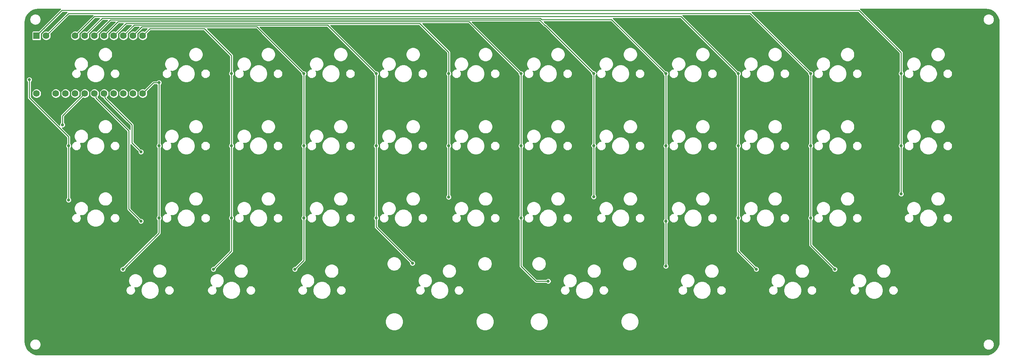
<source format=gbr>
G04 #@! TF.GenerationSoftware,KiCad,Pcbnew,5.1.10-88a1d61d58~88~ubuntu18.04.1*
G04 #@! TF.CreationDate,2022-03-10T08:37:21-06:00*
G04 #@! TF.ProjectId,keyboard,6b657962-6f61-4726-942e-6b696361645f,rev?*
G04 #@! TF.SameCoordinates,Original*
G04 #@! TF.FileFunction,Copper,L1,Top*
G04 #@! TF.FilePolarity,Positive*
%FSLAX46Y46*%
G04 Gerber Fmt 4.6, Leading zero omitted, Abs format (unit mm)*
G04 Created by KiCad (PCBNEW 5.1.10-88a1d61d58~88~ubuntu18.04.1) date 2022-03-10 08:37:21*
%MOMM*%
%LPD*%
G01*
G04 APERTURE LIST*
G04 #@! TA.AperFunction,ComponentPad*
%ADD10C,1.752600*%
G04 #@! TD*
G04 #@! TA.AperFunction,ComponentPad*
%ADD11R,1.752600X1.752600*%
G04 #@! TD*
G04 #@! TA.AperFunction,ViaPad*
%ADD12C,0.800000*%
G04 #@! TD*
G04 #@! TA.AperFunction,Conductor*
%ADD13C,0.250000*%
G04 #@! TD*
G04 #@! TA.AperFunction,Conductor*
%ADD14C,0.254000*%
G04 #@! TD*
G04 #@! TA.AperFunction,Conductor*
%ADD15C,0.100000*%
G04 #@! TD*
G04 APERTURE END LIST*
D10*
X-9208200Y-6826300D03*
X18731800Y8413700D03*
X-6668200Y-6826300D03*
X-4128200Y-6826300D03*
X-1588200Y-6826300D03*
X951800Y-6826300D03*
X3491800Y-6826300D03*
X6031800Y-6826300D03*
X8571800Y-6826300D03*
X11111800Y-6826300D03*
X13651800Y-6826300D03*
X16191800Y-6826300D03*
X18731800Y-6826300D03*
X16191800Y8413700D03*
X13651800Y8413700D03*
X11111800Y8413700D03*
X8571800Y8413700D03*
X6031800Y8413700D03*
X3491800Y8413700D03*
X951800Y8413700D03*
X-1588200Y8413700D03*
X-4128200Y8413700D03*
X-6668200Y8413700D03*
D11*
X-9208200Y8413700D03*
D12*
X18255100Y-22223600D03*
X18255100Y-40478700D03*
X-2381100Y-15080300D03*
X194456500Y-1587400D03*
X200806100Y-53177900D03*
X194456500Y-39685000D03*
X194456500Y-20636200D03*
X23017300Y-3968500D03*
X13492900Y-53177900D03*
X23017300Y-39685000D03*
X23017300Y-20636200D03*
X42066100Y-1587400D03*
X37303900Y-53177900D03*
X42066100Y-39685000D03*
X42066100Y-20636200D03*
X61114900Y-1587400D03*
X58733800Y-53177900D03*
X61114900Y-39685000D03*
X61114900Y-20636200D03*
X80163700Y-1587400D03*
X89688100Y-51590500D03*
X80163700Y-39685000D03*
X80163700Y-20636200D03*
X99212500Y-1587400D03*
X99212500Y-34129100D03*
X99212500Y-20636200D03*
X118261300Y-1587400D03*
X125404600Y-56352700D03*
X118261300Y-39685000D03*
X118261300Y-20636200D03*
X137368400Y-1529100D03*
X137368400Y-34070800D03*
X137368400Y-20577900D03*
X156358900Y-1587400D03*
X156358900Y-52384200D03*
X156358900Y-40478700D03*
X156358900Y-20636200D03*
X175407700Y-1587400D03*
X180169900Y-53177900D03*
X175407700Y-39685000D03*
X175407700Y-20636200D03*
X218267500Y-33335400D03*
X218267500Y-1587400D03*
X218267500Y-20636200D03*
X-11111800Y-3174800D03*
X-793700Y-34922800D03*
X-793700Y-20636200D03*
D13*
X8821301Y-8027601D02*
X8821301Y-7075801D01*
X15874000Y-15080300D02*
X8821301Y-8027601D01*
X15874000Y-19842500D02*
X15874000Y-15080300D01*
X8821301Y-7075801D02*
X8571800Y-6826300D01*
X18255100Y-22223600D02*
X15874000Y-19842500D01*
X6440201Y-8027601D02*
X6440201Y-7234701D01*
X6440201Y-7234701D02*
X6031800Y-6826300D01*
X15080300Y-16667700D02*
X6440201Y-8027601D01*
X15080300Y-37303900D02*
X15080300Y-16667700D01*
X18255100Y-40478700D02*
X15080300Y-37303900D01*
X-2381100Y-12699200D02*
X3491800Y-6826300D01*
X-2381100Y-15080300D02*
X-2381100Y-12699200D01*
X194456500Y-46828300D02*
X200806100Y-53177900D01*
X194456500Y-39685000D02*
X194456500Y-46828300D01*
X194456500Y-1587400D02*
X194456500Y-39685000D01*
X194456500Y-1587400D02*
X178582500Y14286600D01*
X178582500Y14286600D02*
X142866000Y14286600D01*
X142866000Y14286600D02*
X7143300Y14286600D01*
X-795300Y14286600D02*
X793700Y14286600D01*
X-6668200Y8413700D02*
X-795300Y14286600D01*
X7143300Y14286600D02*
X793700Y14286600D01*
X23017300Y-43653500D02*
X13492900Y-53177900D01*
X23017300Y-39685000D02*
X23017300Y-43653500D01*
X23017300Y-20636200D02*
X23017300Y-39685000D01*
X23017300Y-3968500D02*
X23017300Y-20636200D01*
X21589600Y-3968500D02*
X18731800Y-6826300D01*
X23017300Y-3968500D02*
X21589600Y-3968500D01*
X42066100Y-48415700D02*
X37303900Y-53177900D01*
X42066100Y-39685000D02*
X42066100Y-48415700D01*
X42066100Y-1587400D02*
X42066100Y-39685000D01*
X42066100Y3174800D02*
X42066100Y-1587400D01*
X34922800Y10318100D02*
X42066100Y3174800D01*
X18731800Y8413700D02*
X20636200Y10318100D01*
X20636200Y10318100D02*
X34922800Y10318100D01*
X61114900Y-50796800D02*
X58733800Y-53177900D01*
X61114900Y-39685000D02*
X61114900Y-50796800D01*
X61114900Y-20636200D02*
X61114900Y-39685000D01*
X61114900Y-1587400D02*
X61114900Y-20636200D01*
X48759391Y10768109D02*
X19392491Y10768109D01*
X18546210Y10768110D02*
X20979891Y10768110D01*
X61114900Y-1587400D02*
X48759391Y10768109D01*
X16191800Y8413700D02*
X18546210Y10768110D01*
X80163700Y-42066100D02*
X89688100Y-51590500D01*
X80163700Y-39685000D02*
X80163700Y-42066100D01*
X80163700Y-20636200D02*
X80163700Y-39685000D01*
X80163700Y-1587400D02*
X80163700Y-20636200D01*
X80163700Y-1587400D02*
X67358182Y11218118D01*
X67358182Y11218118D02*
X16774018Y11218118D01*
X16774018Y11218118D02*
X16561382Y11218118D01*
X16456219Y11218119D02*
X18148782Y11218119D01*
X13651800Y8413700D02*
X16456219Y11218119D01*
X99212500Y-1587400D02*
X99212500Y-34129100D01*
X99212500Y4038099D02*
X91582472Y11668127D01*
X99212500Y-1587400D02*
X99212500Y4038099D01*
X14366227Y11668127D02*
X16111373Y11668127D01*
X16111373Y11668127D02*
X15317673Y11668127D01*
X11111800Y8413700D02*
X14366227Y11668127D01*
X91582472Y11668127D02*
X16111373Y11668127D01*
X118261300Y-51590500D02*
X118261300Y-52384200D01*
X122229800Y-56352700D02*
X125404600Y-56352700D01*
X118261300Y-52384200D02*
X122229800Y-56352700D01*
X118261300Y-39685000D02*
X118261300Y-51590500D01*
X118261300Y-20636200D02*
X118261300Y-39685000D01*
X118261300Y-1587400D02*
X118261300Y-20636200D01*
X118261300Y-1587400D02*
X104555763Y12118137D01*
X104555763Y12118137D02*
X12486563Y12118137D01*
X12276236Y12118136D02*
X14073963Y12118136D01*
X8571800Y8413700D02*
X12276236Y12118136D01*
X137368400Y-20577900D02*
X137368400Y-34070800D01*
X137368400Y-1529100D02*
X137368400Y-20577900D01*
X124552600Y11170100D02*
X123154553Y12568147D01*
X124669200Y11170100D02*
X124552600Y11170100D01*
X137368400Y-1529100D02*
X124669200Y11170100D01*
X11774447Y12568147D02*
X10187047Y12568147D01*
X123154553Y12568147D02*
X11774447Y12568147D01*
X10187047Y12568147D02*
X7143300Y9524400D01*
X6031800Y8413700D02*
X10186247Y12568147D01*
X156358900Y-20636200D02*
X156358900Y-52384200D01*
X156358900Y-1587400D02*
X156358900Y-20636200D01*
X123659910Y12699200D02*
X123340953Y13018157D01*
X142072300Y12699200D02*
X123659910Y12699200D01*
X156358900Y-1587400D02*
X142072300Y12699200D01*
X8096257Y13018157D02*
X9843357Y13018157D01*
X9843357Y13018157D02*
X9205443Y13018157D01*
X3491800Y8413700D02*
X8096257Y13018157D01*
X123340953Y13018157D02*
X9843357Y13018157D01*
X175407700Y-46828300D02*
X175407700Y-48415700D01*
X175407700Y-48415700D02*
X180169900Y-53177900D01*
X175407700Y-39685000D02*
X175407700Y-46828300D01*
X175407700Y-20636200D02*
X175407700Y-39685000D01*
X175407700Y-1587400D02*
X175407700Y-20636200D01*
X175407700Y-1587400D02*
X162708500Y11111800D01*
X162708500Y11111800D02*
X160327400Y13492900D01*
X160327400Y13492900D02*
X117467600Y13492900D01*
X6031000Y13492900D02*
X13492900Y13492900D01*
X951800Y8413700D02*
X6031000Y13492900D01*
X13492900Y13492900D02*
X6349600Y13492900D01*
X117467600Y13492900D02*
X13492900Y13492900D01*
X218267500Y-33335400D02*
X218267500Y-1587400D01*
X218267500Y3968500D02*
X207155700Y15080300D01*
X218267500Y-1587400D02*
X218267500Y3968500D01*
X207155700Y15080300D02*
X128579400Y15080300D01*
X-7143300Y10478600D02*
X-9208200Y8413700D01*
X-2541600Y15080300D02*
X-1587400Y15080300D01*
X-9208200Y8413700D02*
X-2541600Y15080300D01*
X128579400Y15080300D02*
X-1587400Y15080300D01*
X-11111800Y-3174800D02*
X-11111800Y-7937000D01*
X-11111800Y-7937000D02*
X-793700Y-18255100D01*
X-793700Y-20636200D02*
X-793700Y-34922800D01*
X-793700Y-18255100D02*
X-793700Y-20636200D01*
D14*
X-2898284Y15436984D02*
X-2913997Y15417838D01*
X-7480827Y10851008D01*
X-7480836Y10851000D01*
X-8663011Y9668824D01*
X-10084500Y9668824D01*
X-10158405Y9661545D01*
X-10229470Y9639988D01*
X-10294963Y9604981D01*
X-10352369Y9557869D01*
X-10399481Y9500463D01*
X-10434488Y9434970D01*
X-10456045Y9363905D01*
X-10463324Y9290000D01*
X-10463324Y7537400D01*
X-10456045Y7463495D01*
X-10434488Y7392430D01*
X-10399481Y7326937D01*
X-10352369Y7269531D01*
X-10294963Y7222419D01*
X-10229470Y7187412D01*
X-10158405Y7165855D01*
X-10084500Y7158576D01*
X-8331900Y7158576D01*
X-8257995Y7165855D01*
X-8186930Y7187412D01*
X-8121437Y7222419D01*
X-8064031Y7269531D01*
X-8016919Y7326937D01*
X-7981912Y7392430D01*
X-7960355Y7463495D01*
X-7953076Y7537400D01*
X-7953076Y8958889D01*
X-6770900Y10141064D01*
X-6770892Y10141073D01*
X-2333665Y14578300D01*
X-1213536Y14578300D01*
X-6210965Y9580869D01*
X-6302626Y9618836D01*
X-6544761Y9667000D01*
X-6791639Y9667000D01*
X-7033774Y9618836D01*
X-7261860Y9524360D01*
X-7467132Y9387202D01*
X-7641702Y9212632D01*
X-7778860Y9007360D01*
X-7873336Y8779274D01*
X-7921500Y8537139D01*
X-7921500Y8290261D01*
X-7873336Y8048126D01*
X-7778860Y7820040D01*
X-7641702Y7614768D01*
X-7467132Y7440198D01*
X-7261860Y7303040D01*
X-7033774Y7208564D01*
X-6791639Y7160400D01*
X-6544761Y7160400D01*
X-6302626Y7208564D01*
X-6074540Y7303040D01*
X-5869268Y7440198D01*
X-5694698Y7614768D01*
X-5557540Y7820040D01*
X-5463064Y8048126D01*
X-5414900Y8290261D01*
X-5414900Y8537139D01*
X-5463064Y8779274D01*
X-5501031Y8870935D01*
X-587364Y13784600D01*
X5612765Y13784600D01*
X1409035Y9580869D01*
X1317374Y9618836D01*
X1075239Y9667000D01*
X828361Y9667000D01*
X586226Y9618836D01*
X358140Y9524360D01*
X152868Y9387202D01*
X-21702Y9212632D01*
X-158860Y9007360D01*
X-253336Y8779274D01*
X-301500Y8537139D01*
X-301500Y8290261D01*
X-253336Y8048126D01*
X-158860Y7820040D01*
X-21702Y7614768D01*
X152868Y7440198D01*
X358140Y7303040D01*
X586226Y7208564D01*
X828361Y7160400D01*
X1075239Y7160400D01*
X1317374Y7208564D01*
X1545460Y7303040D01*
X1750732Y7440198D01*
X1925302Y7614768D01*
X2062460Y7820040D01*
X2156936Y8048126D01*
X2205100Y8290261D01*
X2205100Y8537139D01*
X2156936Y8779274D01*
X2118969Y8870935D01*
X6238935Y12990900D01*
X7359065Y12990900D01*
X3949035Y9580869D01*
X3857374Y9618836D01*
X3615239Y9667000D01*
X3368361Y9667000D01*
X3126226Y9618836D01*
X2898140Y9524360D01*
X2692868Y9387202D01*
X2518298Y9212632D01*
X2381140Y9007360D01*
X2286664Y8779274D01*
X2238500Y8537139D01*
X2238500Y8290261D01*
X2286664Y8048126D01*
X2381140Y7820040D01*
X2518298Y7614768D01*
X2692868Y7440198D01*
X2898140Y7303040D01*
X3126226Y7208564D01*
X3368361Y7160400D01*
X3615239Y7160400D01*
X3857374Y7208564D01*
X4085460Y7303040D01*
X4290732Y7440198D01*
X4465302Y7614768D01*
X4602460Y7820040D01*
X4696936Y8048126D01*
X4745100Y8290261D01*
X4745100Y8537139D01*
X4696936Y8779274D01*
X4658969Y8870935D01*
X8304192Y12516157D01*
X9424322Y12516157D01*
X6489035Y9580869D01*
X6397374Y9618836D01*
X6155239Y9667000D01*
X5908361Y9667000D01*
X5666226Y9618836D01*
X5438140Y9524360D01*
X5232868Y9387202D01*
X5058298Y9212632D01*
X4921140Y9007360D01*
X4826664Y8779274D01*
X4778500Y8537139D01*
X4778500Y8290261D01*
X4826664Y8048126D01*
X4921140Y7820040D01*
X5058298Y7614768D01*
X5232868Y7440198D01*
X5438140Y7303040D01*
X5666226Y7208564D01*
X5908361Y7160400D01*
X6155239Y7160400D01*
X6397374Y7208564D01*
X6625460Y7303040D01*
X6830732Y7440198D01*
X7005302Y7614768D01*
X7142460Y7820040D01*
X7236936Y8048126D01*
X7285100Y8290261D01*
X7285100Y8537139D01*
X7236936Y8779274D01*
X7198969Y8870935D01*
X7476375Y9148341D01*
X7480835Y9152001D01*
X10394982Y12066147D01*
X11514311Y12066147D01*
X9029035Y9580869D01*
X8937374Y9618836D01*
X8695239Y9667000D01*
X8448361Y9667000D01*
X8206226Y9618836D01*
X7978140Y9524360D01*
X7772868Y9387202D01*
X7598298Y9212632D01*
X7461140Y9007360D01*
X7366664Y8779274D01*
X7318500Y8537139D01*
X7318500Y8290261D01*
X7366664Y8048126D01*
X7461140Y7820040D01*
X7598298Y7614768D01*
X7772868Y7440198D01*
X7978140Y7303040D01*
X8206226Y7208564D01*
X8448361Y7160400D01*
X8695239Y7160400D01*
X8937374Y7208564D01*
X9165460Y7303040D01*
X9370732Y7440198D01*
X9545302Y7614768D01*
X9682460Y7820040D01*
X9776936Y8048126D01*
X9825100Y8290261D01*
X9825100Y8537139D01*
X9776936Y8779274D01*
X9738969Y8870935D01*
X12484172Y11616136D01*
X13604300Y11616136D01*
X11569035Y9580869D01*
X11477374Y9618836D01*
X11235239Y9667000D01*
X10988361Y9667000D01*
X10746226Y9618836D01*
X10518140Y9524360D01*
X10312868Y9387202D01*
X10138298Y9212632D01*
X10001140Y9007360D01*
X9906664Y8779274D01*
X9858500Y8537139D01*
X9858500Y8290261D01*
X9906664Y8048126D01*
X10001140Y7820040D01*
X10138298Y7614768D01*
X10312868Y7440198D01*
X10518140Y7303040D01*
X10746226Y7208564D01*
X10988361Y7160400D01*
X11235239Y7160400D01*
X11477374Y7208564D01*
X11705460Y7303040D01*
X11910732Y7440198D01*
X12085302Y7614768D01*
X12222460Y7820040D01*
X12316936Y8048126D01*
X12365100Y8290261D01*
X12365100Y8537139D01*
X12316936Y8779274D01*
X12278969Y8870935D01*
X14574163Y11166127D01*
X15694292Y11166127D01*
X14109035Y9580869D01*
X14017374Y9618836D01*
X13775239Y9667000D01*
X13528361Y9667000D01*
X13286226Y9618836D01*
X13058140Y9524360D01*
X12852868Y9387202D01*
X12678298Y9212632D01*
X12541140Y9007360D01*
X12446664Y8779274D01*
X12398500Y8537139D01*
X12398500Y8290261D01*
X12446664Y8048126D01*
X12541140Y7820040D01*
X12678298Y7614768D01*
X12852868Y7440198D01*
X13058140Y7303040D01*
X13286226Y7208564D01*
X13528361Y7160400D01*
X13775239Y7160400D01*
X14017374Y7208564D01*
X14245460Y7303040D01*
X14450732Y7440198D01*
X14625302Y7614768D01*
X14762460Y7820040D01*
X14856936Y8048126D01*
X14905100Y8290261D01*
X14905100Y8537139D01*
X14856936Y8779274D01*
X14818969Y8870935D01*
X16664153Y10716118D01*
X17784283Y10716118D01*
X16649035Y9580869D01*
X16557374Y9618836D01*
X16315239Y9667000D01*
X16068361Y9667000D01*
X15826226Y9618836D01*
X15598140Y9524360D01*
X15392868Y9387202D01*
X15218298Y9212632D01*
X15081140Y9007360D01*
X14986664Y8779274D01*
X14938500Y8537139D01*
X14938500Y8290261D01*
X14986664Y8048126D01*
X15081140Y7820040D01*
X15218298Y7614768D01*
X15392868Y7440198D01*
X15598140Y7303040D01*
X15826226Y7208564D01*
X16068361Y7160400D01*
X16315239Y7160400D01*
X16557374Y7208564D01*
X16785460Y7303040D01*
X16990732Y7440198D01*
X17165302Y7614768D01*
X17302460Y7820040D01*
X17396936Y8048126D01*
X17445100Y8290261D01*
X17445100Y8537139D01*
X17396936Y8779274D01*
X17358969Y8870935D01*
X18754145Y10266110D01*
X19367828Y10266110D01*
X19367838Y10266109D01*
X19874274Y10266109D01*
X19189035Y9580869D01*
X19097374Y9618836D01*
X18855239Y9667000D01*
X18608361Y9667000D01*
X18366226Y9618836D01*
X18138140Y9524360D01*
X17932868Y9387202D01*
X17758298Y9212632D01*
X17621140Y9007360D01*
X17526664Y8779274D01*
X17478500Y8537139D01*
X17478500Y8290261D01*
X17526664Y8048126D01*
X17621140Y7820040D01*
X17758298Y7614768D01*
X17932868Y7440198D01*
X18138140Y7303040D01*
X18366226Y7208564D01*
X18608361Y7160400D01*
X18855239Y7160400D01*
X19097374Y7208564D01*
X19325460Y7303040D01*
X19530732Y7440198D01*
X19705302Y7614768D01*
X19842460Y7820040D01*
X19936936Y8048126D01*
X19985100Y8290261D01*
X19985100Y8537139D01*
X19936936Y8779274D01*
X19898969Y8870935D01*
X20844135Y9816100D01*
X34714866Y9816100D01*
X41564100Y2966864D01*
X41564101Y-990554D01*
X41462564Y-1092091D01*
X41377531Y-1219352D01*
X41318959Y-1360757D01*
X41289100Y-1510872D01*
X41289100Y-1663928D01*
X41318959Y-1814043D01*
X41377531Y-1955448D01*
X41462564Y-2082709D01*
X41564100Y-2184245D01*
X41564100Y-20039355D01*
X41462564Y-20140891D01*
X41377531Y-20268152D01*
X41318959Y-20409557D01*
X41289100Y-20559672D01*
X41289100Y-20712728D01*
X41318959Y-20862843D01*
X41377531Y-21004248D01*
X41462564Y-21131509D01*
X41564101Y-21233046D01*
X41564101Y-39088154D01*
X41462564Y-39189691D01*
X41377531Y-39316952D01*
X41318959Y-39458357D01*
X41289100Y-39608472D01*
X41289100Y-39761528D01*
X41318959Y-39911643D01*
X41377531Y-40053048D01*
X41462564Y-40180309D01*
X41564100Y-40281845D01*
X41564101Y-48207763D01*
X37370966Y-52400900D01*
X37227372Y-52400900D01*
X37077257Y-52430759D01*
X36935852Y-52489331D01*
X36808591Y-52574364D01*
X36700364Y-52682591D01*
X36615331Y-52809852D01*
X36556759Y-52951257D01*
X36526900Y-53101372D01*
X36526900Y-53254428D01*
X36556759Y-53404543D01*
X36615331Y-53545948D01*
X36700364Y-53673209D01*
X36808591Y-53781436D01*
X36935852Y-53866469D01*
X37077257Y-53925041D01*
X37227372Y-53954900D01*
X37380428Y-53954900D01*
X37530543Y-53925041D01*
X37671948Y-53866469D01*
X37799209Y-53781436D01*
X37907436Y-53673209D01*
X37992469Y-53545948D01*
X38024370Y-53468932D01*
X42729100Y-53468932D01*
X42729100Y-53838668D01*
X42801232Y-54201301D01*
X42942724Y-54542893D01*
X43148139Y-54850318D01*
X43409582Y-55111761D01*
X43717007Y-55317176D01*
X44058599Y-55458668D01*
X44421232Y-55530800D01*
X44790968Y-55530800D01*
X45153601Y-55458668D01*
X45495193Y-55317176D01*
X45802618Y-55111761D01*
X46064061Y-54850318D01*
X46269476Y-54542893D01*
X46410968Y-54201301D01*
X46483100Y-53838668D01*
X46483100Y-53468932D01*
X46410968Y-53106299D01*
X46269476Y-52764707D01*
X46064061Y-52457282D01*
X45802618Y-52195839D01*
X45495193Y-51990424D01*
X45153601Y-51848932D01*
X44790968Y-51776800D01*
X44421232Y-51776800D01*
X44058599Y-51848932D01*
X43717007Y-51990424D01*
X43409582Y-52195839D01*
X43148139Y-52457282D01*
X42942724Y-52764707D01*
X42801232Y-53106299D01*
X42729100Y-53468932D01*
X38024370Y-53468932D01*
X38051041Y-53404543D01*
X38080900Y-53254428D01*
X38080900Y-53110834D01*
X42403643Y-48788092D01*
X42422784Y-48772384D01*
X42438492Y-48753244D01*
X42438500Y-48753236D01*
X42485516Y-48695946D01*
X42532130Y-48608737D01*
X42532131Y-48608736D01*
X42560836Y-48514109D01*
X42568100Y-48440353D01*
X42568100Y-48440343D01*
X42570527Y-48415700D01*
X42568100Y-48391057D01*
X42568100Y-40281845D01*
X42669636Y-40180309D01*
X42754669Y-40053048D01*
X42813241Y-39911643D01*
X42843100Y-39761528D01*
X42843100Y-39608472D01*
X42833795Y-39561689D01*
X42877400Y-39561689D01*
X42877400Y-39808311D01*
X42925514Y-40050195D01*
X43019892Y-40278044D01*
X43156908Y-40483104D01*
X43331296Y-40657492D01*
X43536356Y-40794508D01*
X43764205Y-40888886D01*
X44006089Y-40937000D01*
X44252711Y-40937000D01*
X44494595Y-40888886D01*
X44722444Y-40794508D01*
X44927504Y-40657492D01*
X45101892Y-40483104D01*
X45238908Y-40278044D01*
X45333286Y-40050195D01*
X45381400Y-39808311D01*
X45381400Y-39561689D01*
X45359480Y-39451487D01*
X46838500Y-39451487D01*
X46838500Y-39918513D01*
X46929612Y-40376566D01*
X47108335Y-40808042D01*
X47367802Y-41196361D01*
X47698039Y-41526598D01*
X48086358Y-41786065D01*
X48517834Y-41964788D01*
X48975887Y-42055900D01*
X49442913Y-42055900D01*
X49900966Y-41964788D01*
X50332442Y-41786065D01*
X50720761Y-41526598D01*
X51050998Y-41196361D01*
X51310465Y-40808042D01*
X51489188Y-40376566D01*
X51580300Y-39918513D01*
X51580300Y-39561689D01*
X53037400Y-39561689D01*
X53037400Y-39808311D01*
X53085514Y-40050195D01*
X53179892Y-40278044D01*
X53316908Y-40483104D01*
X53491296Y-40657492D01*
X53696356Y-40794508D01*
X53924205Y-40888886D01*
X54166089Y-40937000D01*
X54412711Y-40937000D01*
X54654595Y-40888886D01*
X54882444Y-40794508D01*
X55087504Y-40657492D01*
X55261892Y-40483104D01*
X55398908Y-40278044D01*
X55493286Y-40050195D01*
X55541400Y-39808311D01*
X55541400Y-39561689D01*
X55493286Y-39319805D01*
X55398908Y-39091956D01*
X55261892Y-38886896D01*
X55087504Y-38712508D01*
X54882444Y-38575492D01*
X54654595Y-38481114D01*
X54412711Y-38433000D01*
X54166089Y-38433000D01*
X53924205Y-38481114D01*
X53696356Y-38575492D01*
X53491296Y-38712508D01*
X53316908Y-38886896D01*
X53179892Y-39091956D01*
X53085514Y-39319805D01*
X53037400Y-39561689D01*
X51580300Y-39561689D01*
X51580300Y-39451487D01*
X51489188Y-38993434D01*
X51310465Y-38561958D01*
X51050998Y-38173639D01*
X50720761Y-37843402D01*
X50332442Y-37583935D01*
X49900966Y-37405212D01*
X49442913Y-37314100D01*
X48975887Y-37314100D01*
X48517834Y-37405212D01*
X48086358Y-37583935D01*
X47698039Y-37843402D01*
X47367802Y-38173639D01*
X47108335Y-38561958D01*
X46929612Y-38993434D01*
X46838500Y-39451487D01*
X45359480Y-39451487D01*
X45333286Y-39319805D01*
X45238908Y-39091956D01*
X45188737Y-39016869D01*
X45214532Y-39022000D01*
X45584268Y-39022000D01*
X45946901Y-38949868D01*
X46288493Y-38808376D01*
X46595918Y-38602961D01*
X46857361Y-38341518D01*
X47062776Y-38034093D01*
X47204268Y-37692501D01*
X47276400Y-37329868D01*
X47276400Y-36960132D01*
X47204268Y-36597499D01*
X47062776Y-36255907D01*
X46857361Y-35948482D01*
X46595918Y-35687039D01*
X46288493Y-35481624D01*
X45946901Y-35340132D01*
X45584268Y-35268000D01*
X45214532Y-35268000D01*
X44851899Y-35340132D01*
X44510307Y-35481624D01*
X44202882Y-35687039D01*
X43941439Y-35948482D01*
X43736024Y-36255907D01*
X43594532Y-36597499D01*
X43522400Y-36960132D01*
X43522400Y-37329868D01*
X43594532Y-37692501D01*
X43736024Y-38034093D01*
X43941439Y-38341518D01*
X44032921Y-38433000D01*
X44006089Y-38433000D01*
X43764205Y-38481114D01*
X43536356Y-38575492D01*
X43331296Y-38712508D01*
X43156908Y-38886896D01*
X43019892Y-39091956D01*
X42925514Y-39319805D01*
X42877400Y-39561689D01*
X42833795Y-39561689D01*
X42813241Y-39458357D01*
X42754669Y-39316952D01*
X42669636Y-39189691D01*
X42568100Y-39088155D01*
X42568100Y-34420132D01*
X49872400Y-34420132D01*
X49872400Y-34789868D01*
X49944532Y-35152501D01*
X50086024Y-35494093D01*
X50291439Y-35801518D01*
X50552882Y-36062961D01*
X50860307Y-36268376D01*
X51201899Y-36409868D01*
X51564532Y-36482000D01*
X51934268Y-36482000D01*
X52296901Y-36409868D01*
X52638493Y-36268376D01*
X52945918Y-36062961D01*
X53207361Y-35801518D01*
X53412776Y-35494093D01*
X53554268Y-35152501D01*
X53626400Y-34789868D01*
X53626400Y-34420132D01*
X53554268Y-34057499D01*
X53412776Y-33715907D01*
X53207361Y-33408482D01*
X52945918Y-33147039D01*
X52638493Y-32941624D01*
X52296901Y-32800132D01*
X51934268Y-32728000D01*
X51564532Y-32728000D01*
X51201899Y-32800132D01*
X50860307Y-32941624D01*
X50552882Y-33147039D01*
X50291439Y-33408482D01*
X50086024Y-33715907D01*
X49944532Y-34057499D01*
X49872400Y-34420132D01*
X42568100Y-34420132D01*
X42568100Y-21233045D01*
X42669636Y-21131509D01*
X42754669Y-21004248D01*
X42813241Y-20862843D01*
X42843100Y-20712728D01*
X42843100Y-20559672D01*
X42833795Y-20512889D01*
X42877400Y-20512889D01*
X42877400Y-20759511D01*
X42925514Y-21001395D01*
X43019892Y-21229244D01*
X43156908Y-21434304D01*
X43331296Y-21608692D01*
X43536356Y-21745708D01*
X43764205Y-21840086D01*
X44006089Y-21888200D01*
X44252711Y-21888200D01*
X44494595Y-21840086D01*
X44722444Y-21745708D01*
X44927504Y-21608692D01*
X45101892Y-21434304D01*
X45238908Y-21229244D01*
X45333286Y-21001395D01*
X45381400Y-20759511D01*
X45381400Y-20512889D01*
X45359480Y-20402687D01*
X46838500Y-20402687D01*
X46838500Y-20869713D01*
X46929612Y-21327766D01*
X47108335Y-21759242D01*
X47367802Y-22147561D01*
X47698039Y-22477798D01*
X48086358Y-22737265D01*
X48517834Y-22915988D01*
X48975887Y-23007100D01*
X49442913Y-23007100D01*
X49900966Y-22915988D01*
X50332442Y-22737265D01*
X50720761Y-22477798D01*
X51050998Y-22147561D01*
X51310465Y-21759242D01*
X51489188Y-21327766D01*
X51580300Y-20869713D01*
X51580300Y-20512889D01*
X53037400Y-20512889D01*
X53037400Y-20759511D01*
X53085514Y-21001395D01*
X53179892Y-21229244D01*
X53316908Y-21434304D01*
X53491296Y-21608692D01*
X53696356Y-21745708D01*
X53924205Y-21840086D01*
X54166089Y-21888200D01*
X54412711Y-21888200D01*
X54654595Y-21840086D01*
X54882444Y-21745708D01*
X55087504Y-21608692D01*
X55261892Y-21434304D01*
X55398908Y-21229244D01*
X55493286Y-21001395D01*
X55541400Y-20759511D01*
X55541400Y-20512889D01*
X55493286Y-20271005D01*
X55398908Y-20043156D01*
X55261892Y-19838096D01*
X55087504Y-19663708D01*
X54882444Y-19526692D01*
X54654595Y-19432314D01*
X54412711Y-19384200D01*
X54166089Y-19384200D01*
X53924205Y-19432314D01*
X53696356Y-19526692D01*
X53491296Y-19663708D01*
X53316908Y-19838096D01*
X53179892Y-20043156D01*
X53085514Y-20271005D01*
X53037400Y-20512889D01*
X51580300Y-20512889D01*
X51580300Y-20402687D01*
X51489188Y-19944634D01*
X51310465Y-19513158D01*
X51050998Y-19124839D01*
X50720761Y-18794602D01*
X50332442Y-18535135D01*
X49900966Y-18356412D01*
X49442913Y-18265300D01*
X48975887Y-18265300D01*
X48517834Y-18356412D01*
X48086358Y-18535135D01*
X47698039Y-18794602D01*
X47367802Y-19124839D01*
X47108335Y-19513158D01*
X46929612Y-19944634D01*
X46838500Y-20402687D01*
X45359480Y-20402687D01*
X45333286Y-20271005D01*
X45238908Y-20043156D01*
X45188737Y-19968069D01*
X45214532Y-19973200D01*
X45584268Y-19973200D01*
X45946901Y-19901068D01*
X46288493Y-19759576D01*
X46595918Y-19554161D01*
X46857361Y-19292718D01*
X47062776Y-18985293D01*
X47204268Y-18643701D01*
X47276400Y-18281068D01*
X47276400Y-17911332D01*
X47204268Y-17548699D01*
X47062776Y-17207107D01*
X46857361Y-16899682D01*
X46595918Y-16638239D01*
X46288493Y-16432824D01*
X45946901Y-16291332D01*
X45584268Y-16219200D01*
X45214532Y-16219200D01*
X44851899Y-16291332D01*
X44510307Y-16432824D01*
X44202882Y-16638239D01*
X43941439Y-16899682D01*
X43736024Y-17207107D01*
X43594532Y-17548699D01*
X43522400Y-17911332D01*
X43522400Y-18281068D01*
X43594532Y-18643701D01*
X43736024Y-18985293D01*
X43941439Y-19292718D01*
X44032921Y-19384200D01*
X44006089Y-19384200D01*
X43764205Y-19432314D01*
X43536356Y-19526692D01*
X43331296Y-19663708D01*
X43156908Y-19838096D01*
X43019892Y-20043156D01*
X42925514Y-20271005D01*
X42877400Y-20512889D01*
X42833795Y-20512889D01*
X42813241Y-20409557D01*
X42754669Y-20268152D01*
X42669636Y-20140891D01*
X42568100Y-20039355D01*
X42568100Y-15371332D01*
X49872400Y-15371332D01*
X49872400Y-15741068D01*
X49944532Y-16103701D01*
X50086024Y-16445293D01*
X50291439Y-16752718D01*
X50552882Y-17014161D01*
X50860307Y-17219576D01*
X51201899Y-17361068D01*
X51564532Y-17433200D01*
X51934268Y-17433200D01*
X52296901Y-17361068D01*
X52638493Y-17219576D01*
X52945918Y-17014161D01*
X53207361Y-16752718D01*
X53412776Y-16445293D01*
X53554268Y-16103701D01*
X53626400Y-15741068D01*
X53626400Y-15371332D01*
X53554268Y-15008699D01*
X53412776Y-14667107D01*
X53207361Y-14359682D01*
X52945918Y-14098239D01*
X52638493Y-13892824D01*
X52296901Y-13751332D01*
X51934268Y-13679200D01*
X51564532Y-13679200D01*
X51201899Y-13751332D01*
X50860307Y-13892824D01*
X50552882Y-14098239D01*
X50291439Y-14359682D01*
X50086024Y-14667107D01*
X49944532Y-15008699D01*
X49872400Y-15371332D01*
X42568100Y-15371332D01*
X42568100Y-2184245D01*
X42669636Y-2082709D01*
X42754669Y-1955448D01*
X42813241Y-1814043D01*
X42843100Y-1663928D01*
X42843100Y-1510872D01*
X42833795Y-1464089D01*
X42877400Y-1464089D01*
X42877400Y-1710711D01*
X42925514Y-1952595D01*
X43019892Y-2180444D01*
X43156908Y-2385504D01*
X43331296Y-2559892D01*
X43536356Y-2696908D01*
X43764205Y-2791286D01*
X44006089Y-2839400D01*
X44252711Y-2839400D01*
X44494595Y-2791286D01*
X44722444Y-2696908D01*
X44927504Y-2559892D01*
X45101892Y-2385504D01*
X45238908Y-2180444D01*
X45333286Y-1952595D01*
X45381400Y-1710711D01*
X45381400Y-1464089D01*
X45359480Y-1353887D01*
X46838500Y-1353887D01*
X46838500Y-1820913D01*
X46929612Y-2278966D01*
X47108335Y-2710442D01*
X47367802Y-3098761D01*
X47698039Y-3428998D01*
X48086358Y-3688465D01*
X48517834Y-3867188D01*
X48975887Y-3958300D01*
X49442913Y-3958300D01*
X49900966Y-3867188D01*
X50332442Y-3688465D01*
X50720761Y-3428998D01*
X51050998Y-3098761D01*
X51310465Y-2710442D01*
X51489188Y-2278966D01*
X51580300Y-1820913D01*
X51580300Y-1464089D01*
X53037400Y-1464089D01*
X53037400Y-1710711D01*
X53085514Y-1952595D01*
X53179892Y-2180444D01*
X53316908Y-2385504D01*
X53491296Y-2559892D01*
X53696356Y-2696908D01*
X53924205Y-2791286D01*
X54166089Y-2839400D01*
X54412711Y-2839400D01*
X54654595Y-2791286D01*
X54882444Y-2696908D01*
X55087504Y-2559892D01*
X55261892Y-2385504D01*
X55398908Y-2180444D01*
X55493286Y-1952595D01*
X55541400Y-1710711D01*
X55541400Y-1464089D01*
X55493286Y-1222205D01*
X55398908Y-994356D01*
X55261892Y-789296D01*
X55087504Y-614908D01*
X54882444Y-477892D01*
X54654595Y-383514D01*
X54412711Y-335400D01*
X54166089Y-335400D01*
X53924205Y-383514D01*
X53696356Y-477892D01*
X53491296Y-614908D01*
X53316908Y-789296D01*
X53179892Y-994356D01*
X53085514Y-1222205D01*
X53037400Y-1464089D01*
X51580300Y-1464089D01*
X51580300Y-1353887D01*
X51489188Y-895834D01*
X51310465Y-464358D01*
X51050998Y-76039D01*
X50720761Y254198D01*
X50332442Y513665D01*
X49900966Y692388D01*
X49442913Y783500D01*
X48975887Y783500D01*
X48517834Y692388D01*
X48086358Y513665D01*
X47698039Y254198D01*
X47367802Y-76039D01*
X47108335Y-464358D01*
X46929612Y-895834D01*
X46838500Y-1353887D01*
X45359480Y-1353887D01*
X45333286Y-1222205D01*
X45238908Y-994356D01*
X45188737Y-919269D01*
X45214532Y-924400D01*
X45584268Y-924400D01*
X45946901Y-852268D01*
X46288493Y-710776D01*
X46595918Y-505361D01*
X46857361Y-243918D01*
X47062776Y63507D01*
X47204268Y405099D01*
X47276400Y767732D01*
X47276400Y1137468D01*
X47204268Y1500101D01*
X47062776Y1841693D01*
X46857361Y2149118D01*
X46595918Y2410561D01*
X46288493Y2615976D01*
X45946901Y2757468D01*
X45584268Y2829600D01*
X45214532Y2829600D01*
X44851899Y2757468D01*
X44510307Y2615976D01*
X44202882Y2410561D01*
X43941439Y2149118D01*
X43736024Y1841693D01*
X43594532Y1500101D01*
X43522400Y1137468D01*
X43522400Y767732D01*
X43594532Y405099D01*
X43736024Y63507D01*
X43941439Y-243918D01*
X44032921Y-335400D01*
X44006089Y-335400D01*
X43764205Y-383514D01*
X43536356Y-477892D01*
X43331296Y-614908D01*
X43156908Y-789296D01*
X43019892Y-994356D01*
X42925514Y-1222205D01*
X42877400Y-1464089D01*
X42833795Y-1464089D01*
X42813241Y-1360757D01*
X42754669Y-1219352D01*
X42669636Y-1092091D01*
X42568100Y-990555D01*
X42568100Y3150157D01*
X42570527Y3174800D01*
X42568100Y3199443D01*
X42568100Y3199453D01*
X42560836Y3273209D01*
X42532131Y3367836D01*
X42510432Y3408432D01*
X42485517Y3455046D01*
X42438500Y3512336D01*
X42438492Y3512344D01*
X42422784Y3531484D01*
X42403644Y3547192D01*
X42273368Y3677468D01*
X49872400Y3677468D01*
X49872400Y3307732D01*
X49944532Y2945099D01*
X50086024Y2603507D01*
X50291439Y2296082D01*
X50552882Y2034639D01*
X50860307Y1829224D01*
X51201899Y1687732D01*
X51564532Y1615600D01*
X51934268Y1615600D01*
X52296901Y1687732D01*
X52638493Y1829224D01*
X52945918Y2034639D01*
X53207361Y2296082D01*
X53412776Y2603507D01*
X53554268Y2945099D01*
X53626400Y3307732D01*
X53626400Y3677468D01*
X53554268Y4040101D01*
X53412776Y4381693D01*
X53207361Y4689118D01*
X52945918Y4950561D01*
X52638493Y5155976D01*
X52296901Y5297468D01*
X51934268Y5369600D01*
X51564532Y5369600D01*
X51201899Y5297468D01*
X50860307Y5155976D01*
X50552882Y4950561D01*
X50291439Y4689118D01*
X50086024Y4381693D01*
X49944532Y4040101D01*
X49872400Y3677468D01*
X42273368Y3677468D01*
X35684725Y10266109D01*
X48551457Y10266109D01*
X60337900Y-1520335D01*
X60337900Y-1663928D01*
X60367759Y-1814043D01*
X60426331Y-1955448D01*
X60511364Y-2082709D01*
X60612900Y-2184245D01*
X60612901Y-20039354D01*
X60511364Y-20140891D01*
X60426331Y-20268152D01*
X60367759Y-20409557D01*
X60337900Y-20559672D01*
X60337900Y-20712728D01*
X60367759Y-20862843D01*
X60426331Y-21004248D01*
X60511364Y-21131509D01*
X60612900Y-21233045D01*
X60612901Y-39088154D01*
X60511364Y-39189691D01*
X60426331Y-39316952D01*
X60367759Y-39458357D01*
X60337900Y-39608472D01*
X60337900Y-39761528D01*
X60367759Y-39911643D01*
X60426331Y-40053048D01*
X60511364Y-40180309D01*
X60612900Y-40281845D01*
X60612901Y-50588864D01*
X58800866Y-52400900D01*
X58657272Y-52400900D01*
X58507157Y-52430759D01*
X58365752Y-52489331D01*
X58238491Y-52574364D01*
X58130264Y-52682591D01*
X58045231Y-52809852D01*
X57986659Y-52951257D01*
X57956800Y-53101372D01*
X57956800Y-53254428D01*
X57986659Y-53404543D01*
X58045231Y-53545948D01*
X58130264Y-53673209D01*
X58238491Y-53781436D01*
X58365752Y-53866469D01*
X58507157Y-53925041D01*
X58657272Y-53954900D01*
X58810328Y-53954900D01*
X58960443Y-53925041D01*
X59101848Y-53866469D01*
X59229109Y-53781436D01*
X59337336Y-53673209D01*
X59422369Y-53545948D01*
X59454270Y-53468932D01*
X66540100Y-53468932D01*
X66540100Y-53838668D01*
X66612232Y-54201301D01*
X66753724Y-54542893D01*
X66959139Y-54850318D01*
X67220582Y-55111761D01*
X67528007Y-55317176D01*
X67869599Y-55458668D01*
X68232232Y-55530800D01*
X68601968Y-55530800D01*
X68964601Y-55458668D01*
X69306193Y-55317176D01*
X69613618Y-55111761D01*
X69875061Y-54850318D01*
X70080476Y-54542893D01*
X70221968Y-54201301D01*
X70294100Y-53838668D01*
X70294100Y-53468932D01*
X70221968Y-53106299D01*
X70080476Y-52764707D01*
X69875061Y-52457282D01*
X69613618Y-52195839D01*
X69306193Y-51990424D01*
X68964601Y-51848932D01*
X68601968Y-51776800D01*
X68232232Y-51776800D01*
X67869599Y-51848932D01*
X67528007Y-51990424D01*
X67220582Y-52195839D01*
X66959139Y-52457282D01*
X66753724Y-52764707D01*
X66612232Y-53106299D01*
X66540100Y-53468932D01*
X59454270Y-53468932D01*
X59480941Y-53404543D01*
X59510800Y-53254428D01*
X59510800Y-53110834D01*
X61060066Y-51561568D01*
X82992400Y-51561568D01*
X82992400Y-51936032D01*
X83065454Y-52303301D01*
X83208756Y-52649261D01*
X83416797Y-52960617D01*
X83681583Y-53225403D01*
X83992939Y-53433444D01*
X84338899Y-53576746D01*
X84706168Y-53649800D01*
X85080632Y-53649800D01*
X85447901Y-53576746D01*
X85708185Y-53468932D01*
X97494400Y-53468932D01*
X97494400Y-53838668D01*
X97566532Y-54201301D01*
X97708024Y-54542893D01*
X97913439Y-54850318D01*
X98174882Y-55111761D01*
X98482307Y-55317176D01*
X98823899Y-55458668D01*
X99186532Y-55530800D01*
X99556268Y-55530800D01*
X99918901Y-55458668D01*
X100260493Y-55317176D01*
X100567918Y-55111761D01*
X100829361Y-54850318D01*
X101034776Y-54542893D01*
X101176268Y-54201301D01*
X101248400Y-53838668D01*
X101248400Y-53468932D01*
X101176268Y-53106299D01*
X101034776Y-52764707D01*
X100829361Y-52457282D01*
X100567918Y-52195839D01*
X100260493Y-51990424D01*
X99918901Y-51848932D01*
X99556268Y-51776800D01*
X99186532Y-51776800D01*
X98823899Y-51848932D01*
X98482307Y-51990424D01*
X98174882Y-52195839D01*
X97913439Y-52457282D01*
X97708024Y-52764707D01*
X97566532Y-53106299D01*
X97494400Y-53468932D01*
X85708185Y-53468932D01*
X85793861Y-53433444D01*
X86105217Y-53225403D01*
X86370003Y-52960617D01*
X86578044Y-52649261D01*
X86721346Y-52303301D01*
X86794400Y-51936032D01*
X86794400Y-51561568D01*
X86721346Y-51194299D01*
X86578044Y-50848339D01*
X86370003Y-50536983D01*
X86105217Y-50272197D01*
X85793861Y-50064156D01*
X85447901Y-49920854D01*
X85080632Y-49847800D01*
X84706168Y-49847800D01*
X84338899Y-49920854D01*
X83992939Y-50064156D01*
X83681583Y-50272197D01*
X83416797Y-50536983D01*
X83208756Y-50848339D01*
X83065454Y-51194299D01*
X82992400Y-51561568D01*
X61060066Y-51561568D01*
X61452438Y-51169197D01*
X61471584Y-51153484D01*
X61495397Y-51124469D01*
X61534316Y-51077046D01*
X61580930Y-50989837D01*
X61580931Y-50989836D01*
X61609636Y-50895209D01*
X61616900Y-50821453D01*
X61616900Y-50821443D01*
X61619327Y-50796800D01*
X61616900Y-50772157D01*
X61616900Y-40281845D01*
X61718436Y-40180309D01*
X61803469Y-40053048D01*
X61862041Y-39911643D01*
X61891900Y-39761528D01*
X61891900Y-39608472D01*
X61882595Y-39561689D01*
X61926200Y-39561689D01*
X61926200Y-39808311D01*
X61974314Y-40050195D01*
X62068692Y-40278044D01*
X62205708Y-40483104D01*
X62380096Y-40657492D01*
X62585156Y-40794508D01*
X62813005Y-40888886D01*
X63054889Y-40937000D01*
X63301511Y-40937000D01*
X63543395Y-40888886D01*
X63771244Y-40794508D01*
X63976304Y-40657492D01*
X64150692Y-40483104D01*
X64287708Y-40278044D01*
X64382086Y-40050195D01*
X64430200Y-39808311D01*
X64430200Y-39561689D01*
X64408280Y-39451487D01*
X65887300Y-39451487D01*
X65887300Y-39918513D01*
X65978412Y-40376566D01*
X66157135Y-40808042D01*
X66416602Y-41196361D01*
X66746839Y-41526598D01*
X67135158Y-41786065D01*
X67566634Y-41964788D01*
X68024687Y-42055900D01*
X68491713Y-42055900D01*
X68949766Y-41964788D01*
X69381242Y-41786065D01*
X69769561Y-41526598D01*
X70099798Y-41196361D01*
X70359265Y-40808042D01*
X70537988Y-40376566D01*
X70629100Y-39918513D01*
X70629100Y-39561689D01*
X72086200Y-39561689D01*
X72086200Y-39808311D01*
X72134314Y-40050195D01*
X72228692Y-40278044D01*
X72365708Y-40483104D01*
X72540096Y-40657492D01*
X72745156Y-40794508D01*
X72973005Y-40888886D01*
X73214889Y-40937000D01*
X73461511Y-40937000D01*
X73703395Y-40888886D01*
X73931244Y-40794508D01*
X74136304Y-40657492D01*
X74310692Y-40483104D01*
X74447708Y-40278044D01*
X74542086Y-40050195D01*
X74590200Y-39808311D01*
X74590200Y-39561689D01*
X74542086Y-39319805D01*
X74447708Y-39091956D01*
X74310692Y-38886896D01*
X74136304Y-38712508D01*
X73931244Y-38575492D01*
X73703395Y-38481114D01*
X73461511Y-38433000D01*
X73214889Y-38433000D01*
X72973005Y-38481114D01*
X72745156Y-38575492D01*
X72540096Y-38712508D01*
X72365708Y-38886896D01*
X72228692Y-39091956D01*
X72134314Y-39319805D01*
X72086200Y-39561689D01*
X70629100Y-39561689D01*
X70629100Y-39451487D01*
X70537988Y-38993434D01*
X70359265Y-38561958D01*
X70099798Y-38173639D01*
X69769561Y-37843402D01*
X69381242Y-37583935D01*
X68949766Y-37405212D01*
X68491713Y-37314100D01*
X68024687Y-37314100D01*
X67566634Y-37405212D01*
X67135158Y-37583935D01*
X66746839Y-37843402D01*
X66416602Y-38173639D01*
X66157135Y-38561958D01*
X65978412Y-38993434D01*
X65887300Y-39451487D01*
X64408280Y-39451487D01*
X64382086Y-39319805D01*
X64287708Y-39091956D01*
X64237537Y-39016869D01*
X64263332Y-39022000D01*
X64633068Y-39022000D01*
X64995701Y-38949868D01*
X65337293Y-38808376D01*
X65644718Y-38602961D01*
X65906161Y-38341518D01*
X66111576Y-38034093D01*
X66253068Y-37692501D01*
X66325200Y-37329868D01*
X66325200Y-36960132D01*
X66253068Y-36597499D01*
X66111576Y-36255907D01*
X65906161Y-35948482D01*
X65644718Y-35687039D01*
X65337293Y-35481624D01*
X64995701Y-35340132D01*
X64633068Y-35268000D01*
X64263332Y-35268000D01*
X63900699Y-35340132D01*
X63559107Y-35481624D01*
X63251682Y-35687039D01*
X62990239Y-35948482D01*
X62784824Y-36255907D01*
X62643332Y-36597499D01*
X62571200Y-36960132D01*
X62571200Y-37329868D01*
X62643332Y-37692501D01*
X62784824Y-38034093D01*
X62990239Y-38341518D01*
X63081721Y-38433000D01*
X63054889Y-38433000D01*
X62813005Y-38481114D01*
X62585156Y-38575492D01*
X62380096Y-38712508D01*
X62205708Y-38886896D01*
X62068692Y-39091956D01*
X61974314Y-39319805D01*
X61926200Y-39561689D01*
X61882595Y-39561689D01*
X61862041Y-39458357D01*
X61803469Y-39316952D01*
X61718436Y-39189691D01*
X61616900Y-39088155D01*
X61616900Y-34420132D01*
X68921200Y-34420132D01*
X68921200Y-34789868D01*
X68993332Y-35152501D01*
X69134824Y-35494093D01*
X69340239Y-35801518D01*
X69601682Y-36062961D01*
X69909107Y-36268376D01*
X70250699Y-36409868D01*
X70613332Y-36482000D01*
X70983068Y-36482000D01*
X71345701Y-36409868D01*
X71687293Y-36268376D01*
X71994718Y-36062961D01*
X72256161Y-35801518D01*
X72461576Y-35494093D01*
X72603068Y-35152501D01*
X72675200Y-34789868D01*
X72675200Y-34420132D01*
X72603068Y-34057499D01*
X72461576Y-33715907D01*
X72256161Y-33408482D01*
X71994718Y-33147039D01*
X71687293Y-32941624D01*
X71345701Y-32800132D01*
X70983068Y-32728000D01*
X70613332Y-32728000D01*
X70250699Y-32800132D01*
X69909107Y-32941624D01*
X69601682Y-33147039D01*
X69340239Y-33408482D01*
X69134824Y-33715907D01*
X68993332Y-34057499D01*
X68921200Y-34420132D01*
X61616900Y-34420132D01*
X61616900Y-21233045D01*
X61718436Y-21131509D01*
X61803469Y-21004248D01*
X61862041Y-20862843D01*
X61891900Y-20712728D01*
X61891900Y-20559672D01*
X61882595Y-20512889D01*
X61926200Y-20512889D01*
X61926200Y-20759511D01*
X61974314Y-21001395D01*
X62068692Y-21229244D01*
X62205708Y-21434304D01*
X62380096Y-21608692D01*
X62585156Y-21745708D01*
X62813005Y-21840086D01*
X63054889Y-21888200D01*
X63301511Y-21888200D01*
X63543395Y-21840086D01*
X63771244Y-21745708D01*
X63976304Y-21608692D01*
X64150692Y-21434304D01*
X64287708Y-21229244D01*
X64382086Y-21001395D01*
X64430200Y-20759511D01*
X64430200Y-20512889D01*
X64408280Y-20402687D01*
X65887300Y-20402687D01*
X65887300Y-20869713D01*
X65978412Y-21327766D01*
X66157135Y-21759242D01*
X66416602Y-22147561D01*
X66746839Y-22477798D01*
X67135158Y-22737265D01*
X67566634Y-22915988D01*
X68024687Y-23007100D01*
X68491713Y-23007100D01*
X68949766Y-22915988D01*
X69381242Y-22737265D01*
X69769561Y-22477798D01*
X70099798Y-22147561D01*
X70359265Y-21759242D01*
X70537988Y-21327766D01*
X70629100Y-20869713D01*
X70629100Y-20512889D01*
X72086200Y-20512889D01*
X72086200Y-20759511D01*
X72134314Y-21001395D01*
X72228692Y-21229244D01*
X72365708Y-21434304D01*
X72540096Y-21608692D01*
X72745156Y-21745708D01*
X72973005Y-21840086D01*
X73214889Y-21888200D01*
X73461511Y-21888200D01*
X73703395Y-21840086D01*
X73931244Y-21745708D01*
X74136304Y-21608692D01*
X74310692Y-21434304D01*
X74447708Y-21229244D01*
X74542086Y-21001395D01*
X74590200Y-20759511D01*
X74590200Y-20512889D01*
X74542086Y-20271005D01*
X74447708Y-20043156D01*
X74310692Y-19838096D01*
X74136304Y-19663708D01*
X73931244Y-19526692D01*
X73703395Y-19432314D01*
X73461511Y-19384200D01*
X73214889Y-19384200D01*
X72973005Y-19432314D01*
X72745156Y-19526692D01*
X72540096Y-19663708D01*
X72365708Y-19838096D01*
X72228692Y-20043156D01*
X72134314Y-20271005D01*
X72086200Y-20512889D01*
X70629100Y-20512889D01*
X70629100Y-20402687D01*
X70537988Y-19944634D01*
X70359265Y-19513158D01*
X70099798Y-19124839D01*
X69769561Y-18794602D01*
X69381242Y-18535135D01*
X68949766Y-18356412D01*
X68491713Y-18265300D01*
X68024687Y-18265300D01*
X67566634Y-18356412D01*
X67135158Y-18535135D01*
X66746839Y-18794602D01*
X66416602Y-19124839D01*
X66157135Y-19513158D01*
X65978412Y-19944634D01*
X65887300Y-20402687D01*
X64408280Y-20402687D01*
X64382086Y-20271005D01*
X64287708Y-20043156D01*
X64237537Y-19968069D01*
X64263332Y-19973200D01*
X64633068Y-19973200D01*
X64995701Y-19901068D01*
X65337293Y-19759576D01*
X65644718Y-19554161D01*
X65906161Y-19292718D01*
X66111576Y-18985293D01*
X66253068Y-18643701D01*
X66325200Y-18281068D01*
X66325200Y-17911332D01*
X66253068Y-17548699D01*
X66111576Y-17207107D01*
X65906161Y-16899682D01*
X65644718Y-16638239D01*
X65337293Y-16432824D01*
X64995701Y-16291332D01*
X64633068Y-16219200D01*
X64263332Y-16219200D01*
X63900699Y-16291332D01*
X63559107Y-16432824D01*
X63251682Y-16638239D01*
X62990239Y-16899682D01*
X62784824Y-17207107D01*
X62643332Y-17548699D01*
X62571200Y-17911332D01*
X62571200Y-18281068D01*
X62643332Y-18643701D01*
X62784824Y-18985293D01*
X62990239Y-19292718D01*
X63081721Y-19384200D01*
X63054889Y-19384200D01*
X62813005Y-19432314D01*
X62585156Y-19526692D01*
X62380096Y-19663708D01*
X62205708Y-19838096D01*
X62068692Y-20043156D01*
X61974314Y-20271005D01*
X61926200Y-20512889D01*
X61882595Y-20512889D01*
X61862041Y-20409557D01*
X61803469Y-20268152D01*
X61718436Y-20140891D01*
X61616900Y-20039355D01*
X61616900Y-15371332D01*
X68921200Y-15371332D01*
X68921200Y-15741068D01*
X68993332Y-16103701D01*
X69134824Y-16445293D01*
X69340239Y-16752718D01*
X69601682Y-17014161D01*
X69909107Y-17219576D01*
X70250699Y-17361068D01*
X70613332Y-17433200D01*
X70983068Y-17433200D01*
X71345701Y-17361068D01*
X71687293Y-17219576D01*
X71994718Y-17014161D01*
X72256161Y-16752718D01*
X72461576Y-16445293D01*
X72603068Y-16103701D01*
X72675200Y-15741068D01*
X72675200Y-15371332D01*
X72603068Y-15008699D01*
X72461576Y-14667107D01*
X72256161Y-14359682D01*
X71994718Y-14098239D01*
X71687293Y-13892824D01*
X71345701Y-13751332D01*
X70983068Y-13679200D01*
X70613332Y-13679200D01*
X70250699Y-13751332D01*
X69909107Y-13892824D01*
X69601682Y-14098239D01*
X69340239Y-14359682D01*
X69134824Y-14667107D01*
X68993332Y-15008699D01*
X68921200Y-15371332D01*
X61616900Y-15371332D01*
X61616900Y-2184245D01*
X61718436Y-2082709D01*
X61803469Y-1955448D01*
X61862041Y-1814043D01*
X61891900Y-1663928D01*
X61891900Y-1510872D01*
X61882595Y-1464089D01*
X61926200Y-1464089D01*
X61926200Y-1710711D01*
X61974314Y-1952595D01*
X62068692Y-2180444D01*
X62205708Y-2385504D01*
X62380096Y-2559892D01*
X62585156Y-2696908D01*
X62813005Y-2791286D01*
X63054889Y-2839400D01*
X63301511Y-2839400D01*
X63543395Y-2791286D01*
X63771244Y-2696908D01*
X63976304Y-2559892D01*
X64150692Y-2385504D01*
X64287708Y-2180444D01*
X64382086Y-1952595D01*
X64430200Y-1710711D01*
X64430200Y-1464089D01*
X64408280Y-1353887D01*
X65887300Y-1353887D01*
X65887300Y-1820913D01*
X65978412Y-2278966D01*
X66157135Y-2710442D01*
X66416602Y-3098761D01*
X66746839Y-3428998D01*
X67135158Y-3688465D01*
X67566634Y-3867188D01*
X68024687Y-3958300D01*
X68491713Y-3958300D01*
X68949766Y-3867188D01*
X69381242Y-3688465D01*
X69769561Y-3428998D01*
X70099798Y-3098761D01*
X70359265Y-2710442D01*
X70537988Y-2278966D01*
X70629100Y-1820913D01*
X70629100Y-1464089D01*
X72086200Y-1464089D01*
X72086200Y-1710711D01*
X72134314Y-1952595D01*
X72228692Y-2180444D01*
X72365708Y-2385504D01*
X72540096Y-2559892D01*
X72745156Y-2696908D01*
X72973005Y-2791286D01*
X73214889Y-2839400D01*
X73461511Y-2839400D01*
X73703395Y-2791286D01*
X73931244Y-2696908D01*
X74136304Y-2559892D01*
X74310692Y-2385504D01*
X74447708Y-2180444D01*
X74542086Y-1952595D01*
X74590200Y-1710711D01*
X74590200Y-1464089D01*
X74542086Y-1222205D01*
X74447708Y-994356D01*
X74310692Y-789296D01*
X74136304Y-614908D01*
X73931244Y-477892D01*
X73703395Y-383514D01*
X73461511Y-335400D01*
X73214889Y-335400D01*
X72973005Y-383514D01*
X72745156Y-477892D01*
X72540096Y-614908D01*
X72365708Y-789296D01*
X72228692Y-994356D01*
X72134314Y-1222205D01*
X72086200Y-1464089D01*
X70629100Y-1464089D01*
X70629100Y-1353887D01*
X70537988Y-895834D01*
X70359265Y-464358D01*
X70099798Y-76039D01*
X69769561Y254198D01*
X69381242Y513665D01*
X68949766Y692388D01*
X68491713Y783500D01*
X68024687Y783500D01*
X67566634Y692388D01*
X67135158Y513665D01*
X66746839Y254198D01*
X66416602Y-76039D01*
X66157135Y-464358D01*
X65978412Y-895834D01*
X65887300Y-1353887D01*
X64408280Y-1353887D01*
X64382086Y-1222205D01*
X64287708Y-994356D01*
X64237537Y-919269D01*
X64263332Y-924400D01*
X64633068Y-924400D01*
X64995701Y-852268D01*
X65337293Y-710776D01*
X65644718Y-505361D01*
X65906161Y-243918D01*
X66111576Y63507D01*
X66253068Y405099D01*
X66325200Y767732D01*
X66325200Y1137468D01*
X66253068Y1500101D01*
X66111576Y1841693D01*
X65906161Y2149118D01*
X65644718Y2410561D01*
X65337293Y2615976D01*
X64995701Y2757468D01*
X64633068Y2829600D01*
X64263332Y2829600D01*
X63900699Y2757468D01*
X63559107Y2615976D01*
X63251682Y2410561D01*
X62990239Y2149118D01*
X62784824Y1841693D01*
X62643332Y1500101D01*
X62571200Y1137468D01*
X62571200Y767732D01*
X62643332Y405099D01*
X62784824Y63507D01*
X62990239Y-243918D01*
X63081721Y-335400D01*
X63054889Y-335400D01*
X62813005Y-383514D01*
X62585156Y-477892D01*
X62380096Y-614908D01*
X62205708Y-789296D01*
X62068692Y-994356D01*
X61974314Y-1222205D01*
X61926200Y-1464089D01*
X61882595Y-1464089D01*
X61862041Y-1360757D01*
X61803469Y-1219352D01*
X61718436Y-1092091D01*
X61610209Y-983864D01*
X61482948Y-898831D01*
X61341543Y-840259D01*
X61191428Y-810400D01*
X61047835Y-810400D01*
X56559967Y3677468D01*
X68921200Y3677468D01*
X68921200Y3307732D01*
X68993332Y2945099D01*
X69134824Y2603507D01*
X69340239Y2296082D01*
X69601682Y2034639D01*
X69909107Y1829224D01*
X70250699Y1687732D01*
X70613332Y1615600D01*
X70983068Y1615600D01*
X71345701Y1687732D01*
X71687293Y1829224D01*
X71994718Y2034639D01*
X72256161Y2296082D01*
X72461576Y2603507D01*
X72603068Y2945099D01*
X72675200Y3307732D01*
X72675200Y3677468D01*
X72603068Y4040101D01*
X72461576Y4381693D01*
X72256161Y4689118D01*
X71994718Y4950561D01*
X71687293Y5155976D01*
X71345701Y5297468D01*
X70983068Y5369600D01*
X70613332Y5369600D01*
X70250699Y5297468D01*
X69909107Y5155976D01*
X69601682Y4950561D01*
X69340239Y4689118D01*
X69134824Y4381693D01*
X68993332Y4040101D01*
X68921200Y3677468D01*
X56559967Y3677468D01*
X49521316Y10716118D01*
X67150248Y10716118D01*
X79386700Y-1520335D01*
X79386700Y-1663928D01*
X79416559Y-1814043D01*
X79475131Y-1955448D01*
X79560164Y-2082709D01*
X79661700Y-2184245D01*
X79661701Y-20039354D01*
X79560164Y-20140891D01*
X79475131Y-20268152D01*
X79416559Y-20409557D01*
X79386700Y-20559672D01*
X79386700Y-20712728D01*
X79416559Y-20862843D01*
X79475131Y-21004248D01*
X79560164Y-21131509D01*
X79661700Y-21233045D01*
X79661701Y-39088154D01*
X79560164Y-39189691D01*
X79475131Y-39316952D01*
X79416559Y-39458357D01*
X79386700Y-39608472D01*
X79386700Y-39761528D01*
X79416559Y-39911643D01*
X79475131Y-40053048D01*
X79560164Y-40180309D01*
X79661700Y-40281845D01*
X79661701Y-42041447D01*
X79659273Y-42066100D01*
X79668965Y-42164509D01*
X79697670Y-42259136D01*
X79744284Y-42346345D01*
X79791301Y-42403635D01*
X79791304Y-42403638D01*
X79807017Y-42422784D01*
X79826163Y-42438497D01*
X88911100Y-51523436D01*
X88911100Y-51667028D01*
X88940959Y-51817143D01*
X88999531Y-51958548D01*
X89084564Y-52085809D01*
X89192791Y-52194036D01*
X89320052Y-52279069D01*
X89461457Y-52337641D01*
X89611572Y-52367500D01*
X89764628Y-52367500D01*
X89914743Y-52337641D01*
X90056148Y-52279069D01*
X90183409Y-52194036D01*
X90291636Y-52085809D01*
X90376669Y-51958548D01*
X90435241Y-51817143D01*
X90465100Y-51667028D01*
X90465100Y-51561568D01*
X106868400Y-51561568D01*
X106868400Y-51936032D01*
X106941454Y-52303301D01*
X107084756Y-52649261D01*
X107292797Y-52960617D01*
X107557583Y-53225403D01*
X107868939Y-53433444D01*
X108214899Y-53576746D01*
X108582168Y-53649800D01*
X108956632Y-53649800D01*
X109323901Y-53576746D01*
X109669861Y-53433444D01*
X109981217Y-53225403D01*
X110246003Y-52960617D01*
X110454044Y-52649261D01*
X110597346Y-52303301D01*
X110670400Y-51936032D01*
X110670400Y-51561568D01*
X110597346Y-51194299D01*
X110454044Y-50848339D01*
X110246003Y-50536983D01*
X109981217Y-50272197D01*
X109669861Y-50064156D01*
X109323901Y-49920854D01*
X108956632Y-49847800D01*
X108582168Y-49847800D01*
X108214899Y-49920854D01*
X107868939Y-50064156D01*
X107557583Y-50272197D01*
X107292797Y-50536983D01*
X107084756Y-50848339D01*
X106941454Y-51194299D01*
X106868400Y-51561568D01*
X90465100Y-51561568D01*
X90465100Y-51513972D01*
X90435241Y-51363857D01*
X90376669Y-51222452D01*
X90291636Y-51095191D01*
X90183409Y-50986964D01*
X90056148Y-50901931D01*
X89914743Y-50843359D01*
X89764628Y-50813500D01*
X89621036Y-50813500D01*
X80665700Y-41858166D01*
X80665700Y-40281845D01*
X80767236Y-40180309D01*
X80852269Y-40053048D01*
X80910841Y-39911643D01*
X80940700Y-39761528D01*
X80940700Y-39608472D01*
X80931395Y-39561689D01*
X80975000Y-39561689D01*
X80975000Y-39808311D01*
X81023114Y-40050195D01*
X81117492Y-40278044D01*
X81254508Y-40483104D01*
X81428896Y-40657492D01*
X81633956Y-40794508D01*
X81861805Y-40888886D01*
X82103689Y-40937000D01*
X82350311Y-40937000D01*
X82592195Y-40888886D01*
X82820044Y-40794508D01*
X83025104Y-40657492D01*
X83199492Y-40483104D01*
X83336508Y-40278044D01*
X83430886Y-40050195D01*
X83479000Y-39808311D01*
X83479000Y-39561689D01*
X83457080Y-39451487D01*
X84936100Y-39451487D01*
X84936100Y-39918513D01*
X85027212Y-40376566D01*
X85205935Y-40808042D01*
X85465402Y-41196361D01*
X85795639Y-41526598D01*
X86183958Y-41786065D01*
X86615434Y-41964788D01*
X87073487Y-42055900D01*
X87540513Y-42055900D01*
X87998566Y-41964788D01*
X88430042Y-41786065D01*
X88818361Y-41526598D01*
X89148598Y-41196361D01*
X89408065Y-40808042D01*
X89586788Y-40376566D01*
X89677900Y-39918513D01*
X89677900Y-39561689D01*
X91135000Y-39561689D01*
X91135000Y-39808311D01*
X91183114Y-40050195D01*
X91277492Y-40278044D01*
X91414508Y-40483104D01*
X91588896Y-40657492D01*
X91793956Y-40794508D01*
X92021805Y-40888886D01*
X92263689Y-40937000D01*
X92510311Y-40937000D01*
X92752195Y-40888886D01*
X92980044Y-40794508D01*
X93185104Y-40657492D01*
X93359492Y-40483104D01*
X93496508Y-40278044D01*
X93590886Y-40050195D01*
X93639000Y-39808311D01*
X93639000Y-39561689D01*
X100023800Y-39561689D01*
X100023800Y-39808311D01*
X100071914Y-40050195D01*
X100166292Y-40278044D01*
X100303308Y-40483104D01*
X100477696Y-40657492D01*
X100682756Y-40794508D01*
X100910605Y-40888886D01*
X101152489Y-40937000D01*
X101399111Y-40937000D01*
X101640995Y-40888886D01*
X101868844Y-40794508D01*
X102073904Y-40657492D01*
X102248292Y-40483104D01*
X102385308Y-40278044D01*
X102479686Y-40050195D01*
X102527800Y-39808311D01*
X102527800Y-39561689D01*
X102505880Y-39451487D01*
X103984900Y-39451487D01*
X103984900Y-39918513D01*
X104076012Y-40376566D01*
X104254735Y-40808042D01*
X104514202Y-41196361D01*
X104844439Y-41526598D01*
X105232758Y-41786065D01*
X105664234Y-41964788D01*
X106122287Y-42055900D01*
X106589313Y-42055900D01*
X107047366Y-41964788D01*
X107478842Y-41786065D01*
X107867161Y-41526598D01*
X108197398Y-41196361D01*
X108456865Y-40808042D01*
X108635588Y-40376566D01*
X108726700Y-39918513D01*
X108726700Y-39561689D01*
X110183800Y-39561689D01*
X110183800Y-39808311D01*
X110231914Y-40050195D01*
X110326292Y-40278044D01*
X110463308Y-40483104D01*
X110637696Y-40657492D01*
X110842756Y-40794508D01*
X111070605Y-40888886D01*
X111312489Y-40937000D01*
X111559111Y-40937000D01*
X111800995Y-40888886D01*
X112028844Y-40794508D01*
X112233904Y-40657492D01*
X112408292Y-40483104D01*
X112545308Y-40278044D01*
X112639686Y-40050195D01*
X112687800Y-39808311D01*
X112687800Y-39561689D01*
X112639686Y-39319805D01*
X112545308Y-39091956D01*
X112408292Y-38886896D01*
X112233904Y-38712508D01*
X112028844Y-38575492D01*
X111800995Y-38481114D01*
X111559111Y-38433000D01*
X111312489Y-38433000D01*
X111070605Y-38481114D01*
X110842756Y-38575492D01*
X110637696Y-38712508D01*
X110463308Y-38886896D01*
X110326292Y-39091956D01*
X110231914Y-39319805D01*
X110183800Y-39561689D01*
X108726700Y-39561689D01*
X108726700Y-39451487D01*
X108635588Y-38993434D01*
X108456865Y-38561958D01*
X108197398Y-38173639D01*
X107867161Y-37843402D01*
X107478842Y-37583935D01*
X107047366Y-37405212D01*
X106589313Y-37314100D01*
X106122287Y-37314100D01*
X105664234Y-37405212D01*
X105232758Y-37583935D01*
X104844439Y-37843402D01*
X104514202Y-38173639D01*
X104254735Y-38561958D01*
X104076012Y-38993434D01*
X103984900Y-39451487D01*
X102505880Y-39451487D01*
X102479686Y-39319805D01*
X102385308Y-39091956D01*
X102335137Y-39016869D01*
X102360932Y-39022000D01*
X102730668Y-39022000D01*
X103093301Y-38949868D01*
X103434893Y-38808376D01*
X103742318Y-38602961D01*
X104003761Y-38341518D01*
X104209176Y-38034093D01*
X104350668Y-37692501D01*
X104422800Y-37329868D01*
X104422800Y-36960132D01*
X104350668Y-36597499D01*
X104209176Y-36255907D01*
X104003761Y-35948482D01*
X103742318Y-35687039D01*
X103434893Y-35481624D01*
X103093301Y-35340132D01*
X102730668Y-35268000D01*
X102360932Y-35268000D01*
X101998299Y-35340132D01*
X101656707Y-35481624D01*
X101349282Y-35687039D01*
X101087839Y-35948482D01*
X100882424Y-36255907D01*
X100740932Y-36597499D01*
X100668800Y-36960132D01*
X100668800Y-37329868D01*
X100740932Y-37692501D01*
X100882424Y-38034093D01*
X101087839Y-38341518D01*
X101179321Y-38433000D01*
X101152489Y-38433000D01*
X100910605Y-38481114D01*
X100682756Y-38575492D01*
X100477696Y-38712508D01*
X100303308Y-38886896D01*
X100166292Y-39091956D01*
X100071914Y-39319805D01*
X100023800Y-39561689D01*
X93639000Y-39561689D01*
X93590886Y-39319805D01*
X93496508Y-39091956D01*
X93359492Y-38886896D01*
X93185104Y-38712508D01*
X92980044Y-38575492D01*
X92752195Y-38481114D01*
X92510311Y-38433000D01*
X92263689Y-38433000D01*
X92021805Y-38481114D01*
X91793956Y-38575492D01*
X91588896Y-38712508D01*
X91414508Y-38886896D01*
X91277492Y-39091956D01*
X91183114Y-39319805D01*
X91135000Y-39561689D01*
X89677900Y-39561689D01*
X89677900Y-39451487D01*
X89586788Y-38993434D01*
X89408065Y-38561958D01*
X89148598Y-38173639D01*
X88818361Y-37843402D01*
X88430042Y-37583935D01*
X87998566Y-37405212D01*
X87540513Y-37314100D01*
X87073487Y-37314100D01*
X86615434Y-37405212D01*
X86183958Y-37583935D01*
X85795639Y-37843402D01*
X85465402Y-38173639D01*
X85205935Y-38561958D01*
X85027212Y-38993434D01*
X84936100Y-39451487D01*
X83457080Y-39451487D01*
X83430886Y-39319805D01*
X83336508Y-39091956D01*
X83286337Y-39016869D01*
X83312132Y-39022000D01*
X83681868Y-39022000D01*
X84044501Y-38949868D01*
X84386093Y-38808376D01*
X84693518Y-38602961D01*
X84954961Y-38341518D01*
X85160376Y-38034093D01*
X85301868Y-37692501D01*
X85374000Y-37329868D01*
X85374000Y-36960132D01*
X85301868Y-36597499D01*
X85160376Y-36255907D01*
X84954961Y-35948482D01*
X84693518Y-35687039D01*
X84386093Y-35481624D01*
X84044501Y-35340132D01*
X83681868Y-35268000D01*
X83312132Y-35268000D01*
X82949499Y-35340132D01*
X82607907Y-35481624D01*
X82300482Y-35687039D01*
X82039039Y-35948482D01*
X81833624Y-36255907D01*
X81692132Y-36597499D01*
X81620000Y-36960132D01*
X81620000Y-37329868D01*
X81692132Y-37692501D01*
X81833624Y-38034093D01*
X82039039Y-38341518D01*
X82130521Y-38433000D01*
X82103689Y-38433000D01*
X81861805Y-38481114D01*
X81633956Y-38575492D01*
X81428896Y-38712508D01*
X81254508Y-38886896D01*
X81117492Y-39091956D01*
X81023114Y-39319805D01*
X80975000Y-39561689D01*
X80931395Y-39561689D01*
X80910841Y-39458357D01*
X80852269Y-39316952D01*
X80767236Y-39189691D01*
X80665700Y-39088155D01*
X80665700Y-34420132D01*
X87970000Y-34420132D01*
X87970000Y-34789868D01*
X88042132Y-35152501D01*
X88183624Y-35494093D01*
X88389039Y-35801518D01*
X88650482Y-36062961D01*
X88957907Y-36268376D01*
X89299499Y-36409868D01*
X89662132Y-36482000D01*
X90031868Y-36482000D01*
X90394501Y-36409868D01*
X90736093Y-36268376D01*
X91043518Y-36062961D01*
X91304961Y-35801518D01*
X91510376Y-35494093D01*
X91651868Y-35152501D01*
X91724000Y-34789868D01*
X91724000Y-34420132D01*
X91651868Y-34057499D01*
X91510376Y-33715907D01*
X91304961Y-33408482D01*
X91043518Y-33147039D01*
X90736093Y-32941624D01*
X90394501Y-32800132D01*
X90031868Y-32728000D01*
X89662132Y-32728000D01*
X89299499Y-32800132D01*
X88957907Y-32941624D01*
X88650482Y-33147039D01*
X88389039Y-33408482D01*
X88183624Y-33715907D01*
X88042132Y-34057499D01*
X87970000Y-34420132D01*
X80665700Y-34420132D01*
X80665700Y-21233045D01*
X80767236Y-21131509D01*
X80852269Y-21004248D01*
X80910841Y-20862843D01*
X80940700Y-20712728D01*
X80940700Y-20559672D01*
X80931395Y-20512889D01*
X80975000Y-20512889D01*
X80975000Y-20759511D01*
X81023114Y-21001395D01*
X81117492Y-21229244D01*
X81254508Y-21434304D01*
X81428896Y-21608692D01*
X81633956Y-21745708D01*
X81861805Y-21840086D01*
X82103689Y-21888200D01*
X82350311Y-21888200D01*
X82592195Y-21840086D01*
X82820044Y-21745708D01*
X83025104Y-21608692D01*
X83199492Y-21434304D01*
X83336508Y-21229244D01*
X83430886Y-21001395D01*
X83479000Y-20759511D01*
X83479000Y-20512889D01*
X83457080Y-20402687D01*
X84936100Y-20402687D01*
X84936100Y-20869713D01*
X85027212Y-21327766D01*
X85205935Y-21759242D01*
X85465402Y-22147561D01*
X85795639Y-22477798D01*
X86183958Y-22737265D01*
X86615434Y-22915988D01*
X87073487Y-23007100D01*
X87540513Y-23007100D01*
X87998566Y-22915988D01*
X88430042Y-22737265D01*
X88818361Y-22477798D01*
X89148598Y-22147561D01*
X89408065Y-21759242D01*
X89586788Y-21327766D01*
X89677900Y-20869713D01*
X89677900Y-20512889D01*
X91135000Y-20512889D01*
X91135000Y-20759511D01*
X91183114Y-21001395D01*
X91277492Y-21229244D01*
X91414508Y-21434304D01*
X91588896Y-21608692D01*
X91793956Y-21745708D01*
X92021805Y-21840086D01*
X92263689Y-21888200D01*
X92510311Y-21888200D01*
X92752195Y-21840086D01*
X92980044Y-21745708D01*
X93185104Y-21608692D01*
X93359492Y-21434304D01*
X93496508Y-21229244D01*
X93590886Y-21001395D01*
X93639000Y-20759511D01*
X93639000Y-20512889D01*
X93590886Y-20271005D01*
X93496508Y-20043156D01*
X93359492Y-19838096D01*
X93185104Y-19663708D01*
X92980044Y-19526692D01*
X92752195Y-19432314D01*
X92510311Y-19384200D01*
X92263689Y-19384200D01*
X92021805Y-19432314D01*
X91793956Y-19526692D01*
X91588896Y-19663708D01*
X91414508Y-19838096D01*
X91277492Y-20043156D01*
X91183114Y-20271005D01*
X91135000Y-20512889D01*
X89677900Y-20512889D01*
X89677900Y-20402687D01*
X89586788Y-19944634D01*
X89408065Y-19513158D01*
X89148598Y-19124839D01*
X88818361Y-18794602D01*
X88430042Y-18535135D01*
X87998566Y-18356412D01*
X87540513Y-18265300D01*
X87073487Y-18265300D01*
X86615434Y-18356412D01*
X86183958Y-18535135D01*
X85795639Y-18794602D01*
X85465402Y-19124839D01*
X85205935Y-19513158D01*
X85027212Y-19944634D01*
X84936100Y-20402687D01*
X83457080Y-20402687D01*
X83430886Y-20271005D01*
X83336508Y-20043156D01*
X83286337Y-19968069D01*
X83312132Y-19973200D01*
X83681868Y-19973200D01*
X84044501Y-19901068D01*
X84386093Y-19759576D01*
X84693518Y-19554161D01*
X84954961Y-19292718D01*
X85160376Y-18985293D01*
X85301868Y-18643701D01*
X85374000Y-18281068D01*
X85374000Y-17911332D01*
X85301868Y-17548699D01*
X85160376Y-17207107D01*
X84954961Y-16899682D01*
X84693518Y-16638239D01*
X84386093Y-16432824D01*
X84044501Y-16291332D01*
X83681868Y-16219200D01*
X83312132Y-16219200D01*
X82949499Y-16291332D01*
X82607907Y-16432824D01*
X82300482Y-16638239D01*
X82039039Y-16899682D01*
X81833624Y-17207107D01*
X81692132Y-17548699D01*
X81620000Y-17911332D01*
X81620000Y-18281068D01*
X81692132Y-18643701D01*
X81833624Y-18985293D01*
X82039039Y-19292718D01*
X82130521Y-19384200D01*
X82103689Y-19384200D01*
X81861805Y-19432314D01*
X81633956Y-19526692D01*
X81428896Y-19663708D01*
X81254508Y-19838096D01*
X81117492Y-20043156D01*
X81023114Y-20271005D01*
X80975000Y-20512889D01*
X80931395Y-20512889D01*
X80910841Y-20409557D01*
X80852269Y-20268152D01*
X80767236Y-20140891D01*
X80665700Y-20039355D01*
X80665700Y-15371332D01*
X87970000Y-15371332D01*
X87970000Y-15741068D01*
X88042132Y-16103701D01*
X88183624Y-16445293D01*
X88389039Y-16752718D01*
X88650482Y-17014161D01*
X88957907Y-17219576D01*
X89299499Y-17361068D01*
X89662132Y-17433200D01*
X90031868Y-17433200D01*
X90394501Y-17361068D01*
X90736093Y-17219576D01*
X91043518Y-17014161D01*
X91304961Y-16752718D01*
X91510376Y-16445293D01*
X91651868Y-16103701D01*
X91724000Y-15741068D01*
X91724000Y-15371332D01*
X91651868Y-15008699D01*
X91510376Y-14667107D01*
X91304961Y-14359682D01*
X91043518Y-14098239D01*
X90736093Y-13892824D01*
X90394501Y-13751332D01*
X90031868Y-13679200D01*
X89662132Y-13679200D01*
X89299499Y-13751332D01*
X88957907Y-13892824D01*
X88650482Y-14098239D01*
X88389039Y-14359682D01*
X88183624Y-14667107D01*
X88042132Y-15008699D01*
X87970000Y-15371332D01*
X80665700Y-15371332D01*
X80665700Y-2184245D01*
X80767236Y-2082709D01*
X80852269Y-1955448D01*
X80910841Y-1814043D01*
X80940700Y-1663928D01*
X80940700Y-1510872D01*
X80931395Y-1464089D01*
X80975000Y-1464089D01*
X80975000Y-1710711D01*
X81023114Y-1952595D01*
X81117492Y-2180444D01*
X81254508Y-2385504D01*
X81428896Y-2559892D01*
X81633956Y-2696908D01*
X81861805Y-2791286D01*
X82103689Y-2839400D01*
X82350311Y-2839400D01*
X82592195Y-2791286D01*
X82820044Y-2696908D01*
X83025104Y-2559892D01*
X83199492Y-2385504D01*
X83336508Y-2180444D01*
X83430886Y-1952595D01*
X83479000Y-1710711D01*
X83479000Y-1464089D01*
X83457080Y-1353887D01*
X84936100Y-1353887D01*
X84936100Y-1820913D01*
X85027212Y-2278966D01*
X85205935Y-2710442D01*
X85465402Y-3098761D01*
X85795639Y-3428998D01*
X86183958Y-3688465D01*
X86615434Y-3867188D01*
X87073487Y-3958300D01*
X87540513Y-3958300D01*
X87998566Y-3867188D01*
X88430042Y-3688465D01*
X88818361Y-3428998D01*
X89148598Y-3098761D01*
X89408065Y-2710442D01*
X89586788Y-2278966D01*
X89677900Y-1820913D01*
X89677900Y-1464089D01*
X91135000Y-1464089D01*
X91135000Y-1710711D01*
X91183114Y-1952595D01*
X91277492Y-2180444D01*
X91414508Y-2385504D01*
X91588896Y-2559892D01*
X91793956Y-2696908D01*
X92021805Y-2791286D01*
X92263689Y-2839400D01*
X92510311Y-2839400D01*
X92752195Y-2791286D01*
X92980044Y-2696908D01*
X93185104Y-2559892D01*
X93359492Y-2385504D01*
X93496508Y-2180444D01*
X93590886Y-1952595D01*
X93639000Y-1710711D01*
X93639000Y-1464089D01*
X93590886Y-1222205D01*
X93496508Y-994356D01*
X93359492Y-789296D01*
X93185104Y-614908D01*
X92980044Y-477892D01*
X92752195Y-383514D01*
X92510311Y-335400D01*
X92263689Y-335400D01*
X92021805Y-383514D01*
X91793956Y-477892D01*
X91588896Y-614908D01*
X91414508Y-789296D01*
X91277492Y-994356D01*
X91183114Y-1222205D01*
X91135000Y-1464089D01*
X89677900Y-1464089D01*
X89677900Y-1353887D01*
X89586788Y-895834D01*
X89408065Y-464358D01*
X89148598Y-76039D01*
X88818361Y254198D01*
X88430042Y513665D01*
X87998566Y692388D01*
X87540513Y783500D01*
X87073487Y783500D01*
X86615434Y692388D01*
X86183958Y513665D01*
X85795639Y254198D01*
X85465402Y-76039D01*
X85205935Y-464358D01*
X85027212Y-895834D01*
X84936100Y-1353887D01*
X83457080Y-1353887D01*
X83430886Y-1222205D01*
X83336508Y-994356D01*
X83286337Y-919269D01*
X83312132Y-924400D01*
X83681868Y-924400D01*
X84044501Y-852268D01*
X84386093Y-710776D01*
X84693518Y-505361D01*
X84954961Y-243918D01*
X85160376Y63507D01*
X85301868Y405099D01*
X85374000Y767732D01*
X85374000Y1137468D01*
X85301868Y1500101D01*
X85160376Y1841693D01*
X84954961Y2149118D01*
X84693518Y2410561D01*
X84386093Y2615976D01*
X84044501Y2757468D01*
X83681868Y2829600D01*
X83312132Y2829600D01*
X82949499Y2757468D01*
X82607907Y2615976D01*
X82300482Y2410561D01*
X82039039Y2149118D01*
X81833624Y1841693D01*
X81692132Y1500101D01*
X81620000Y1137468D01*
X81620000Y767732D01*
X81692132Y405099D01*
X81833624Y63507D01*
X82039039Y-243918D01*
X82130521Y-335400D01*
X82103689Y-335400D01*
X81861805Y-383514D01*
X81633956Y-477892D01*
X81428896Y-614908D01*
X81254508Y-789296D01*
X81117492Y-994356D01*
X81023114Y-1222205D01*
X80975000Y-1464089D01*
X80931395Y-1464089D01*
X80910841Y-1360757D01*
X80852269Y-1219352D01*
X80767236Y-1092091D01*
X80659009Y-983864D01*
X80531748Y-898831D01*
X80390343Y-840259D01*
X80240228Y-810400D01*
X80096635Y-810400D01*
X75608767Y3677468D01*
X87970000Y3677468D01*
X87970000Y3307732D01*
X88042132Y2945099D01*
X88183624Y2603507D01*
X88389039Y2296082D01*
X88650482Y2034639D01*
X88957907Y1829224D01*
X89299499Y1687732D01*
X89662132Y1615600D01*
X90031868Y1615600D01*
X90394501Y1687732D01*
X90736093Y1829224D01*
X91043518Y2034639D01*
X91304961Y2296082D01*
X91510376Y2603507D01*
X91651868Y2945099D01*
X91724000Y3307732D01*
X91724000Y3677468D01*
X91651868Y4040101D01*
X91510376Y4381693D01*
X91304961Y4689118D01*
X91043518Y4950561D01*
X90736093Y5155976D01*
X90394501Y5297468D01*
X90031868Y5369600D01*
X89662132Y5369600D01*
X89299499Y5297468D01*
X88957907Y5155976D01*
X88650482Y4950561D01*
X88389039Y4689118D01*
X88183624Y4381693D01*
X88042132Y4040101D01*
X87970000Y3677468D01*
X75608767Y3677468D01*
X68120107Y11166127D01*
X91374538Y11166127D01*
X98710501Y3830163D01*
X98710500Y-990555D01*
X98608964Y-1092091D01*
X98523931Y-1219352D01*
X98465359Y-1360757D01*
X98435500Y-1510872D01*
X98435500Y-1663928D01*
X98465359Y-1814043D01*
X98523931Y-1955448D01*
X98608964Y-2082709D01*
X98710500Y-2184245D01*
X98710501Y-20039354D01*
X98608964Y-20140891D01*
X98523931Y-20268152D01*
X98465359Y-20409557D01*
X98435500Y-20559672D01*
X98435500Y-20712728D01*
X98465359Y-20862843D01*
X98523931Y-21004248D01*
X98608964Y-21131509D01*
X98710501Y-21233046D01*
X98710501Y-33532254D01*
X98608964Y-33633791D01*
X98523931Y-33761052D01*
X98465359Y-33902457D01*
X98435500Y-34052572D01*
X98435500Y-34205628D01*
X98465359Y-34355743D01*
X98523931Y-34497148D01*
X98608964Y-34624409D01*
X98717191Y-34732636D01*
X98844452Y-34817669D01*
X98985857Y-34876241D01*
X99135972Y-34906100D01*
X99289028Y-34906100D01*
X99439143Y-34876241D01*
X99580548Y-34817669D01*
X99707809Y-34732636D01*
X99816036Y-34624409D01*
X99901069Y-34497148D01*
X99932970Y-34420132D01*
X107018800Y-34420132D01*
X107018800Y-34789868D01*
X107090932Y-35152501D01*
X107232424Y-35494093D01*
X107437839Y-35801518D01*
X107699282Y-36062961D01*
X108006707Y-36268376D01*
X108348299Y-36409868D01*
X108710932Y-36482000D01*
X109080668Y-36482000D01*
X109443301Y-36409868D01*
X109784893Y-36268376D01*
X110092318Y-36062961D01*
X110353761Y-35801518D01*
X110559176Y-35494093D01*
X110700668Y-35152501D01*
X110772800Y-34789868D01*
X110772800Y-34420132D01*
X110700668Y-34057499D01*
X110559176Y-33715907D01*
X110353761Y-33408482D01*
X110092318Y-33147039D01*
X109784893Y-32941624D01*
X109443301Y-32800132D01*
X109080668Y-32728000D01*
X108710932Y-32728000D01*
X108348299Y-32800132D01*
X108006707Y-32941624D01*
X107699282Y-33147039D01*
X107437839Y-33408482D01*
X107232424Y-33715907D01*
X107090932Y-34057499D01*
X107018800Y-34420132D01*
X99932970Y-34420132D01*
X99959641Y-34355743D01*
X99989500Y-34205628D01*
X99989500Y-34052572D01*
X99959641Y-33902457D01*
X99901069Y-33761052D01*
X99816036Y-33633791D01*
X99714500Y-33532255D01*
X99714500Y-21233045D01*
X99816036Y-21131509D01*
X99901069Y-21004248D01*
X99959641Y-20862843D01*
X99989500Y-20712728D01*
X99989500Y-20559672D01*
X99980195Y-20512889D01*
X100023800Y-20512889D01*
X100023800Y-20759511D01*
X100071914Y-21001395D01*
X100166292Y-21229244D01*
X100303308Y-21434304D01*
X100477696Y-21608692D01*
X100682756Y-21745708D01*
X100910605Y-21840086D01*
X101152489Y-21888200D01*
X101399111Y-21888200D01*
X101640995Y-21840086D01*
X101868844Y-21745708D01*
X102073904Y-21608692D01*
X102248292Y-21434304D01*
X102385308Y-21229244D01*
X102479686Y-21001395D01*
X102527800Y-20759511D01*
X102527800Y-20512889D01*
X102505880Y-20402687D01*
X103984900Y-20402687D01*
X103984900Y-20869713D01*
X104076012Y-21327766D01*
X104254735Y-21759242D01*
X104514202Y-22147561D01*
X104844439Y-22477798D01*
X105232758Y-22737265D01*
X105664234Y-22915988D01*
X106122287Y-23007100D01*
X106589313Y-23007100D01*
X107047366Y-22915988D01*
X107478842Y-22737265D01*
X107867161Y-22477798D01*
X108197398Y-22147561D01*
X108456865Y-21759242D01*
X108635588Y-21327766D01*
X108726700Y-20869713D01*
X108726700Y-20512889D01*
X110183800Y-20512889D01*
X110183800Y-20759511D01*
X110231914Y-21001395D01*
X110326292Y-21229244D01*
X110463308Y-21434304D01*
X110637696Y-21608692D01*
X110842756Y-21745708D01*
X111070605Y-21840086D01*
X111312489Y-21888200D01*
X111559111Y-21888200D01*
X111800995Y-21840086D01*
X112028844Y-21745708D01*
X112233904Y-21608692D01*
X112408292Y-21434304D01*
X112545308Y-21229244D01*
X112639686Y-21001395D01*
X112687800Y-20759511D01*
X112687800Y-20512889D01*
X112639686Y-20271005D01*
X112545308Y-20043156D01*
X112408292Y-19838096D01*
X112233904Y-19663708D01*
X112028844Y-19526692D01*
X111800995Y-19432314D01*
X111559111Y-19384200D01*
X111312489Y-19384200D01*
X111070605Y-19432314D01*
X110842756Y-19526692D01*
X110637696Y-19663708D01*
X110463308Y-19838096D01*
X110326292Y-20043156D01*
X110231914Y-20271005D01*
X110183800Y-20512889D01*
X108726700Y-20512889D01*
X108726700Y-20402687D01*
X108635588Y-19944634D01*
X108456865Y-19513158D01*
X108197398Y-19124839D01*
X107867161Y-18794602D01*
X107478842Y-18535135D01*
X107047366Y-18356412D01*
X106589313Y-18265300D01*
X106122287Y-18265300D01*
X105664234Y-18356412D01*
X105232758Y-18535135D01*
X104844439Y-18794602D01*
X104514202Y-19124839D01*
X104254735Y-19513158D01*
X104076012Y-19944634D01*
X103984900Y-20402687D01*
X102505880Y-20402687D01*
X102479686Y-20271005D01*
X102385308Y-20043156D01*
X102335137Y-19968069D01*
X102360932Y-19973200D01*
X102730668Y-19973200D01*
X103093301Y-19901068D01*
X103434893Y-19759576D01*
X103742318Y-19554161D01*
X104003761Y-19292718D01*
X104209176Y-18985293D01*
X104350668Y-18643701D01*
X104422800Y-18281068D01*
X104422800Y-17911332D01*
X104350668Y-17548699D01*
X104209176Y-17207107D01*
X104003761Y-16899682D01*
X103742318Y-16638239D01*
X103434893Y-16432824D01*
X103093301Y-16291332D01*
X102730668Y-16219200D01*
X102360932Y-16219200D01*
X101998299Y-16291332D01*
X101656707Y-16432824D01*
X101349282Y-16638239D01*
X101087839Y-16899682D01*
X100882424Y-17207107D01*
X100740932Y-17548699D01*
X100668800Y-17911332D01*
X100668800Y-18281068D01*
X100740932Y-18643701D01*
X100882424Y-18985293D01*
X101087839Y-19292718D01*
X101179321Y-19384200D01*
X101152489Y-19384200D01*
X100910605Y-19432314D01*
X100682756Y-19526692D01*
X100477696Y-19663708D01*
X100303308Y-19838096D01*
X100166292Y-20043156D01*
X100071914Y-20271005D01*
X100023800Y-20512889D01*
X99980195Y-20512889D01*
X99959641Y-20409557D01*
X99901069Y-20268152D01*
X99816036Y-20140891D01*
X99714500Y-20039355D01*
X99714500Y-15371332D01*
X107018800Y-15371332D01*
X107018800Y-15741068D01*
X107090932Y-16103701D01*
X107232424Y-16445293D01*
X107437839Y-16752718D01*
X107699282Y-17014161D01*
X108006707Y-17219576D01*
X108348299Y-17361068D01*
X108710932Y-17433200D01*
X109080668Y-17433200D01*
X109443301Y-17361068D01*
X109784893Y-17219576D01*
X110092318Y-17014161D01*
X110353761Y-16752718D01*
X110559176Y-16445293D01*
X110700668Y-16103701D01*
X110772800Y-15741068D01*
X110772800Y-15371332D01*
X110700668Y-15008699D01*
X110559176Y-14667107D01*
X110353761Y-14359682D01*
X110092318Y-14098239D01*
X109784893Y-13892824D01*
X109443301Y-13751332D01*
X109080668Y-13679200D01*
X108710932Y-13679200D01*
X108348299Y-13751332D01*
X108006707Y-13892824D01*
X107699282Y-14098239D01*
X107437839Y-14359682D01*
X107232424Y-14667107D01*
X107090932Y-15008699D01*
X107018800Y-15371332D01*
X99714500Y-15371332D01*
X99714500Y-2184245D01*
X99816036Y-2082709D01*
X99901069Y-1955448D01*
X99959641Y-1814043D01*
X99989500Y-1663928D01*
X99989500Y-1510872D01*
X99980195Y-1464089D01*
X100023800Y-1464089D01*
X100023800Y-1710711D01*
X100071914Y-1952595D01*
X100166292Y-2180444D01*
X100303308Y-2385504D01*
X100477696Y-2559892D01*
X100682756Y-2696908D01*
X100910605Y-2791286D01*
X101152489Y-2839400D01*
X101399111Y-2839400D01*
X101640995Y-2791286D01*
X101868844Y-2696908D01*
X102073904Y-2559892D01*
X102248292Y-2385504D01*
X102385308Y-2180444D01*
X102479686Y-1952595D01*
X102527800Y-1710711D01*
X102527800Y-1464089D01*
X102505880Y-1353887D01*
X103984900Y-1353887D01*
X103984900Y-1820913D01*
X104076012Y-2278966D01*
X104254735Y-2710442D01*
X104514202Y-3098761D01*
X104844439Y-3428998D01*
X105232758Y-3688465D01*
X105664234Y-3867188D01*
X106122287Y-3958300D01*
X106589313Y-3958300D01*
X107047366Y-3867188D01*
X107478842Y-3688465D01*
X107867161Y-3428998D01*
X108197398Y-3098761D01*
X108456865Y-2710442D01*
X108635588Y-2278966D01*
X108726700Y-1820913D01*
X108726700Y-1464089D01*
X110183800Y-1464089D01*
X110183800Y-1710711D01*
X110231914Y-1952595D01*
X110326292Y-2180444D01*
X110463308Y-2385504D01*
X110637696Y-2559892D01*
X110842756Y-2696908D01*
X111070605Y-2791286D01*
X111312489Y-2839400D01*
X111559111Y-2839400D01*
X111800995Y-2791286D01*
X112028844Y-2696908D01*
X112233904Y-2559892D01*
X112408292Y-2385504D01*
X112545308Y-2180444D01*
X112639686Y-1952595D01*
X112687800Y-1710711D01*
X112687800Y-1464089D01*
X112639686Y-1222205D01*
X112545308Y-994356D01*
X112408292Y-789296D01*
X112233904Y-614908D01*
X112028844Y-477892D01*
X111800995Y-383514D01*
X111559111Y-335400D01*
X111312489Y-335400D01*
X111070605Y-383514D01*
X110842756Y-477892D01*
X110637696Y-614908D01*
X110463308Y-789296D01*
X110326292Y-994356D01*
X110231914Y-1222205D01*
X110183800Y-1464089D01*
X108726700Y-1464089D01*
X108726700Y-1353887D01*
X108635588Y-895834D01*
X108456865Y-464358D01*
X108197398Y-76039D01*
X107867161Y254198D01*
X107478842Y513665D01*
X107047366Y692388D01*
X106589313Y783500D01*
X106122287Y783500D01*
X105664234Y692388D01*
X105232758Y513665D01*
X104844439Y254198D01*
X104514202Y-76039D01*
X104254735Y-464358D01*
X104076012Y-895834D01*
X103984900Y-1353887D01*
X102505880Y-1353887D01*
X102479686Y-1222205D01*
X102385308Y-994356D01*
X102335137Y-919269D01*
X102360932Y-924400D01*
X102730668Y-924400D01*
X103093301Y-852268D01*
X103434893Y-710776D01*
X103742318Y-505361D01*
X104003761Y-243918D01*
X104209176Y63507D01*
X104350668Y405099D01*
X104422800Y767732D01*
X104422800Y1137468D01*
X104350668Y1500101D01*
X104209176Y1841693D01*
X104003761Y2149118D01*
X103742318Y2410561D01*
X103434893Y2615976D01*
X103093301Y2757468D01*
X102730668Y2829600D01*
X102360932Y2829600D01*
X101998299Y2757468D01*
X101656707Y2615976D01*
X101349282Y2410561D01*
X101087839Y2149118D01*
X100882424Y1841693D01*
X100740932Y1500101D01*
X100668800Y1137468D01*
X100668800Y767732D01*
X100740932Y405099D01*
X100882424Y63507D01*
X101087839Y-243918D01*
X101179321Y-335400D01*
X101152489Y-335400D01*
X100910605Y-383514D01*
X100682756Y-477892D01*
X100477696Y-614908D01*
X100303308Y-789296D01*
X100166292Y-994356D01*
X100071914Y-1222205D01*
X100023800Y-1464089D01*
X99980195Y-1464089D01*
X99959641Y-1360757D01*
X99901069Y-1219352D01*
X99816036Y-1092091D01*
X99714500Y-990555D01*
X99714500Y3677468D01*
X107018800Y3677468D01*
X107018800Y3307732D01*
X107090932Y2945099D01*
X107232424Y2603507D01*
X107437839Y2296082D01*
X107699282Y2034639D01*
X108006707Y1829224D01*
X108348299Y1687732D01*
X108710932Y1615600D01*
X109080668Y1615600D01*
X109443301Y1687732D01*
X109784893Y1829224D01*
X110092318Y2034639D01*
X110353761Y2296082D01*
X110559176Y2603507D01*
X110700668Y2945099D01*
X110772800Y3307732D01*
X110772800Y3677468D01*
X110700668Y4040101D01*
X110559176Y4381693D01*
X110353761Y4689118D01*
X110092318Y4950561D01*
X109784893Y5155976D01*
X109443301Y5297468D01*
X109080668Y5369600D01*
X108710932Y5369600D01*
X108348299Y5297468D01*
X108006707Y5155976D01*
X107699282Y4950561D01*
X107437839Y4689118D01*
X107232424Y4381693D01*
X107090932Y4040101D01*
X107018800Y3677468D01*
X99714500Y3677468D01*
X99714500Y4013457D01*
X99716927Y4038100D01*
X99714500Y4062743D01*
X99714500Y4062752D01*
X99707236Y4136508D01*
X99678531Y4231135D01*
X99631917Y4318344D01*
X99569184Y4394783D01*
X99550038Y4410496D01*
X92344396Y11616137D01*
X104347829Y11616137D01*
X117484300Y-1520335D01*
X117484300Y-1663928D01*
X117514159Y-1814043D01*
X117572731Y-1955448D01*
X117657764Y-2082709D01*
X117759300Y-2184245D01*
X117759301Y-20039354D01*
X117657764Y-20140891D01*
X117572731Y-20268152D01*
X117514159Y-20409557D01*
X117484300Y-20559672D01*
X117484300Y-20712728D01*
X117514159Y-20862843D01*
X117572731Y-21004248D01*
X117657764Y-21131509D01*
X117759300Y-21233045D01*
X117759301Y-39088154D01*
X117657764Y-39189691D01*
X117572731Y-39316952D01*
X117514159Y-39458357D01*
X117484300Y-39608472D01*
X117484300Y-39761528D01*
X117514159Y-39911643D01*
X117572731Y-40053048D01*
X117657764Y-40180309D01*
X117759300Y-40281845D01*
X117759301Y-51565838D01*
X117759300Y-51565848D01*
X117759301Y-52359548D01*
X117756873Y-52384200D01*
X117766565Y-52482609D01*
X117795270Y-52577236D01*
X117841884Y-52664445D01*
X117888901Y-52721735D01*
X117888904Y-52721738D01*
X117904617Y-52740884D01*
X117923763Y-52756597D01*
X121857403Y-56690238D01*
X121873116Y-56709384D01*
X121892262Y-56725097D01*
X121892265Y-56725100D01*
X121949554Y-56772117D01*
X122036763Y-56818731D01*
X122131390Y-56847436D01*
X122137209Y-56848009D01*
X122205147Y-56854700D01*
X122205154Y-56854700D01*
X122229800Y-56857127D01*
X122254445Y-56854700D01*
X124807755Y-56854700D01*
X124909291Y-56956236D01*
X125036552Y-57041269D01*
X125177957Y-57099841D01*
X125328072Y-57129700D01*
X125481128Y-57129700D01*
X125631243Y-57099841D01*
X125772648Y-57041269D01*
X125899909Y-56956236D01*
X126008136Y-56848009D01*
X126093169Y-56720748D01*
X126151741Y-56579343D01*
X126181600Y-56429228D01*
X126181600Y-56276172D01*
X126151741Y-56126057D01*
X126093169Y-55984652D01*
X126008136Y-55857391D01*
X125899909Y-55749164D01*
X125772648Y-55664131D01*
X125631243Y-55605559D01*
X125481128Y-55575700D01*
X125328072Y-55575700D01*
X125177957Y-55605559D01*
X125036552Y-55664131D01*
X124909291Y-55749164D01*
X124807755Y-55850700D01*
X122437735Y-55850700D01*
X118763300Y-52176266D01*
X118763300Y-51561568D01*
X121090000Y-51561568D01*
X121090000Y-51936032D01*
X121163054Y-52303301D01*
X121306356Y-52649261D01*
X121514397Y-52960617D01*
X121779183Y-53225403D01*
X122090539Y-53433444D01*
X122436499Y-53576746D01*
X122803768Y-53649800D01*
X123178232Y-53649800D01*
X123545501Y-53576746D01*
X123805785Y-53468932D01*
X135592000Y-53468932D01*
X135592000Y-53838668D01*
X135664132Y-54201301D01*
X135805624Y-54542893D01*
X136011039Y-54850318D01*
X136272482Y-55111761D01*
X136579907Y-55317176D01*
X136921499Y-55458668D01*
X137284132Y-55530800D01*
X137653868Y-55530800D01*
X138016501Y-55458668D01*
X138358093Y-55317176D01*
X138665518Y-55111761D01*
X138926961Y-54850318D01*
X139132376Y-54542893D01*
X139273868Y-54201301D01*
X139346000Y-53838668D01*
X139346000Y-53468932D01*
X139273868Y-53106299D01*
X139132376Y-52764707D01*
X138926961Y-52457282D01*
X138665518Y-52195839D01*
X138358093Y-51990424D01*
X138016501Y-51848932D01*
X137653868Y-51776800D01*
X137284132Y-51776800D01*
X136921499Y-51848932D01*
X136579907Y-51990424D01*
X136272482Y-52195839D01*
X136011039Y-52457282D01*
X135805624Y-52764707D01*
X135664132Y-53106299D01*
X135592000Y-53468932D01*
X123805785Y-53468932D01*
X123891461Y-53433444D01*
X124202817Y-53225403D01*
X124467603Y-52960617D01*
X124675644Y-52649261D01*
X124818946Y-52303301D01*
X124892000Y-51936032D01*
X124892000Y-51561568D01*
X144966000Y-51561568D01*
X144966000Y-51936032D01*
X145039054Y-52303301D01*
X145182356Y-52649261D01*
X145390397Y-52960617D01*
X145655183Y-53225403D01*
X145966539Y-53433444D01*
X146312499Y-53576746D01*
X146679768Y-53649800D01*
X147054232Y-53649800D01*
X147421501Y-53576746D01*
X147681785Y-53468932D01*
X166546300Y-53468932D01*
X166546300Y-53838668D01*
X166618432Y-54201301D01*
X166759924Y-54542893D01*
X166965339Y-54850318D01*
X167226782Y-55111761D01*
X167534207Y-55317176D01*
X167875799Y-55458668D01*
X168238432Y-55530800D01*
X168608168Y-55530800D01*
X168970801Y-55458668D01*
X169312393Y-55317176D01*
X169619818Y-55111761D01*
X169881261Y-54850318D01*
X170086676Y-54542893D01*
X170228168Y-54201301D01*
X170300300Y-53838668D01*
X170300300Y-53468932D01*
X170228168Y-53106299D01*
X170086676Y-52764707D01*
X169881261Y-52457282D01*
X169619818Y-52195839D01*
X169312393Y-51990424D01*
X168970801Y-51848932D01*
X168608168Y-51776800D01*
X168238432Y-51776800D01*
X167875799Y-51848932D01*
X167534207Y-51990424D01*
X167226782Y-52195839D01*
X166965339Y-52457282D01*
X166759924Y-52764707D01*
X166618432Y-53106299D01*
X166546300Y-53468932D01*
X147681785Y-53468932D01*
X147767461Y-53433444D01*
X148078817Y-53225403D01*
X148343603Y-52960617D01*
X148551644Y-52649261D01*
X148694946Y-52303301D01*
X148768000Y-51936032D01*
X148768000Y-51561568D01*
X148694946Y-51194299D01*
X148551644Y-50848339D01*
X148343603Y-50536983D01*
X148078817Y-50272197D01*
X147767461Y-50064156D01*
X147421501Y-49920854D01*
X147054232Y-49847800D01*
X146679768Y-49847800D01*
X146312499Y-49920854D01*
X145966539Y-50064156D01*
X145655183Y-50272197D01*
X145390397Y-50536983D01*
X145182356Y-50848339D01*
X145039054Y-51194299D01*
X144966000Y-51561568D01*
X124892000Y-51561568D01*
X124818946Y-51194299D01*
X124675644Y-50848339D01*
X124467603Y-50536983D01*
X124202817Y-50272197D01*
X123891461Y-50064156D01*
X123545501Y-49920854D01*
X123178232Y-49847800D01*
X122803768Y-49847800D01*
X122436499Y-49920854D01*
X122090539Y-50064156D01*
X121779183Y-50272197D01*
X121514397Y-50536983D01*
X121306356Y-50848339D01*
X121163054Y-51194299D01*
X121090000Y-51561568D01*
X118763300Y-51561568D01*
X118763300Y-40281845D01*
X118864836Y-40180309D01*
X118949869Y-40053048D01*
X119008441Y-39911643D01*
X119038300Y-39761528D01*
X119038300Y-39608472D01*
X119028995Y-39561689D01*
X119072600Y-39561689D01*
X119072600Y-39808311D01*
X119120714Y-40050195D01*
X119215092Y-40278044D01*
X119352108Y-40483104D01*
X119526496Y-40657492D01*
X119731556Y-40794508D01*
X119959405Y-40888886D01*
X120201289Y-40937000D01*
X120447911Y-40937000D01*
X120689795Y-40888886D01*
X120917644Y-40794508D01*
X121122704Y-40657492D01*
X121297092Y-40483104D01*
X121434108Y-40278044D01*
X121528486Y-40050195D01*
X121576600Y-39808311D01*
X121576600Y-39561689D01*
X121554680Y-39451487D01*
X123033700Y-39451487D01*
X123033700Y-39918513D01*
X123124812Y-40376566D01*
X123303535Y-40808042D01*
X123563002Y-41196361D01*
X123893239Y-41526598D01*
X124281558Y-41786065D01*
X124713034Y-41964788D01*
X125171087Y-42055900D01*
X125638113Y-42055900D01*
X126096166Y-41964788D01*
X126527642Y-41786065D01*
X126915961Y-41526598D01*
X127246198Y-41196361D01*
X127505665Y-40808042D01*
X127684388Y-40376566D01*
X127775500Y-39918513D01*
X127775500Y-39561689D01*
X129232600Y-39561689D01*
X129232600Y-39808311D01*
X129280714Y-40050195D01*
X129375092Y-40278044D01*
X129512108Y-40483104D01*
X129686496Y-40657492D01*
X129891556Y-40794508D01*
X130119405Y-40888886D01*
X130361289Y-40937000D01*
X130607911Y-40937000D01*
X130849795Y-40888886D01*
X131077644Y-40794508D01*
X131282704Y-40657492D01*
X131457092Y-40483104D01*
X131594108Y-40278044D01*
X131688486Y-40050195D01*
X131736600Y-39808311D01*
X131736600Y-39561689D01*
X138121400Y-39561689D01*
X138121400Y-39808311D01*
X138169514Y-40050195D01*
X138263892Y-40278044D01*
X138400908Y-40483104D01*
X138575296Y-40657492D01*
X138780356Y-40794508D01*
X139008205Y-40888886D01*
X139250089Y-40937000D01*
X139496711Y-40937000D01*
X139738595Y-40888886D01*
X139966444Y-40794508D01*
X140171504Y-40657492D01*
X140345892Y-40483104D01*
X140482908Y-40278044D01*
X140577286Y-40050195D01*
X140625400Y-39808311D01*
X140625400Y-39561689D01*
X140603480Y-39451487D01*
X142082500Y-39451487D01*
X142082500Y-39918513D01*
X142173612Y-40376566D01*
X142352335Y-40808042D01*
X142611802Y-41196361D01*
X142942039Y-41526598D01*
X143330358Y-41786065D01*
X143761834Y-41964788D01*
X144219887Y-42055900D01*
X144686913Y-42055900D01*
X145144966Y-41964788D01*
X145576442Y-41786065D01*
X145964761Y-41526598D01*
X146294998Y-41196361D01*
X146554465Y-40808042D01*
X146733188Y-40376566D01*
X146824300Y-39918513D01*
X146824300Y-39561689D01*
X148281400Y-39561689D01*
X148281400Y-39808311D01*
X148329514Y-40050195D01*
X148423892Y-40278044D01*
X148560908Y-40483104D01*
X148735296Y-40657492D01*
X148940356Y-40794508D01*
X149168205Y-40888886D01*
X149410089Y-40937000D01*
X149656711Y-40937000D01*
X149898595Y-40888886D01*
X150126444Y-40794508D01*
X150331504Y-40657492D01*
X150505892Y-40483104D01*
X150642908Y-40278044D01*
X150737286Y-40050195D01*
X150785400Y-39808311D01*
X150785400Y-39561689D01*
X150737286Y-39319805D01*
X150642908Y-39091956D01*
X150505892Y-38886896D01*
X150331504Y-38712508D01*
X150126444Y-38575492D01*
X149898595Y-38481114D01*
X149656711Y-38433000D01*
X149410089Y-38433000D01*
X149168205Y-38481114D01*
X148940356Y-38575492D01*
X148735296Y-38712508D01*
X148560908Y-38886896D01*
X148423892Y-39091956D01*
X148329514Y-39319805D01*
X148281400Y-39561689D01*
X146824300Y-39561689D01*
X146824300Y-39451487D01*
X146733188Y-38993434D01*
X146554465Y-38561958D01*
X146294998Y-38173639D01*
X145964761Y-37843402D01*
X145576442Y-37583935D01*
X145144966Y-37405212D01*
X144686913Y-37314100D01*
X144219887Y-37314100D01*
X143761834Y-37405212D01*
X143330358Y-37583935D01*
X142942039Y-37843402D01*
X142611802Y-38173639D01*
X142352335Y-38561958D01*
X142173612Y-38993434D01*
X142082500Y-39451487D01*
X140603480Y-39451487D01*
X140577286Y-39319805D01*
X140482908Y-39091956D01*
X140432737Y-39016869D01*
X140458532Y-39022000D01*
X140828268Y-39022000D01*
X141190901Y-38949868D01*
X141532493Y-38808376D01*
X141839918Y-38602961D01*
X142101361Y-38341518D01*
X142306776Y-38034093D01*
X142448268Y-37692501D01*
X142520400Y-37329868D01*
X142520400Y-36960132D01*
X142448268Y-36597499D01*
X142306776Y-36255907D01*
X142101361Y-35948482D01*
X141839918Y-35687039D01*
X141532493Y-35481624D01*
X141190901Y-35340132D01*
X140828268Y-35268000D01*
X140458532Y-35268000D01*
X140095899Y-35340132D01*
X139754307Y-35481624D01*
X139446882Y-35687039D01*
X139185439Y-35948482D01*
X138980024Y-36255907D01*
X138838532Y-36597499D01*
X138766400Y-36960132D01*
X138766400Y-37329868D01*
X138838532Y-37692501D01*
X138980024Y-38034093D01*
X139185439Y-38341518D01*
X139276921Y-38433000D01*
X139250089Y-38433000D01*
X139008205Y-38481114D01*
X138780356Y-38575492D01*
X138575296Y-38712508D01*
X138400908Y-38886896D01*
X138263892Y-39091956D01*
X138169514Y-39319805D01*
X138121400Y-39561689D01*
X131736600Y-39561689D01*
X131688486Y-39319805D01*
X131594108Y-39091956D01*
X131457092Y-38886896D01*
X131282704Y-38712508D01*
X131077644Y-38575492D01*
X130849795Y-38481114D01*
X130607911Y-38433000D01*
X130361289Y-38433000D01*
X130119405Y-38481114D01*
X129891556Y-38575492D01*
X129686496Y-38712508D01*
X129512108Y-38886896D01*
X129375092Y-39091956D01*
X129280714Y-39319805D01*
X129232600Y-39561689D01*
X127775500Y-39561689D01*
X127775500Y-39451487D01*
X127684388Y-38993434D01*
X127505665Y-38561958D01*
X127246198Y-38173639D01*
X126915961Y-37843402D01*
X126527642Y-37583935D01*
X126096166Y-37405212D01*
X125638113Y-37314100D01*
X125171087Y-37314100D01*
X124713034Y-37405212D01*
X124281558Y-37583935D01*
X123893239Y-37843402D01*
X123563002Y-38173639D01*
X123303535Y-38561958D01*
X123124812Y-38993434D01*
X123033700Y-39451487D01*
X121554680Y-39451487D01*
X121528486Y-39319805D01*
X121434108Y-39091956D01*
X121383937Y-39016869D01*
X121409732Y-39022000D01*
X121779468Y-39022000D01*
X122142101Y-38949868D01*
X122483693Y-38808376D01*
X122791118Y-38602961D01*
X123052561Y-38341518D01*
X123257976Y-38034093D01*
X123399468Y-37692501D01*
X123471600Y-37329868D01*
X123471600Y-36960132D01*
X123399468Y-36597499D01*
X123257976Y-36255907D01*
X123052561Y-35948482D01*
X122791118Y-35687039D01*
X122483693Y-35481624D01*
X122142101Y-35340132D01*
X121779468Y-35268000D01*
X121409732Y-35268000D01*
X121047099Y-35340132D01*
X120705507Y-35481624D01*
X120398082Y-35687039D01*
X120136639Y-35948482D01*
X119931224Y-36255907D01*
X119789732Y-36597499D01*
X119717600Y-36960132D01*
X119717600Y-37329868D01*
X119789732Y-37692501D01*
X119931224Y-38034093D01*
X120136639Y-38341518D01*
X120228121Y-38433000D01*
X120201289Y-38433000D01*
X119959405Y-38481114D01*
X119731556Y-38575492D01*
X119526496Y-38712508D01*
X119352108Y-38886896D01*
X119215092Y-39091956D01*
X119120714Y-39319805D01*
X119072600Y-39561689D01*
X119028995Y-39561689D01*
X119008441Y-39458357D01*
X118949869Y-39316952D01*
X118864836Y-39189691D01*
X118763300Y-39088155D01*
X118763300Y-34420132D01*
X126067600Y-34420132D01*
X126067600Y-34789868D01*
X126139732Y-35152501D01*
X126281224Y-35494093D01*
X126486639Y-35801518D01*
X126748082Y-36062961D01*
X127055507Y-36268376D01*
X127397099Y-36409868D01*
X127759732Y-36482000D01*
X128129468Y-36482000D01*
X128492101Y-36409868D01*
X128833693Y-36268376D01*
X129141118Y-36062961D01*
X129402561Y-35801518D01*
X129607976Y-35494093D01*
X129749468Y-35152501D01*
X129821600Y-34789868D01*
X129821600Y-34420132D01*
X129749468Y-34057499D01*
X129607976Y-33715907D01*
X129402561Y-33408482D01*
X129141118Y-33147039D01*
X128833693Y-32941624D01*
X128492101Y-32800132D01*
X128129468Y-32728000D01*
X127759732Y-32728000D01*
X127397099Y-32800132D01*
X127055507Y-32941624D01*
X126748082Y-33147039D01*
X126486639Y-33408482D01*
X126281224Y-33715907D01*
X126139732Y-34057499D01*
X126067600Y-34420132D01*
X118763300Y-34420132D01*
X118763300Y-21233045D01*
X118864836Y-21131509D01*
X118949869Y-21004248D01*
X119008441Y-20862843D01*
X119038300Y-20712728D01*
X119038300Y-20559672D01*
X119028995Y-20512889D01*
X119072600Y-20512889D01*
X119072600Y-20759511D01*
X119120714Y-21001395D01*
X119215092Y-21229244D01*
X119352108Y-21434304D01*
X119526496Y-21608692D01*
X119731556Y-21745708D01*
X119959405Y-21840086D01*
X120201289Y-21888200D01*
X120447911Y-21888200D01*
X120689795Y-21840086D01*
X120917644Y-21745708D01*
X121122704Y-21608692D01*
X121297092Y-21434304D01*
X121434108Y-21229244D01*
X121528486Y-21001395D01*
X121576600Y-20759511D01*
X121576600Y-20512889D01*
X121554680Y-20402687D01*
X123033700Y-20402687D01*
X123033700Y-20869713D01*
X123124812Y-21327766D01*
X123303535Y-21759242D01*
X123563002Y-22147561D01*
X123893239Y-22477798D01*
X124281558Y-22737265D01*
X124713034Y-22915988D01*
X125171087Y-23007100D01*
X125638113Y-23007100D01*
X126096166Y-22915988D01*
X126527642Y-22737265D01*
X126915961Y-22477798D01*
X127246198Y-22147561D01*
X127505665Y-21759242D01*
X127684388Y-21327766D01*
X127775500Y-20869713D01*
X127775500Y-20512889D01*
X129232600Y-20512889D01*
X129232600Y-20759511D01*
X129280714Y-21001395D01*
X129375092Y-21229244D01*
X129512108Y-21434304D01*
X129686496Y-21608692D01*
X129891556Y-21745708D01*
X130119405Y-21840086D01*
X130361289Y-21888200D01*
X130607911Y-21888200D01*
X130849795Y-21840086D01*
X131077644Y-21745708D01*
X131282704Y-21608692D01*
X131457092Y-21434304D01*
X131594108Y-21229244D01*
X131688486Y-21001395D01*
X131736600Y-20759511D01*
X131736600Y-20512889D01*
X131688486Y-20271005D01*
X131594108Y-20043156D01*
X131457092Y-19838096D01*
X131282704Y-19663708D01*
X131077644Y-19526692D01*
X130849795Y-19432314D01*
X130607911Y-19384200D01*
X130361289Y-19384200D01*
X130119405Y-19432314D01*
X129891556Y-19526692D01*
X129686496Y-19663708D01*
X129512108Y-19838096D01*
X129375092Y-20043156D01*
X129280714Y-20271005D01*
X129232600Y-20512889D01*
X127775500Y-20512889D01*
X127775500Y-20402687D01*
X127684388Y-19944634D01*
X127505665Y-19513158D01*
X127246198Y-19124839D01*
X126915961Y-18794602D01*
X126527642Y-18535135D01*
X126096166Y-18356412D01*
X125638113Y-18265300D01*
X125171087Y-18265300D01*
X124713034Y-18356412D01*
X124281558Y-18535135D01*
X123893239Y-18794602D01*
X123563002Y-19124839D01*
X123303535Y-19513158D01*
X123124812Y-19944634D01*
X123033700Y-20402687D01*
X121554680Y-20402687D01*
X121528486Y-20271005D01*
X121434108Y-20043156D01*
X121383937Y-19968069D01*
X121409732Y-19973200D01*
X121779468Y-19973200D01*
X122142101Y-19901068D01*
X122483693Y-19759576D01*
X122791118Y-19554161D01*
X123052561Y-19292718D01*
X123257976Y-18985293D01*
X123399468Y-18643701D01*
X123471600Y-18281068D01*
X123471600Y-17911332D01*
X123399468Y-17548699D01*
X123257976Y-17207107D01*
X123052561Y-16899682D01*
X122791118Y-16638239D01*
X122483693Y-16432824D01*
X122142101Y-16291332D01*
X121779468Y-16219200D01*
X121409732Y-16219200D01*
X121047099Y-16291332D01*
X120705507Y-16432824D01*
X120398082Y-16638239D01*
X120136639Y-16899682D01*
X119931224Y-17207107D01*
X119789732Y-17548699D01*
X119717600Y-17911332D01*
X119717600Y-18281068D01*
X119789732Y-18643701D01*
X119931224Y-18985293D01*
X120136639Y-19292718D01*
X120228121Y-19384200D01*
X120201289Y-19384200D01*
X119959405Y-19432314D01*
X119731556Y-19526692D01*
X119526496Y-19663708D01*
X119352108Y-19838096D01*
X119215092Y-20043156D01*
X119120714Y-20271005D01*
X119072600Y-20512889D01*
X119028995Y-20512889D01*
X119008441Y-20409557D01*
X118949869Y-20268152D01*
X118864836Y-20140891D01*
X118763300Y-20039355D01*
X118763300Y-15371332D01*
X126067600Y-15371332D01*
X126067600Y-15741068D01*
X126139732Y-16103701D01*
X126281224Y-16445293D01*
X126486639Y-16752718D01*
X126748082Y-17014161D01*
X127055507Y-17219576D01*
X127397099Y-17361068D01*
X127759732Y-17433200D01*
X128129468Y-17433200D01*
X128492101Y-17361068D01*
X128833693Y-17219576D01*
X129141118Y-17014161D01*
X129402561Y-16752718D01*
X129607976Y-16445293D01*
X129749468Y-16103701D01*
X129821600Y-15741068D01*
X129821600Y-15371332D01*
X129749468Y-15008699D01*
X129607976Y-14667107D01*
X129402561Y-14359682D01*
X129141118Y-14098239D01*
X128833693Y-13892824D01*
X128492101Y-13751332D01*
X128129468Y-13679200D01*
X127759732Y-13679200D01*
X127397099Y-13751332D01*
X127055507Y-13892824D01*
X126748082Y-14098239D01*
X126486639Y-14359682D01*
X126281224Y-14667107D01*
X126139732Y-15008699D01*
X126067600Y-15371332D01*
X118763300Y-15371332D01*
X118763300Y-2184245D01*
X118864836Y-2082709D01*
X118949869Y-1955448D01*
X119008441Y-1814043D01*
X119038300Y-1663928D01*
X119038300Y-1510872D01*
X119028995Y-1464089D01*
X119072600Y-1464089D01*
X119072600Y-1710711D01*
X119120714Y-1952595D01*
X119215092Y-2180444D01*
X119352108Y-2385504D01*
X119526496Y-2559892D01*
X119731556Y-2696908D01*
X119959405Y-2791286D01*
X120201289Y-2839400D01*
X120447911Y-2839400D01*
X120689795Y-2791286D01*
X120917644Y-2696908D01*
X121122704Y-2559892D01*
X121297092Y-2385504D01*
X121434108Y-2180444D01*
X121528486Y-1952595D01*
X121576600Y-1710711D01*
X121576600Y-1464089D01*
X121554680Y-1353887D01*
X123033700Y-1353887D01*
X123033700Y-1820913D01*
X123124812Y-2278966D01*
X123303535Y-2710442D01*
X123563002Y-3098761D01*
X123893239Y-3428998D01*
X124281558Y-3688465D01*
X124713034Y-3867188D01*
X125171087Y-3958300D01*
X125638113Y-3958300D01*
X126096166Y-3867188D01*
X126527642Y-3688465D01*
X126915961Y-3428998D01*
X127246198Y-3098761D01*
X127505665Y-2710442D01*
X127684388Y-2278966D01*
X127775500Y-1820913D01*
X127775500Y-1464089D01*
X129232600Y-1464089D01*
X129232600Y-1710711D01*
X129280714Y-1952595D01*
X129375092Y-2180444D01*
X129512108Y-2385504D01*
X129686496Y-2559892D01*
X129891556Y-2696908D01*
X130119405Y-2791286D01*
X130361289Y-2839400D01*
X130607911Y-2839400D01*
X130849795Y-2791286D01*
X131077644Y-2696908D01*
X131282704Y-2559892D01*
X131457092Y-2385504D01*
X131594108Y-2180444D01*
X131688486Y-1952595D01*
X131736600Y-1710711D01*
X131736600Y-1464089D01*
X131688486Y-1222205D01*
X131594108Y-994356D01*
X131457092Y-789296D01*
X131282704Y-614908D01*
X131077644Y-477892D01*
X130849795Y-383514D01*
X130607911Y-335400D01*
X130361289Y-335400D01*
X130119405Y-383514D01*
X129891556Y-477892D01*
X129686496Y-614908D01*
X129512108Y-789296D01*
X129375092Y-994356D01*
X129280714Y-1222205D01*
X129232600Y-1464089D01*
X127775500Y-1464089D01*
X127775500Y-1353887D01*
X127684388Y-895834D01*
X127505665Y-464358D01*
X127246198Y-76039D01*
X126915961Y254198D01*
X126527642Y513665D01*
X126096166Y692388D01*
X125638113Y783500D01*
X125171087Y783500D01*
X124713034Y692388D01*
X124281558Y513665D01*
X123893239Y254198D01*
X123563002Y-76039D01*
X123303535Y-464358D01*
X123124812Y-895834D01*
X123033700Y-1353887D01*
X121554680Y-1353887D01*
X121528486Y-1222205D01*
X121434108Y-994356D01*
X121383937Y-919269D01*
X121409732Y-924400D01*
X121779468Y-924400D01*
X122142101Y-852268D01*
X122483693Y-710776D01*
X122791118Y-505361D01*
X123052561Y-243918D01*
X123257976Y63507D01*
X123399468Y405099D01*
X123471600Y767732D01*
X123471600Y1137468D01*
X123399468Y1500101D01*
X123257976Y1841693D01*
X123052561Y2149118D01*
X122791118Y2410561D01*
X122483693Y2615976D01*
X122142101Y2757468D01*
X121779468Y2829600D01*
X121409732Y2829600D01*
X121047099Y2757468D01*
X120705507Y2615976D01*
X120398082Y2410561D01*
X120136639Y2149118D01*
X119931224Y1841693D01*
X119789732Y1500101D01*
X119717600Y1137468D01*
X119717600Y767732D01*
X119789732Y405099D01*
X119931224Y63507D01*
X120136639Y-243918D01*
X120228121Y-335400D01*
X120201289Y-335400D01*
X119959405Y-383514D01*
X119731556Y-477892D01*
X119526496Y-614908D01*
X119352108Y-789296D01*
X119215092Y-994356D01*
X119120714Y-1222205D01*
X119072600Y-1464089D01*
X119028995Y-1464089D01*
X119008441Y-1360757D01*
X118949869Y-1219352D01*
X118864836Y-1092091D01*
X118756609Y-983864D01*
X118629348Y-898831D01*
X118487943Y-840259D01*
X118337828Y-810400D01*
X118194235Y-810400D01*
X113706367Y3677468D01*
X126067600Y3677468D01*
X126067600Y3307732D01*
X126139732Y2945099D01*
X126281224Y2603507D01*
X126486639Y2296082D01*
X126748082Y2034639D01*
X127055507Y1829224D01*
X127397099Y1687732D01*
X127759732Y1615600D01*
X128129468Y1615600D01*
X128492101Y1687732D01*
X128833693Y1829224D01*
X129141118Y2034639D01*
X129402561Y2296082D01*
X129607976Y2603507D01*
X129749468Y2945099D01*
X129821600Y3307732D01*
X129821600Y3677468D01*
X129749468Y4040101D01*
X129607976Y4381693D01*
X129402561Y4689118D01*
X129141118Y4950561D01*
X128833693Y5155976D01*
X128492101Y5297468D01*
X128129468Y5369600D01*
X127759732Y5369600D01*
X127397099Y5297468D01*
X127055507Y5155976D01*
X126748082Y4950561D01*
X126486639Y4689118D01*
X126281224Y4381693D01*
X126139732Y4040101D01*
X126067600Y3677468D01*
X113706367Y3677468D01*
X105317687Y12066147D01*
X122946619Y12066147D01*
X124180203Y10832562D01*
X124195916Y10813416D01*
X124215062Y10797703D01*
X124215064Y10797701D01*
X124251122Y10768109D01*
X124272355Y10750683D01*
X124359564Y10704069D01*
X124453920Y10675446D01*
X136591400Y-1462035D01*
X136591400Y-1605628D01*
X136621259Y-1755743D01*
X136679831Y-1897148D01*
X136764864Y-2024409D01*
X136866400Y-2125945D01*
X136866401Y-19981054D01*
X136764864Y-20082591D01*
X136679831Y-20209852D01*
X136621259Y-20351257D01*
X136591400Y-20501372D01*
X136591400Y-20654428D01*
X136621259Y-20804543D01*
X136679831Y-20945948D01*
X136764864Y-21073209D01*
X136866400Y-21174745D01*
X136866401Y-33473954D01*
X136764864Y-33575491D01*
X136679831Y-33702752D01*
X136621259Y-33844157D01*
X136591400Y-33994272D01*
X136591400Y-34147328D01*
X136621259Y-34297443D01*
X136679831Y-34438848D01*
X136764864Y-34566109D01*
X136873091Y-34674336D01*
X137000352Y-34759369D01*
X137141757Y-34817941D01*
X137291872Y-34847800D01*
X137444928Y-34847800D01*
X137595043Y-34817941D01*
X137736448Y-34759369D01*
X137863709Y-34674336D01*
X137971936Y-34566109D01*
X138056969Y-34438848D01*
X138064721Y-34420132D01*
X145116400Y-34420132D01*
X145116400Y-34789868D01*
X145188532Y-35152501D01*
X145330024Y-35494093D01*
X145535439Y-35801518D01*
X145796882Y-36062961D01*
X146104307Y-36268376D01*
X146445899Y-36409868D01*
X146808532Y-36482000D01*
X147178268Y-36482000D01*
X147540901Y-36409868D01*
X147882493Y-36268376D01*
X148189918Y-36062961D01*
X148451361Y-35801518D01*
X148656776Y-35494093D01*
X148798268Y-35152501D01*
X148870400Y-34789868D01*
X148870400Y-34420132D01*
X148798268Y-34057499D01*
X148656776Y-33715907D01*
X148451361Y-33408482D01*
X148189918Y-33147039D01*
X147882493Y-32941624D01*
X147540901Y-32800132D01*
X147178268Y-32728000D01*
X146808532Y-32728000D01*
X146445899Y-32800132D01*
X146104307Y-32941624D01*
X145796882Y-33147039D01*
X145535439Y-33408482D01*
X145330024Y-33715907D01*
X145188532Y-34057499D01*
X145116400Y-34420132D01*
X138064721Y-34420132D01*
X138115541Y-34297443D01*
X138145400Y-34147328D01*
X138145400Y-33994272D01*
X138115541Y-33844157D01*
X138056969Y-33702752D01*
X137971936Y-33575491D01*
X137870400Y-33473955D01*
X137870400Y-21174745D01*
X137971936Y-21073209D01*
X138056969Y-20945948D01*
X138115541Y-20804543D01*
X138122949Y-20767299D01*
X138169514Y-21001395D01*
X138263892Y-21229244D01*
X138400908Y-21434304D01*
X138575296Y-21608692D01*
X138780356Y-21745708D01*
X139008205Y-21840086D01*
X139250089Y-21888200D01*
X139496711Y-21888200D01*
X139738595Y-21840086D01*
X139966444Y-21745708D01*
X140171504Y-21608692D01*
X140345892Y-21434304D01*
X140482908Y-21229244D01*
X140577286Y-21001395D01*
X140625400Y-20759511D01*
X140625400Y-20512889D01*
X140603480Y-20402687D01*
X142082500Y-20402687D01*
X142082500Y-20869713D01*
X142173612Y-21327766D01*
X142352335Y-21759242D01*
X142611802Y-22147561D01*
X142942039Y-22477798D01*
X143330358Y-22737265D01*
X143761834Y-22915988D01*
X144219887Y-23007100D01*
X144686913Y-23007100D01*
X145144966Y-22915988D01*
X145576442Y-22737265D01*
X145964761Y-22477798D01*
X146294998Y-22147561D01*
X146554465Y-21759242D01*
X146733188Y-21327766D01*
X146824300Y-20869713D01*
X146824300Y-20512889D01*
X148281400Y-20512889D01*
X148281400Y-20759511D01*
X148329514Y-21001395D01*
X148423892Y-21229244D01*
X148560908Y-21434304D01*
X148735296Y-21608692D01*
X148940356Y-21745708D01*
X149168205Y-21840086D01*
X149410089Y-21888200D01*
X149656711Y-21888200D01*
X149898595Y-21840086D01*
X150126444Y-21745708D01*
X150331504Y-21608692D01*
X150505892Y-21434304D01*
X150642908Y-21229244D01*
X150737286Y-21001395D01*
X150785400Y-20759511D01*
X150785400Y-20512889D01*
X150737286Y-20271005D01*
X150642908Y-20043156D01*
X150505892Y-19838096D01*
X150331504Y-19663708D01*
X150126444Y-19526692D01*
X149898595Y-19432314D01*
X149656711Y-19384200D01*
X149410089Y-19384200D01*
X149168205Y-19432314D01*
X148940356Y-19526692D01*
X148735296Y-19663708D01*
X148560908Y-19838096D01*
X148423892Y-20043156D01*
X148329514Y-20271005D01*
X148281400Y-20512889D01*
X146824300Y-20512889D01*
X146824300Y-20402687D01*
X146733188Y-19944634D01*
X146554465Y-19513158D01*
X146294998Y-19124839D01*
X145964761Y-18794602D01*
X145576442Y-18535135D01*
X145144966Y-18356412D01*
X144686913Y-18265300D01*
X144219887Y-18265300D01*
X143761834Y-18356412D01*
X143330358Y-18535135D01*
X142942039Y-18794602D01*
X142611802Y-19124839D01*
X142352335Y-19513158D01*
X142173612Y-19944634D01*
X142082500Y-20402687D01*
X140603480Y-20402687D01*
X140577286Y-20271005D01*
X140482908Y-20043156D01*
X140432737Y-19968069D01*
X140458532Y-19973200D01*
X140828268Y-19973200D01*
X141190901Y-19901068D01*
X141532493Y-19759576D01*
X141839918Y-19554161D01*
X142101361Y-19292718D01*
X142306776Y-18985293D01*
X142448268Y-18643701D01*
X142520400Y-18281068D01*
X142520400Y-17911332D01*
X142448268Y-17548699D01*
X142306776Y-17207107D01*
X142101361Y-16899682D01*
X141839918Y-16638239D01*
X141532493Y-16432824D01*
X141190901Y-16291332D01*
X140828268Y-16219200D01*
X140458532Y-16219200D01*
X140095899Y-16291332D01*
X139754307Y-16432824D01*
X139446882Y-16638239D01*
X139185439Y-16899682D01*
X138980024Y-17207107D01*
X138838532Y-17548699D01*
X138766400Y-17911332D01*
X138766400Y-18281068D01*
X138838532Y-18643701D01*
X138980024Y-18985293D01*
X139185439Y-19292718D01*
X139276921Y-19384200D01*
X139250089Y-19384200D01*
X139008205Y-19432314D01*
X138780356Y-19526692D01*
X138575296Y-19663708D01*
X138400908Y-19838096D01*
X138263892Y-20043156D01*
X138169514Y-20271005D01*
X138134546Y-20446802D01*
X138115541Y-20351257D01*
X138056969Y-20209852D01*
X137971936Y-20082591D01*
X137870400Y-19981055D01*
X137870400Y-15371332D01*
X145116400Y-15371332D01*
X145116400Y-15741068D01*
X145188532Y-16103701D01*
X145330024Y-16445293D01*
X145535439Y-16752718D01*
X145796882Y-17014161D01*
X146104307Y-17219576D01*
X146445899Y-17361068D01*
X146808532Y-17433200D01*
X147178268Y-17433200D01*
X147540901Y-17361068D01*
X147882493Y-17219576D01*
X148189918Y-17014161D01*
X148451361Y-16752718D01*
X148656776Y-16445293D01*
X148798268Y-16103701D01*
X148870400Y-15741068D01*
X148870400Y-15371332D01*
X148798268Y-15008699D01*
X148656776Y-14667107D01*
X148451361Y-14359682D01*
X148189918Y-14098239D01*
X147882493Y-13892824D01*
X147540901Y-13751332D01*
X147178268Y-13679200D01*
X146808532Y-13679200D01*
X146445899Y-13751332D01*
X146104307Y-13892824D01*
X145796882Y-14098239D01*
X145535439Y-14359682D01*
X145330024Y-14667107D01*
X145188532Y-15008699D01*
X145116400Y-15371332D01*
X137870400Y-15371332D01*
X137870400Y-2125945D01*
X137971936Y-2024409D01*
X138056969Y-1897148D01*
X138115541Y-1755743D01*
X138122949Y-1718499D01*
X138169514Y-1952595D01*
X138263892Y-2180444D01*
X138400908Y-2385504D01*
X138575296Y-2559892D01*
X138780356Y-2696908D01*
X139008205Y-2791286D01*
X139250089Y-2839400D01*
X139496711Y-2839400D01*
X139738595Y-2791286D01*
X139966444Y-2696908D01*
X140171504Y-2559892D01*
X140345892Y-2385504D01*
X140482908Y-2180444D01*
X140577286Y-1952595D01*
X140625400Y-1710711D01*
X140625400Y-1464089D01*
X140603480Y-1353887D01*
X142082500Y-1353887D01*
X142082500Y-1820913D01*
X142173612Y-2278966D01*
X142352335Y-2710442D01*
X142611802Y-3098761D01*
X142942039Y-3428998D01*
X143330358Y-3688465D01*
X143761834Y-3867188D01*
X144219887Y-3958300D01*
X144686913Y-3958300D01*
X145144966Y-3867188D01*
X145576442Y-3688465D01*
X145964761Y-3428998D01*
X146294998Y-3098761D01*
X146554465Y-2710442D01*
X146733188Y-2278966D01*
X146824300Y-1820913D01*
X146824300Y-1464089D01*
X148281400Y-1464089D01*
X148281400Y-1710711D01*
X148329514Y-1952595D01*
X148423892Y-2180444D01*
X148560908Y-2385504D01*
X148735296Y-2559892D01*
X148940356Y-2696908D01*
X149168205Y-2791286D01*
X149410089Y-2839400D01*
X149656711Y-2839400D01*
X149898595Y-2791286D01*
X150126444Y-2696908D01*
X150331504Y-2559892D01*
X150505892Y-2385504D01*
X150642908Y-2180444D01*
X150737286Y-1952595D01*
X150785400Y-1710711D01*
X150785400Y-1464089D01*
X150737286Y-1222205D01*
X150642908Y-994356D01*
X150505892Y-789296D01*
X150331504Y-614908D01*
X150126444Y-477892D01*
X149898595Y-383514D01*
X149656711Y-335400D01*
X149410089Y-335400D01*
X149168205Y-383514D01*
X148940356Y-477892D01*
X148735296Y-614908D01*
X148560908Y-789296D01*
X148423892Y-994356D01*
X148329514Y-1222205D01*
X148281400Y-1464089D01*
X146824300Y-1464089D01*
X146824300Y-1353887D01*
X146733188Y-895834D01*
X146554465Y-464358D01*
X146294998Y-76039D01*
X145964761Y254198D01*
X145576442Y513665D01*
X145144966Y692388D01*
X144686913Y783500D01*
X144219887Y783500D01*
X143761834Y692388D01*
X143330358Y513665D01*
X142942039Y254198D01*
X142611802Y-76039D01*
X142352335Y-464358D01*
X142173612Y-895834D01*
X142082500Y-1353887D01*
X140603480Y-1353887D01*
X140577286Y-1222205D01*
X140482908Y-994356D01*
X140432737Y-919269D01*
X140458532Y-924400D01*
X140828268Y-924400D01*
X141190901Y-852268D01*
X141532493Y-710776D01*
X141839918Y-505361D01*
X142101361Y-243918D01*
X142306776Y63507D01*
X142448268Y405099D01*
X142520400Y767732D01*
X142520400Y1137468D01*
X142448268Y1500101D01*
X142306776Y1841693D01*
X142101361Y2149118D01*
X141839918Y2410561D01*
X141532493Y2615976D01*
X141190901Y2757468D01*
X140828268Y2829600D01*
X140458532Y2829600D01*
X140095899Y2757468D01*
X139754307Y2615976D01*
X139446882Y2410561D01*
X139185439Y2149118D01*
X138980024Y1841693D01*
X138838532Y1500101D01*
X138766400Y1137468D01*
X138766400Y767732D01*
X138838532Y405099D01*
X138980024Y63507D01*
X139185439Y-243918D01*
X139276921Y-335400D01*
X139250089Y-335400D01*
X139008205Y-383514D01*
X138780356Y-477892D01*
X138575296Y-614908D01*
X138400908Y-789296D01*
X138263892Y-994356D01*
X138169514Y-1222205D01*
X138134546Y-1398002D01*
X138115541Y-1302457D01*
X138056969Y-1161052D01*
X137971936Y-1033791D01*
X137863709Y-925564D01*
X137736448Y-840531D01*
X137595043Y-781959D01*
X137444928Y-752100D01*
X137301335Y-752100D01*
X132871767Y3677468D01*
X145116400Y3677468D01*
X145116400Y3307732D01*
X145188532Y2945099D01*
X145330024Y2603507D01*
X145535439Y2296082D01*
X145796882Y2034639D01*
X146104307Y1829224D01*
X146445899Y1687732D01*
X146808532Y1615600D01*
X147178268Y1615600D01*
X147540901Y1687732D01*
X147882493Y1829224D01*
X148189918Y2034639D01*
X148451361Y2296082D01*
X148656776Y2603507D01*
X148798268Y2945099D01*
X148870400Y3307732D01*
X148870400Y3677468D01*
X148798268Y4040101D01*
X148656776Y4381693D01*
X148451361Y4689118D01*
X148189918Y4950561D01*
X147882493Y5155976D01*
X147540901Y5297468D01*
X147178268Y5369600D01*
X146808532Y5369600D01*
X146445899Y5297468D01*
X146104307Y5155976D01*
X145796882Y4950561D01*
X145535439Y4689118D01*
X145330024Y4381693D01*
X145188532Y4040101D01*
X145116400Y3677468D01*
X132871767Y3677468D01*
X125041602Y11507632D01*
X125025884Y11526784D01*
X124949445Y11589517D01*
X124862236Y11636131D01*
X124767882Y11664753D01*
X124235435Y12197200D01*
X141864366Y12197200D01*
X155581900Y-1520335D01*
X155581900Y-1663928D01*
X155611759Y-1814043D01*
X155670331Y-1955448D01*
X155755364Y-2082709D01*
X155856900Y-2184245D01*
X155856901Y-20039354D01*
X155755364Y-20140891D01*
X155670331Y-20268152D01*
X155611759Y-20409557D01*
X155581900Y-20559672D01*
X155581900Y-20712728D01*
X155611759Y-20862843D01*
X155670331Y-21004248D01*
X155755364Y-21131509D01*
X155856900Y-21233045D01*
X155856901Y-39881854D01*
X155755364Y-39983391D01*
X155670331Y-40110652D01*
X155611759Y-40252057D01*
X155581900Y-40402172D01*
X155581900Y-40555228D01*
X155611759Y-40705343D01*
X155670331Y-40846748D01*
X155755364Y-40974009D01*
X155856901Y-41075546D01*
X155856901Y-51787354D01*
X155755364Y-51888891D01*
X155670331Y-52016152D01*
X155611759Y-52157557D01*
X155581900Y-52307672D01*
X155581900Y-52460728D01*
X155611759Y-52610843D01*
X155670331Y-52752248D01*
X155755364Y-52879509D01*
X155863591Y-52987736D01*
X155990852Y-53072769D01*
X156132257Y-53131341D01*
X156282372Y-53161200D01*
X156435428Y-53161200D01*
X156585543Y-53131341D01*
X156726948Y-53072769D01*
X156854209Y-52987736D01*
X156962436Y-52879509D01*
X157047469Y-52752248D01*
X157106041Y-52610843D01*
X157135900Y-52460728D01*
X157135900Y-52307672D01*
X157106041Y-52157557D01*
X157047469Y-52016152D01*
X156962436Y-51888891D01*
X156860900Y-51787355D01*
X156860900Y-41075545D01*
X156962436Y-40974009D01*
X157047469Y-40846748D01*
X157106041Y-40705343D01*
X157135900Y-40555228D01*
X157135900Y-40402172D01*
X157106041Y-40252057D01*
X157047469Y-40110652D01*
X156962436Y-39983391D01*
X156860900Y-39881855D01*
X156860900Y-39561689D01*
X157170200Y-39561689D01*
X157170200Y-39808311D01*
X157218314Y-40050195D01*
X157312692Y-40278044D01*
X157449708Y-40483104D01*
X157624096Y-40657492D01*
X157829156Y-40794508D01*
X158057005Y-40888886D01*
X158298889Y-40937000D01*
X158545511Y-40937000D01*
X158787395Y-40888886D01*
X159015244Y-40794508D01*
X159220304Y-40657492D01*
X159394692Y-40483104D01*
X159531708Y-40278044D01*
X159626086Y-40050195D01*
X159674200Y-39808311D01*
X159674200Y-39561689D01*
X159652280Y-39451487D01*
X161131300Y-39451487D01*
X161131300Y-39918513D01*
X161222412Y-40376566D01*
X161401135Y-40808042D01*
X161660602Y-41196361D01*
X161990839Y-41526598D01*
X162379158Y-41786065D01*
X162810634Y-41964788D01*
X163268687Y-42055900D01*
X163735713Y-42055900D01*
X164193766Y-41964788D01*
X164625242Y-41786065D01*
X165013561Y-41526598D01*
X165343798Y-41196361D01*
X165603265Y-40808042D01*
X165781988Y-40376566D01*
X165873100Y-39918513D01*
X165873100Y-39561689D01*
X167330200Y-39561689D01*
X167330200Y-39808311D01*
X167378314Y-40050195D01*
X167472692Y-40278044D01*
X167609708Y-40483104D01*
X167784096Y-40657492D01*
X167989156Y-40794508D01*
X168217005Y-40888886D01*
X168458889Y-40937000D01*
X168705511Y-40937000D01*
X168947395Y-40888886D01*
X169175244Y-40794508D01*
X169380304Y-40657492D01*
X169554692Y-40483104D01*
X169691708Y-40278044D01*
X169786086Y-40050195D01*
X169834200Y-39808311D01*
X169834200Y-39561689D01*
X169786086Y-39319805D01*
X169691708Y-39091956D01*
X169554692Y-38886896D01*
X169380304Y-38712508D01*
X169175244Y-38575492D01*
X168947395Y-38481114D01*
X168705511Y-38433000D01*
X168458889Y-38433000D01*
X168217005Y-38481114D01*
X167989156Y-38575492D01*
X167784096Y-38712508D01*
X167609708Y-38886896D01*
X167472692Y-39091956D01*
X167378314Y-39319805D01*
X167330200Y-39561689D01*
X165873100Y-39561689D01*
X165873100Y-39451487D01*
X165781988Y-38993434D01*
X165603265Y-38561958D01*
X165343798Y-38173639D01*
X165013561Y-37843402D01*
X164625242Y-37583935D01*
X164193766Y-37405212D01*
X163735713Y-37314100D01*
X163268687Y-37314100D01*
X162810634Y-37405212D01*
X162379158Y-37583935D01*
X161990839Y-37843402D01*
X161660602Y-38173639D01*
X161401135Y-38561958D01*
X161222412Y-38993434D01*
X161131300Y-39451487D01*
X159652280Y-39451487D01*
X159626086Y-39319805D01*
X159531708Y-39091956D01*
X159481537Y-39016869D01*
X159507332Y-39022000D01*
X159877068Y-39022000D01*
X160239701Y-38949868D01*
X160581293Y-38808376D01*
X160888718Y-38602961D01*
X161150161Y-38341518D01*
X161355576Y-38034093D01*
X161497068Y-37692501D01*
X161569200Y-37329868D01*
X161569200Y-36960132D01*
X161497068Y-36597499D01*
X161355576Y-36255907D01*
X161150161Y-35948482D01*
X160888718Y-35687039D01*
X160581293Y-35481624D01*
X160239701Y-35340132D01*
X159877068Y-35268000D01*
X159507332Y-35268000D01*
X159144699Y-35340132D01*
X158803107Y-35481624D01*
X158495682Y-35687039D01*
X158234239Y-35948482D01*
X158028824Y-36255907D01*
X157887332Y-36597499D01*
X157815200Y-36960132D01*
X157815200Y-37329868D01*
X157887332Y-37692501D01*
X158028824Y-38034093D01*
X158234239Y-38341518D01*
X158325721Y-38433000D01*
X158298889Y-38433000D01*
X158057005Y-38481114D01*
X157829156Y-38575492D01*
X157624096Y-38712508D01*
X157449708Y-38886896D01*
X157312692Y-39091956D01*
X157218314Y-39319805D01*
X157170200Y-39561689D01*
X156860900Y-39561689D01*
X156860900Y-34420132D01*
X164165200Y-34420132D01*
X164165200Y-34789868D01*
X164237332Y-35152501D01*
X164378824Y-35494093D01*
X164584239Y-35801518D01*
X164845682Y-36062961D01*
X165153107Y-36268376D01*
X165494699Y-36409868D01*
X165857332Y-36482000D01*
X166227068Y-36482000D01*
X166589701Y-36409868D01*
X166931293Y-36268376D01*
X167238718Y-36062961D01*
X167500161Y-35801518D01*
X167705576Y-35494093D01*
X167847068Y-35152501D01*
X167919200Y-34789868D01*
X167919200Y-34420132D01*
X167847068Y-34057499D01*
X167705576Y-33715907D01*
X167500161Y-33408482D01*
X167238718Y-33147039D01*
X166931293Y-32941624D01*
X166589701Y-32800132D01*
X166227068Y-32728000D01*
X165857332Y-32728000D01*
X165494699Y-32800132D01*
X165153107Y-32941624D01*
X164845682Y-33147039D01*
X164584239Y-33408482D01*
X164378824Y-33715907D01*
X164237332Y-34057499D01*
X164165200Y-34420132D01*
X156860900Y-34420132D01*
X156860900Y-21233045D01*
X156962436Y-21131509D01*
X157047469Y-21004248D01*
X157106041Y-20862843D01*
X157135900Y-20712728D01*
X157135900Y-20559672D01*
X157126595Y-20512889D01*
X157170200Y-20512889D01*
X157170200Y-20759511D01*
X157218314Y-21001395D01*
X157312692Y-21229244D01*
X157449708Y-21434304D01*
X157624096Y-21608692D01*
X157829156Y-21745708D01*
X158057005Y-21840086D01*
X158298889Y-21888200D01*
X158545511Y-21888200D01*
X158787395Y-21840086D01*
X159015244Y-21745708D01*
X159220304Y-21608692D01*
X159394692Y-21434304D01*
X159531708Y-21229244D01*
X159626086Y-21001395D01*
X159674200Y-20759511D01*
X159674200Y-20512889D01*
X159652280Y-20402687D01*
X161131300Y-20402687D01*
X161131300Y-20869713D01*
X161222412Y-21327766D01*
X161401135Y-21759242D01*
X161660602Y-22147561D01*
X161990839Y-22477798D01*
X162379158Y-22737265D01*
X162810634Y-22915988D01*
X163268687Y-23007100D01*
X163735713Y-23007100D01*
X164193766Y-22915988D01*
X164625242Y-22737265D01*
X165013561Y-22477798D01*
X165343798Y-22147561D01*
X165603265Y-21759242D01*
X165781988Y-21327766D01*
X165873100Y-20869713D01*
X165873100Y-20512889D01*
X167330200Y-20512889D01*
X167330200Y-20759511D01*
X167378314Y-21001395D01*
X167472692Y-21229244D01*
X167609708Y-21434304D01*
X167784096Y-21608692D01*
X167989156Y-21745708D01*
X168217005Y-21840086D01*
X168458889Y-21888200D01*
X168705511Y-21888200D01*
X168947395Y-21840086D01*
X169175244Y-21745708D01*
X169380304Y-21608692D01*
X169554692Y-21434304D01*
X169691708Y-21229244D01*
X169786086Y-21001395D01*
X169834200Y-20759511D01*
X169834200Y-20512889D01*
X169786086Y-20271005D01*
X169691708Y-20043156D01*
X169554692Y-19838096D01*
X169380304Y-19663708D01*
X169175244Y-19526692D01*
X168947395Y-19432314D01*
X168705511Y-19384200D01*
X168458889Y-19384200D01*
X168217005Y-19432314D01*
X167989156Y-19526692D01*
X167784096Y-19663708D01*
X167609708Y-19838096D01*
X167472692Y-20043156D01*
X167378314Y-20271005D01*
X167330200Y-20512889D01*
X165873100Y-20512889D01*
X165873100Y-20402687D01*
X165781988Y-19944634D01*
X165603265Y-19513158D01*
X165343798Y-19124839D01*
X165013561Y-18794602D01*
X164625242Y-18535135D01*
X164193766Y-18356412D01*
X163735713Y-18265300D01*
X163268687Y-18265300D01*
X162810634Y-18356412D01*
X162379158Y-18535135D01*
X161990839Y-18794602D01*
X161660602Y-19124839D01*
X161401135Y-19513158D01*
X161222412Y-19944634D01*
X161131300Y-20402687D01*
X159652280Y-20402687D01*
X159626086Y-20271005D01*
X159531708Y-20043156D01*
X159481537Y-19968069D01*
X159507332Y-19973200D01*
X159877068Y-19973200D01*
X160239701Y-19901068D01*
X160581293Y-19759576D01*
X160888718Y-19554161D01*
X161150161Y-19292718D01*
X161355576Y-18985293D01*
X161497068Y-18643701D01*
X161569200Y-18281068D01*
X161569200Y-17911332D01*
X161497068Y-17548699D01*
X161355576Y-17207107D01*
X161150161Y-16899682D01*
X160888718Y-16638239D01*
X160581293Y-16432824D01*
X160239701Y-16291332D01*
X159877068Y-16219200D01*
X159507332Y-16219200D01*
X159144699Y-16291332D01*
X158803107Y-16432824D01*
X158495682Y-16638239D01*
X158234239Y-16899682D01*
X158028824Y-17207107D01*
X157887332Y-17548699D01*
X157815200Y-17911332D01*
X157815200Y-18281068D01*
X157887332Y-18643701D01*
X158028824Y-18985293D01*
X158234239Y-19292718D01*
X158325721Y-19384200D01*
X158298889Y-19384200D01*
X158057005Y-19432314D01*
X157829156Y-19526692D01*
X157624096Y-19663708D01*
X157449708Y-19838096D01*
X157312692Y-20043156D01*
X157218314Y-20271005D01*
X157170200Y-20512889D01*
X157126595Y-20512889D01*
X157106041Y-20409557D01*
X157047469Y-20268152D01*
X156962436Y-20140891D01*
X156860900Y-20039355D01*
X156860900Y-15371332D01*
X164165200Y-15371332D01*
X164165200Y-15741068D01*
X164237332Y-16103701D01*
X164378824Y-16445293D01*
X164584239Y-16752718D01*
X164845682Y-17014161D01*
X165153107Y-17219576D01*
X165494699Y-17361068D01*
X165857332Y-17433200D01*
X166227068Y-17433200D01*
X166589701Y-17361068D01*
X166931293Y-17219576D01*
X167238718Y-17014161D01*
X167500161Y-16752718D01*
X167705576Y-16445293D01*
X167847068Y-16103701D01*
X167919200Y-15741068D01*
X167919200Y-15371332D01*
X167847068Y-15008699D01*
X167705576Y-14667107D01*
X167500161Y-14359682D01*
X167238718Y-14098239D01*
X166931293Y-13892824D01*
X166589701Y-13751332D01*
X166227068Y-13679200D01*
X165857332Y-13679200D01*
X165494699Y-13751332D01*
X165153107Y-13892824D01*
X164845682Y-14098239D01*
X164584239Y-14359682D01*
X164378824Y-14667107D01*
X164237332Y-15008699D01*
X164165200Y-15371332D01*
X156860900Y-15371332D01*
X156860900Y-2184245D01*
X156962436Y-2082709D01*
X157047469Y-1955448D01*
X157106041Y-1814043D01*
X157135900Y-1663928D01*
X157135900Y-1510872D01*
X157126595Y-1464089D01*
X157170200Y-1464089D01*
X157170200Y-1710711D01*
X157218314Y-1952595D01*
X157312692Y-2180444D01*
X157449708Y-2385504D01*
X157624096Y-2559892D01*
X157829156Y-2696908D01*
X158057005Y-2791286D01*
X158298889Y-2839400D01*
X158545511Y-2839400D01*
X158787395Y-2791286D01*
X159015244Y-2696908D01*
X159220304Y-2559892D01*
X159394692Y-2385504D01*
X159531708Y-2180444D01*
X159626086Y-1952595D01*
X159674200Y-1710711D01*
X159674200Y-1464089D01*
X159652280Y-1353887D01*
X161131300Y-1353887D01*
X161131300Y-1820913D01*
X161222412Y-2278966D01*
X161401135Y-2710442D01*
X161660602Y-3098761D01*
X161990839Y-3428998D01*
X162379158Y-3688465D01*
X162810634Y-3867188D01*
X163268687Y-3958300D01*
X163735713Y-3958300D01*
X164193766Y-3867188D01*
X164625242Y-3688465D01*
X165013561Y-3428998D01*
X165343798Y-3098761D01*
X165603265Y-2710442D01*
X165781988Y-2278966D01*
X165873100Y-1820913D01*
X165873100Y-1464089D01*
X167330200Y-1464089D01*
X167330200Y-1710711D01*
X167378314Y-1952595D01*
X167472692Y-2180444D01*
X167609708Y-2385504D01*
X167784096Y-2559892D01*
X167989156Y-2696908D01*
X168217005Y-2791286D01*
X168458889Y-2839400D01*
X168705511Y-2839400D01*
X168947395Y-2791286D01*
X169175244Y-2696908D01*
X169380304Y-2559892D01*
X169554692Y-2385504D01*
X169691708Y-2180444D01*
X169786086Y-1952595D01*
X169834200Y-1710711D01*
X169834200Y-1464089D01*
X169786086Y-1222205D01*
X169691708Y-994356D01*
X169554692Y-789296D01*
X169380304Y-614908D01*
X169175244Y-477892D01*
X168947395Y-383514D01*
X168705511Y-335400D01*
X168458889Y-335400D01*
X168217005Y-383514D01*
X167989156Y-477892D01*
X167784096Y-614908D01*
X167609708Y-789296D01*
X167472692Y-994356D01*
X167378314Y-1222205D01*
X167330200Y-1464089D01*
X165873100Y-1464089D01*
X165873100Y-1353887D01*
X165781988Y-895834D01*
X165603265Y-464358D01*
X165343798Y-76039D01*
X165013561Y254198D01*
X164625242Y513665D01*
X164193766Y692388D01*
X163735713Y783500D01*
X163268687Y783500D01*
X162810634Y692388D01*
X162379158Y513665D01*
X161990839Y254198D01*
X161660602Y-76039D01*
X161401135Y-464358D01*
X161222412Y-895834D01*
X161131300Y-1353887D01*
X159652280Y-1353887D01*
X159626086Y-1222205D01*
X159531708Y-994356D01*
X159481537Y-919269D01*
X159507332Y-924400D01*
X159877068Y-924400D01*
X160239701Y-852268D01*
X160581293Y-710776D01*
X160888718Y-505361D01*
X161150161Y-243918D01*
X161355576Y63507D01*
X161497068Y405099D01*
X161569200Y767732D01*
X161569200Y1137468D01*
X161497068Y1500101D01*
X161355576Y1841693D01*
X161150161Y2149118D01*
X160888718Y2410561D01*
X160581293Y2615976D01*
X160239701Y2757468D01*
X159877068Y2829600D01*
X159507332Y2829600D01*
X159144699Y2757468D01*
X158803107Y2615976D01*
X158495682Y2410561D01*
X158234239Y2149118D01*
X158028824Y1841693D01*
X157887332Y1500101D01*
X157815200Y1137468D01*
X157815200Y767732D01*
X157887332Y405099D01*
X158028824Y63507D01*
X158234239Y-243918D01*
X158325721Y-335400D01*
X158298889Y-335400D01*
X158057005Y-383514D01*
X157829156Y-477892D01*
X157624096Y-614908D01*
X157449708Y-789296D01*
X157312692Y-994356D01*
X157218314Y-1222205D01*
X157170200Y-1464089D01*
X157126595Y-1464089D01*
X157106041Y-1360757D01*
X157047469Y-1219352D01*
X156962436Y-1092091D01*
X156854209Y-983864D01*
X156726948Y-898831D01*
X156585543Y-840259D01*
X156435428Y-810400D01*
X156291835Y-810400D01*
X151803967Y3677468D01*
X164165200Y3677468D01*
X164165200Y3307732D01*
X164237332Y2945099D01*
X164378824Y2603507D01*
X164584239Y2296082D01*
X164845682Y2034639D01*
X165153107Y1829224D01*
X165494699Y1687732D01*
X165857332Y1615600D01*
X166227068Y1615600D01*
X166589701Y1687732D01*
X166931293Y1829224D01*
X167238718Y2034639D01*
X167500161Y2296082D01*
X167705576Y2603507D01*
X167847068Y2945099D01*
X167919200Y3307732D01*
X167919200Y3677468D01*
X167847068Y4040101D01*
X167705576Y4381693D01*
X167500161Y4689118D01*
X167238718Y4950561D01*
X166931293Y5155976D01*
X166589701Y5297468D01*
X166227068Y5369600D01*
X165857332Y5369600D01*
X165494699Y5297468D01*
X165153107Y5155976D01*
X164845682Y4950561D01*
X164584239Y4689118D01*
X164378824Y4381693D01*
X164237332Y4040101D01*
X164165200Y3677468D01*
X151803967Y3677468D01*
X142490534Y12990900D01*
X160119466Y12990900D01*
X162370964Y10739401D01*
X162370970Y10739396D01*
X174630700Y-1520335D01*
X174630700Y-1663928D01*
X174660559Y-1814043D01*
X174719131Y-1955448D01*
X174804164Y-2082709D01*
X174905700Y-2184245D01*
X174905701Y-20039354D01*
X174804164Y-20140891D01*
X174719131Y-20268152D01*
X174660559Y-20409557D01*
X174630700Y-20559672D01*
X174630700Y-20712728D01*
X174660559Y-20862843D01*
X174719131Y-21004248D01*
X174804164Y-21131509D01*
X174905700Y-21233045D01*
X174905701Y-39088154D01*
X174804164Y-39189691D01*
X174719131Y-39316952D01*
X174660559Y-39458357D01*
X174630700Y-39608472D01*
X174630700Y-39761528D01*
X174660559Y-39911643D01*
X174719131Y-40053048D01*
X174804164Y-40180309D01*
X174905700Y-40281845D01*
X174905701Y-46803638D01*
X174905700Y-46803648D01*
X174905701Y-48391047D01*
X174903273Y-48415700D01*
X174912965Y-48514109D01*
X174941670Y-48608736D01*
X174988284Y-48695945D01*
X175035301Y-48753235D01*
X175035302Y-48753236D01*
X175051017Y-48772384D01*
X175070163Y-48788097D01*
X179392900Y-53110836D01*
X179392900Y-53254428D01*
X179422759Y-53404543D01*
X179481331Y-53545948D01*
X179566364Y-53673209D01*
X179674591Y-53781436D01*
X179801852Y-53866469D01*
X179943257Y-53925041D01*
X180093372Y-53954900D01*
X180246428Y-53954900D01*
X180396543Y-53925041D01*
X180537948Y-53866469D01*
X180665209Y-53781436D01*
X180773436Y-53673209D01*
X180858469Y-53545948D01*
X180890370Y-53468932D01*
X190357300Y-53468932D01*
X190357300Y-53838668D01*
X190429432Y-54201301D01*
X190570924Y-54542893D01*
X190776339Y-54850318D01*
X191037782Y-55111761D01*
X191345207Y-55317176D01*
X191686799Y-55458668D01*
X192049432Y-55530800D01*
X192419168Y-55530800D01*
X192781801Y-55458668D01*
X193123393Y-55317176D01*
X193430818Y-55111761D01*
X193692261Y-54850318D01*
X193897676Y-54542893D01*
X194039168Y-54201301D01*
X194111300Y-53838668D01*
X194111300Y-53468932D01*
X194039168Y-53106299D01*
X193897676Y-52764707D01*
X193692261Y-52457282D01*
X193430818Y-52195839D01*
X193123393Y-51990424D01*
X192781801Y-51848932D01*
X192419168Y-51776800D01*
X192049432Y-51776800D01*
X191686799Y-51848932D01*
X191345207Y-51990424D01*
X191037782Y-52195839D01*
X190776339Y-52457282D01*
X190570924Y-52764707D01*
X190429432Y-53106299D01*
X190357300Y-53468932D01*
X180890370Y-53468932D01*
X180917041Y-53404543D01*
X180946900Y-53254428D01*
X180946900Y-53101372D01*
X180917041Y-52951257D01*
X180858469Y-52809852D01*
X180773436Y-52682591D01*
X180665209Y-52574364D01*
X180537948Y-52489331D01*
X180396543Y-52430759D01*
X180246428Y-52400900D01*
X180102836Y-52400900D01*
X175909700Y-48207766D01*
X175909700Y-40281845D01*
X176011236Y-40180309D01*
X176096269Y-40053048D01*
X176154841Y-39911643D01*
X176184700Y-39761528D01*
X176184700Y-39608472D01*
X176175395Y-39561689D01*
X176219000Y-39561689D01*
X176219000Y-39808311D01*
X176267114Y-40050195D01*
X176361492Y-40278044D01*
X176498508Y-40483104D01*
X176672896Y-40657492D01*
X176877956Y-40794508D01*
X177105805Y-40888886D01*
X177347689Y-40937000D01*
X177594311Y-40937000D01*
X177836195Y-40888886D01*
X178064044Y-40794508D01*
X178269104Y-40657492D01*
X178443492Y-40483104D01*
X178580508Y-40278044D01*
X178674886Y-40050195D01*
X178723000Y-39808311D01*
X178723000Y-39561689D01*
X178701080Y-39451487D01*
X180180100Y-39451487D01*
X180180100Y-39918513D01*
X180271212Y-40376566D01*
X180449935Y-40808042D01*
X180709402Y-41196361D01*
X181039639Y-41526598D01*
X181427958Y-41786065D01*
X181859434Y-41964788D01*
X182317487Y-42055900D01*
X182784513Y-42055900D01*
X183242566Y-41964788D01*
X183674042Y-41786065D01*
X184062361Y-41526598D01*
X184392598Y-41196361D01*
X184652065Y-40808042D01*
X184830788Y-40376566D01*
X184921900Y-39918513D01*
X184921900Y-39561689D01*
X186379000Y-39561689D01*
X186379000Y-39808311D01*
X186427114Y-40050195D01*
X186521492Y-40278044D01*
X186658508Y-40483104D01*
X186832896Y-40657492D01*
X187037956Y-40794508D01*
X187265805Y-40888886D01*
X187507689Y-40937000D01*
X187754311Y-40937000D01*
X187996195Y-40888886D01*
X188224044Y-40794508D01*
X188429104Y-40657492D01*
X188603492Y-40483104D01*
X188740508Y-40278044D01*
X188834886Y-40050195D01*
X188883000Y-39808311D01*
X188883000Y-39561689D01*
X188834886Y-39319805D01*
X188740508Y-39091956D01*
X188603492Y-38886896D01*
X188429104Y-38712508D01*
X188224044Y-38575492D01*
X187996195Y-38481114D01*
X187754311Y-38433000D01*
X187507689Y-38433000D01*
X187265805Y-38481114D01*
X187037956Y-38575492D01*
X186832896Y-38712508D01*
X186658508Y-38886896D01*
X186521492Y-39091956D01*
X186427114Y-39319805D01*
X186379000Y-39561689D01*
X184921900Y-39561689D01*
X184921900Y-39451487D01*
X184830788Y-38993434D01*
X184652065Y-38561958D01*
X184392598Y-38173639D01*
X184062361Y-37843402D01*
X183674042Y-37583935D01*
X183242566Y-37405212D01*
X182784513Y-37314100D01*
X182317487Y-37314100D01*
X181859434Y-37405212D01*
X181427958Y-37583935D01*
X181039639Y-37843402D01*
X180709402Y-38173639D01*
X180449935Y-38561958D01*
X180271212Y-38993434D01*
X180180100Y-39451487D01*
X178701080Y-39451487D01*
X178674886Y-39319805D01*
X178580508Y-39091956D01*
X178530337Y-39016869D01*
X178556132Y-39022000D01*
X178925868Y-39022000D01*
X179288501Y-38949868D01*
X179630093Y-38808376D01*
X179937518Y-38602961D01*
X180198961Y-38341518D01*
X180404376Y-38034093D01*
X180545868Y-37692501D01*
X180618000Y-37329868D01*
X180618000Y-36960132D01*
X180545868Y-36597499D01*
X180404376Y-36255907D01*
X180198961Y-35948482D01*
X179937518Y-35687039D01*
X179630093Y-35481624D01*
X179288501Y-35340132D01*
X178925868Y-35268000D01*
X178556132Y-35268000D01*
X178193499Y-35340132D01*
X177851907Y-35481624D01*
X177544482Y-35687039D01*
X177283039Y-35948482D01*
X177077624Y-36255907D01*
X176936132Y-36597499D01*
X176864000Y-36960132D01*
X176864000Y-37329868D01*
X176936132Y-37692501D01*
X177077624Y-38034093D01*
X177283039Y-38341518D01*
X177374521Y-38433000D01*
X177347689Y-38433000D01*
X177105805Y-38481114D01*
X176877956Y-38575492D01*
X176672896Y-38712508D01*
X176498508Y-38886896D01*
X176361492Y-39091956D01*
X176267114Y-39319805D01*
X176219000Y-39561689D01*
X176175395Y-39561689D01*
X176154841Y-39458357D01*
X176096269Y-39316952D01*
X176011236Y-39189691D01*
X175909700Y-39088155D01*
X175909700Y-34420132D01*
X183214000Y-34420132D01*
X183214000Y-34789868D01*
X183286132Y-35152501D01*
X183427624Y-35494093D01*
X183633039Y-35801518D01*
X183894482Y-36062961D01*
X184201907Y-36268376D01*
X184543499Y-36409868D01*
X184906132Y-36482000D01*
X185275868Y-36482000D01*
X185638501Y-36409868D01*
X185980093Y-36268376D01*
X186287518Y-36062961D01*
X186548961Y-35801518D01*
X186754376Y-35494093D01*
X186895868Y-35152501D01*
X186968000Y-34789868D01*
X186968000Y-34420132D01*
X186895868Y-34057499D01*
X186754376Y-33715907D01*
X186548961Y-33408482D01*
X186287518Y-33147039D01*
X185980093Y-32941624D01*
X185638501Y-32800132D01*
X185275868Y-32728000D01*
X184906132Y-32728000D01*
X184543499Y-32800132D01*
X184201907Y-32941624D01*
X183894482Y-33147039D01*
X183633039Y-33408482D01*
X183427624Y-33715907D01*
X183286132Y-34057499D01*
X183214000Y-34420132D01*
X175909700Y-34420132D01*
X175909700Y-21233045D01*
X176011236Y-21131509D01*
X176096269Y-21004248D01*
X176154841Y-20862843D01*
X176184700Y-20712728D01*
X176184700Y-20559672D01*
X176175395Y-20512889D01*
X176219000Y-20512889D01*
X176219000Y-20759511D01*
X176267114Y-21001395D01*
X176361492Y-21229244D01*
X176498508Y-21434304D01*
X176672896Y-21608692D01*
X176877956Y-21745708D01*
X177105805Y-21840086D01*
X177347689Y-21888200D01*
X177594311Y-21888200D01*
X177836195Y-21840086D01*
X178064044Y-21745708D01*
X178269104Y-21608692D01*
X178443492Y-21434304D01*
X178580508Y-21229244D01*
X178674886Y-21001395D01*
X178723000Y-20759511D01*
X178723000Y-20512889D01*
X178701080Y-20402687D01*
X180180100Y-20402687D01*
X180180100Y-20869713D01*
X180271212Y-21327766D01*
X180449935Y-21759242D01*
X180709402Y-22147561D01*
X181039639Y-22477798D01*
X181427958Y-22737265D01*
X181859434Y-22915988D01*
X182317487Y-23007100D01*
X182784513Y-23007100D01*
X183242566Y-22915988D01*
X183674042Y-22737265D01*
X184062361Y-22477798D01*
X184392598Y-22147561D01*
X184652065Y-21759242D01*
X184830788Y-21327766D01*
X184921900Y-20869713D01*
X184921900Y-20512889D01*
X186379000Y-20512889D01*
X186379000Y-20759511D01*
X186427114Y-21001395D01*
X186521492Y-21229244D01*
X186658508Y-21434304D01*
X186832896Y-21608692D01*
X187037956Y-21745708D01*
X187265805Y-21840086D01*
X187507689Y-21888200D01*
X187754311Y-21888200D01*
X187996195Y-21840086D01*
X188224044Y-21745708D01*
X188429104Y-21608692D01*
X188603492Y-21434304D01*
X188740508Y-21229244D01*
X188834886Y-21001395D01*
X188883000Y-20759511D01*
X188883000Y-20512889D01*
X188834886Y-20271005D01*
X188740508Y-20043156D01*
X188603492Y-19838096D01*
X188429104Y-19663708D01*
X188224044Y-19526692D01*
X187996195Y-19432314D01*
X187754311Y-19384200D01*
X187507689Y-19384200D01*
X187265805Y-19432314D01*
X187037956Y-19526692D01*
X186832896Y-19663708D01*
X186658508Y-19838096D01*
X186521492Y-20043156D01*
X186427114Y-20271005D01*
X186379000Y-20512889D01*
X184921900Y-20512889D01*
X184921900Y-20402687D01*
X184830788Y-19944634D01*
X184652065Y-19513158D01*
X184392598Y-19124839D01*
X184062361Y-18794602D01*
X183674042Y-18535135D01*
X183242566Y-18356412D01*
X182784513Y-18265300D01*
X182317487Y-18265300D01*
X181859434Y-18356412D01*
X181427958Y-18535135D01*
X181039639Y-18794602D01*
X180709402Y-19124839D01*
X180449935Y-19513158D01*
X180271212Y-19944634D01*
X180180100Y-20402687D01*
X178701080Y-20402687D01*
X178674886Y-20271005D01*
X178580508Y-20043156D01*
X178530337Y-19968069D01*
X178556132Y-19973200D01*
X178925868Y-19973200D01*
X179288501Y-19901068D01*
X179630093Y-19759576D01*
X179937518Y-19554161D01*
X180198961Y-19292718D01*
X180404376Y-18985293D01*
X180545868Y-18643701D01*
X180618000Y-18281068D01*
X180618000Y-17911332D01*
X180545868Y-17548699D01*
X180404376Y-17207107D01*
X180198961Y-16899682D01*
X179937518Y-16638239D01*
X179630093Y-16432824D01*
X179288501Y-16291332D01*
X178925868Y-16219200D01*
X178556132Y-16219200D01*
X178193499Y-16291332D01*
X177851907Y-16432824D01*
X177544482Y-16638239D01*
X177283039Y-16899682D01*
X177077624Y-17207107D01*
X176936132Y-17548699D01*
X176864000Y-17911332D01*
X176864000Y-18281068D01*
X176936132Y-18643701D01*
X177077624Y-18985293D01*
X177283039Y-19292718D01*
X177374521Y-19384200D01*
X177347689Y-19384200D01*
X177105805Y-19432314D01*
X176877956Y-19526692D01*
X176672896Y-19663708D01*
X176498508Y-19838096D01*
X176361492Y-20043156D01*
X176267114Y-20271005D01*
X176219000Y-20512889D01*
X176175395Y-20512889D01*
X176154841Y-20409557D01*
X176096269Y-20268152D01*
X176011236Y-20140891D01*
X175909700Y-20039355D01*
X175909700Y-15371332D01*
X183214000Y-15371332D01*
X183214000Y-15741068D01*
X183286132Y-16103701D01*
X183427624Y-16445293D01*
X183633039Y-16752718D01*
X183894482Y-17014161D01*
X184201907Y-17219576D01*
X184543499Y-17361068D01*
X184906132Y-17433200D01*
X185275868Y-17433200D01*
X185638501Y-17361068D01*
X185980093Y-17219576D01*
X186287518Y-17014161D01*
X186548961Y-16752718D01*
X186754376Y-16445293D01*
X186895868Y-16103701D01*
X186968000Y-15741068D01*
X186968000Y-15371332D01*
X186895868Y-15008699D01*
X186754376Y-14667107D01*
X186548961Y-14359682D01*
X186287518Y-14098239D01*
X185980093Y-13892824D01*
X185638501Y-13751332D01*
X185275868Y-13679200D01*
X184906132Y-13679200D01*
X184543499Y-13751332D01*
X184201907Y-13892824D01*
X183894482Y-14098239D01*
X183633039Y-14359682D01*
X183427624Y-14667107D01*
X183286132Y-15008699D01*
X183214000Y-15371332D01*
X175909700Y-15371332D01*
X175909700Y-2184245D01*
X176011236Y-2082709D01*
X176096269Y-1955448D01*
X176154841Y-1814043D01*
X176184700Y-1663928D01*
X176184700Y-1510872D01*
X176175395Y-1464089D01*
X176219000Y-1464089D01*
X176219000Y-1710711D01*
X176267114Y-1952595D01*
X176361492Y-2180444D01*
X176498508Y-2385504D01*
X176672896Y-2559892D01*
X176877956Y-2696908D01*
X177105805Y-2791286D01*
X177347689Y-2839400D01*
X177594311Y-2839400D01*
X177836195Y-2791286D01*
X178064044Y-2696908D01*
X178269104Y-2559892D01*
X178443492Y-2385504D01*
X178580508Y-2180444D01*
X178674886Y-1952595D01*
X178723000Y-1710711D01*
X178723000Y-1464089D01*
X178701080Y-1353887D01*
X180180100Y-1353887D01*
X180180100Y-1820913D01*
X180271212Y-2278966D01*
X180449935Y-2710442D01*
X180709402Y-3098761D01*
X181039639Y-3428998D01*
X181427958Y-3688465D01*
X181859434Y-3867188D01*
X182317487Y-3958300D01*
X182784513Y-3958300D01*
X183242566Y-3867188D01*
X183674042Y-3688465D01*
X184062361Y-3428998D01*
X184392598Y-3098761D01*
X184652065Y-2710442D01*
X184830788Y-2278966D01*
X184921900Y-1820913D01*
X184921900Y-1464089D01*
X186379000Y-1464089D01*
X186379000Y-1710711D01*
X186427114Y-1952595D01*
X186521492Y-2180444D01*
X186658508Y-2385504D01*
X186832896Y-2559892D01*
X187037956Y-2696908D01*
X187265805Y-2791286D01*
X187507689Y-2839400D01*
X187754311Y-2839400D01*
X187996195Y-2791286D01*
X188224044Y-2696908D01*
X188429104Y-2559892D01*
X188603492Y-2385504D01*
X188740508Y-2180444D01*
X188834886Y-1952595D01*
X188883000Y-1710711D01*
X188883000Y-1464089D01*
X188834886Y-1222205D01*
X188740508Y-994356D01*
X188603492Y-789296D01*
X188429104Y-614908D01*
X188224044Y-477892D01*
X187996195Y-383514D01*
X187754311Y-335400D01*
X187507689Y-335400D01*
X187265805Y-383514D01*
X187037956Y-477892D01*
X186832896Y-614908D01*
X186658508Y-789296D01*
X186521492Y-994356D01*
X186427114Y-1222205D01*
X186379000Y-1464089D01*
X184921900Y-1464089D01*
X184921900Y-1353887D01*
X184830788Y-895834D01*
X184652065Y-464358D01*
X184392598Y-76039D01*
X184062361Y254198D01*
X183674042Y513665D01*
X183242566Y692388D01*
X182784513Y783500D01*
X182317487Y783500D01*
X181859434Y692388D01*
X181427958Y513665D01*
X181039639Y254198D01*
X180709402Y-76039D01*
X180449935Y-464358D01*
X180271212Y-895834D01*
X180180100Y-1353887D01*
X178701080Y-1353887D01*
X178674886Y-1222205D01*
X178580508Y-994356D01*
X178530337Y-919269D01*
X178556132Y-924400D01*
X178925868Y-924400D01*
X179288501Y-852268D01*
X179630093Y-710776D01*
X179937518Y-505361D01*
X180198961Y-243918D01*
X180404376Y63507D01*
X180545868Y405099D01*
X180618000Y767732D01*
X180618000Y1137468D01*
X180545868Y1500101D01*
X180404376Y1841693D01*
X180198961Y2149118D01*
X179937518Y2410561D01*
X179630093Y2615976D01*
X179288501Y2757468D01*
X178925868Y2829600D01*
X178556132Y2829600D01*
X178193499Y2757468D01*
X177851907Y2615976D01*
X177544482Y2410561D01*
X177283039Y2149118D01*
X177077624Y1841693D01*
X176936132Y1500101D01*
X176864000Y1137468D01*
X176864000Y767732D01*
X176936132Y405099D01*
X177077624Y63507D01*
X177283039Y-243918D01*
X177374521Y-335400D01*
X177347689Y-335400D01*
X177105805Y-383514D01*
X176877956Y-477892D01*
X176672896Y-614908D01*
X176498508Y-789296D01*
X176361492Y-994356D01*
X176267114Y-1222205D01*
X176219000Y-1464089D01*
X176175395Y-1464089D01*
X176154841Y-1360757D01*
X176096269Y-1219352D01*
X176011236Y-1092091D01*
X175903009Y-983864D01*
X175775748Y-898831D01*
X175634343Y-840259D01*
X175484228Y-810400D01*
X175340635Y-810400D01*
X170852767Y3677468D01*
X183214000Y3677468D01*
X183214000Y3307732D01*
X183286132Y2945099D01*
X183427624Y2603507D01*
X183633039Y2296082D01*
X183894482Y2034639D01*
X184201907Y1829224D01*
X184543499Y1687732D01*
X184906132Y1615600D01*
X185275868Y1615600D01*
X185638501Y1687732D01*
X185980093Y1829224D01*
X186287518Y2034639D01*
X186548961Y2296082D01*
X186754376Y2603507D01*
X186895868Y2945099D01*
X186968000Y3307732D01*
X186968000Y3677468D01*
X186895868Y4040101D01*
X186754376Y4381693D01*
X186548961Y4689118D01*
X186287518Y4950561D01*
X185980093Y5155976D01*
X185638501Y5297468D01*
X185275868Y5369600D01*
X184906132Y5369600D01*
X184543499Y5297468D01*
X184201907Y5155976D01*
X183894482Y4950561D01*
X183633039Y4689118D01*
X183427624Y4381693D01*
X183286132Y4040101D01*
X183214000Y3677468D01*
X170852767Y3677468D01*
X163080904Y11449330D01*
X163080899Y11449336D01*
X160745634Y13784600D01*
X178374566Y13784600D01*
X193679500Y-1520335D01*
X193679500Y-1663928D01*
X193709359Y-1814043D01*
X193767931Y-1955448D01*
X193852964Y-2082709D01*
X193954500Y-2184245D01*
X193954500Y-20039355D01*
X193852964Y-20140891D01*
X193767931Y-20268152D01*
X193709359Y-20409557D01*
X193679500Y-20559672D01*
X193679500Y-20712728D01*
X193709359Y-20862843D01*
X193767931Y-21004248D01*
X193852964Y-21131509D01*
X193954501Y-21233046D01*
X193954501Y-39088154D01*
X193852964Y-39189691D01*
X193767931Y-39316952D01*
X193709359Y-39458357D01*
X193679500Y-39608472D01*
X193679500Y-39761528D01*
X193709359Y-39911643D01*
X193767931Y-40053048D01*
X193852964Y-40180309D01*
X193954500Y-40281845D01*
X193954501Y-46803647D01*
X193952073Y-46828300D01*
X193961765Y-46926709D01*
X193990470Y-47021336D01*
X194037084Y-47108545D01*
X194084101Y-47165835D01*
X194084104Y-47165838D01*
X194099817Y-47184984D01*
X194118963Y-47200697D01*
X200029100Y-53110835D01*
X200029100Y-53254428D01*
X200058959Y-53404543D01*
X200117531Y-53545948D01*
X200202564Y-53673209D01*
X200310791Y-53781436D01*
X200438052Y-53866469D01*
X200579457Y-53925041D01*
X200729572Y-53954900D01*
X200882628Y-53954900D01*
X201032743Y-53925041D01*
X201174148Y-53866469D01*
X201301409Y-53781436D01*
X201409636Y-53673209D01*
X201494669Y-53545948D01*
X201526570Y-53468932D01*
X211787200Y-53468932D01*
X211787200Y-53838668D01*
X211859332Y-54201301D01*
X212000824Y-54542893D01*
X212206239Y-54850318D01*
X212467682Y-55111761D01*
X212775107Y-55317176D01*
X213116699Y-55458668D01*
X213479332Y-55530800D01*
X213849068Y-55530800D01*
X214211701Y-55458668D01*
X214553293Y-55317176D01*
X214860718Y-55111761D01*
X215122161Y-54850318D01*
X215327576Y-54542893D01*
X215469068Y-54201301D01*
X215541200Y-53838668D01*
X215541200Y-53468932D01*
X215469068Y-53106299D01*
X215327576Y-52764707D01*
X215122161Y-52457282D01*
X214860718Y-52195839D01*
X214553293Y-51990424D01*
X214211701Y-51848932D01*
X213849068Y-51776800D01*
X213479332Y-51776800D01*
X213116699Y-51848932D01*
X212775107Y-51990424D01*
X212467682Y-52195839D01*
X212206239Y-52457282D01*
X212000824Y-52764707D01*
X211859332Y-53106299D01*
X211787200Y-53468932D01*
X201526570Y-53468932D01*
X201553241Y-53404543D01*
X201583100Y-53254428D01*
X201583100Y-53101372D01*
X201553241Y-52951257D01*
X201494669Y-52809852D01*
X201409636Y-52682591D01*
X201301409Y-52574364D01*
X201174148Y-52489331D01*
X201032743Y-52430759D01*
X200882628Y-52400900D01*
X200739035Y-52400900D01*
X194958500Y-46620366D01*
X194958500Y-40281845D01*
X195060036Y-40180309D01*
X195145069Y-40053048D01*
X195203641Y-39911643D01*
X195233500Y-39761528D01*
X195233500Y-39608472D01*
X195224195Y-39561689D01*
X195267800Y-39561689D01*
X195267800Y-39808311D01*
X195315914Y-40050195D01*
X195410292Y-40278044D01*
X195547308Y-40483104D01*
X195721696Y-40657492D01*
X195926756Y-40794508D01*
X196154605Y-40888886D01*
X196396489Y-40937000D01*
X196643111Y-40937000D01*
X196884995Y-40888886D01*
X197112844Y-40794508D01*
X197317904Y-40657492D01*
X197492292Y-40483104D01*
X197629308Y-40278044D01*
X197723686Y-40050195D01*
X197771800Y-39808311D01*
X197771800Y-39561689D01*
X197749880Y-39451487D01*
X199228900Y-39451487D01*
X199228900Y-39918513D01*
X199320012Y-40376566D01*
X199498735Y-40808042D01*
X199758202Y-41196361D01*
X200088439Y-41526598D01*
X200476758Y-41786065D01*
X200908234Y-41964788D01*
X201366287Y-42055900D01*
X201833313Y-42055900D01*
X202291366Y-41964788D01*
X202722842Y-41786065D01*
X203111161Y-41526598D01*
X203441398Y-41196361D01*
X203700865Y-40808042D01*
X203879588Y-40376566D01*
X203970700Y-39918513D01*
X203970700Y-39561689D01*
X205427800Y-39561689D01*
X205427800Y-39808311D01*
X205475914Y-40050195D01*
X205570292Y-40278044D01*
X205707308Y-40483104D01*
X205881696Y-40657492D01*
X206086756Y-40794508D01*
X206314605Y-40888886D01*
X206556489Y-40937000D01*
X206803111Y-40937000D01*
X207044995Y-40888886D01*
X207272844Y-40794508D01*
X207477904Y-40657492D01*
X207652292Y-40483104D01*
X207789308Y-40278044D01*
X207883686Y-40050195D01*
X207931800Y-39808311D01*
X207931800Y-39561689D01*
X219078800Y-39561689D01*
X219078800Y-39808311D01*
X219126914Y-40050195D01*
X219221292Y-40278044D01*
X219358308Y-40483104D01*
X219532696Y-40657492D01*
X219737756Y-40794508D01*
X219965605Y-40888886D01*
X220207489Y-40937000D01*
X220454111Y-40937000D01*
X220695995Y-40888886D01*
X220923844Y-40794508D01*
X221128904Y-40657492D01*
X221303292Y-40483104D01*
X221440308Y-40278044D01*
X221534686Y-40050195D01*
X221582800Y-39808311D01*
X221582800Y-39561689D01*
X221560880Y-39451487D01*
X223039900Y-39451487D01*
X223039900Y-39918513D01*
X223131012Y-40376566D01*
X223309735Y-40808042D01*
X223569202Y-41196361D01*
X223899439Y-41526598D01*
X224287758Y-41786065D01*
X224719234Y-41964788D01*
X225177287Y-42055900D01*
X225644313Y-42055900D01*
X226102366Y-41964788D01*
X226533842Y-41786065D01*
X226922161Y-41526598D01*
X227252398Y-41196361D01*
X227511865Y-40808042D01*
X227690588Y-40376566D01*
X227781700Y-39918513D01*
X227781700Y-39561689D01*
X229238800Y-39561689D01*
X229238800Y-39808311D01*
X229286914Y-40050195D01*
X229381292Y-40278044D01*
X229518308Y-40483104D01*
X229692696Y-40657492D01*
X229897756Y-40794508D01*
X230125605Y-40888886D01*
X230367489Y-40937000D01*
X230614111Y-40937000D01*
X230855995Y-40888886D01*
X231083844Y-40794508D01*
X231288904Y-40657492D01*
X231463292Y-40483104D01*
X231600308Y-40278044D01*
X231694686Y-40050195D01*
X231742800Y-39808311D01*
X231742800Y-39561689D01*
X231694686Y-39319805D01*
X231600308Y-39091956D01*
X231463292Y-38886896D01*
X231288904Y-38712508D01*
X231083844Y-38575492D01*
X230855995Y-38481114D01*
X230614111Y-38433000D01*
X230367489Y-38433000D01*
X230125605Y-38481114D01*
X229897756Y-38575492D01*
X229692696Y-38712508D01*
X229518308Y-38886896D01*
X229381292Y-39091956D01*
X229286914Y-39319805D01*
X229238800Y-39561689D01*
X227781700Y-39561689D01*
X227781700Y-39451487D01*
X227690588Y-38993434D01*
X227511865Y-38561958D01*
X227252398Y-38173639D01*
X226922161Y-37843402D01*
X226533842Y-37583935D01*
X226102366Y-37405212D01*
X225644313Y-37314100D01*
X225177287Y-37314100D01*
X224719234Y-37405212D01*
X224287758Y-37583935D01*
X223899439Y-37843402D01*
X223569202Y-38173639D01*
X223309735Y-38561958D01*
X223131012Y-38993434D01*
X223039900Y-39451487D01*
X221560880Y-39451487D01*
X221534686Y-39319805D01*
X221440308Y-39091956D01*
X221390137Y-39016869D01*
X221415932Y-39022000D01*
X221785668Y-39022000D01*
X222148301Y-38949868D01*
X222489893Y-38808376D01*
X222797318Y-38602961D01*
X223058761Y-38341518D01*
X223264176Y-38034093D01*
X223405668Y-37692501D01*
X223477800Y-37329868D01*
X223477800Y-36960132D01*
X223405668Y-36597499D01*
X223264176Y-36255907D01*
X223058761Y-35948482D01*
X222797318Y-35687039D01*
X222489893Y-35481624D01*
X222148301Y-35340132D01*
X221785668Y-35268000D01*
X221415932Y-35268000D01*
X221053299Y-35340132D01*
X220711707Y-35481624D01*
X220404282Y-35687039D01*
X220142839Y-35948482D01*
X219937424Y-36255907D01*
X219795932Y-36597499D01*
X219723800Y-36960132D01*
X219723800Y-37329868D01*
X219795932Y-37692501D01*
X219937424Y-38034093D01*
X220142839Y-38341518D01*
X220234321Y-38433000D01*
X220207489Y-38433000D01*
X219965605Y-38481114D01*
X219737756Y-38575492D01*
X219532696Y-38712508D01*
X219358308Y-38886896D01*
X219221292Y-39091956D01*
X219126914Y-39319805D01*
X219078800Y-39561689D01*
X207931800Y-39561689D01*
X207883686Y-39319805D01*
X207789308Y-39091956D01*
X207652292Y-38886896D01*
X207477904Y-38712508D01*
X207272844Y-38575492D01*
X207044995Y-38481114D01*
X206803111Y-38433000D01*
X206556489Y-38433000D01*
X206314605Y-38481114D01*
X206086756Y-38575492D01*
X205881696Y-38712508D01*
X205707308Y-38886896D01*
X205570292Y-39091956D01*
X205475914Y-39319805D01*
X205427800Y-39561689D01*
X203970700Y-39561689D01*
X203970700Y-39451487D01*
X203879588Y-38993434D01*
X203700865Y-38561958D01*
X203441398Y-38173639D01*
X203111161Y-37843402D01*
X202722842Y-37583935D01*
X202291366Y-37405212D01*
X201833313Y-37314100D01*
X201366287Y-37314100D01*
X200908234Y-37405212D01*
X200476758Y-37583935D01*
X200088439Y-37843402D01*
X199758202Y-38173639D01*
X199498735Y-38561958D01*
X199320012Y-38993434D01*
X199228900Y-39451487D01*
X197749880Y-39451487D01*
X197723686Y-39319805D01*
X197629308Y-39091956D01*
X197579137Y-39016869D01*
X197604932Y-39022000D01*
X197974668Y-39022000D01*
X198337301Y-38949868D01*
X198678893Y-38808376D01*
X198986318Y-38602961D01*
X199247761Y-38341518D01*
X199453176Y-38034093D01*
X199594668Y-37692501D01*
X199666800Y-37329868D01*
X199666800Y-36960132D01*
X199594668Y-36597499D01*
X199453176Y-36255907D01*
X199247761Y-35948482D01*
X198986318Y-35687039D01*
X198678893Y-35481624D01*
X198337301Y-35340132D01*
X197974668Y-35268000D01*
X197604932Y-35268000D01*
X197242299Y-35340132D01*
X196900707Y-35481624D01*
X196593282Y-35687039D01*
X196331839Y-35948482D01*
X196126424Y-36255907D01*
X195984932Y-36597499D01*
X195912800Y-36960132D01*
X195912800Y-37329868D01*
X195984932Y-37692501D01*
X196126424Y-38034093D01*
X196331839Y-38341518D01*
X196423321Y-38433000D01*
X196396489Y-38433000D01*
X196154605Y-38481114D01*
X195926756Y-38575492D01*
X195721696Y-38712508D01*
X195547308Y-38886896D01*
X195410292Y-39091956D01*
X195315914Y-39319805D01*
X195267800Y-39561689D01*
X195224195Y-39561689D01*
X195203641Y-39458357D01*
X195145069Y-39316952D01*
X195060036Y-39189691D01*
X194958500Y-39088155D01*
X194958500Y-34420132D01*
X202262800Y-34420132D01*
X202262800Y-34789868D01*
X202334932Y-35152501D01*
X202476424Y-35494093D01*
X202681839Y-35801518D01*
X202943282Y-36062961D01*
X203250707Y-36268376D01*
X203592299Y-36409868D01*
X203954932Y-36482000D01*
X204324668Y-36482000D01*
X204687301Y-36409868D01*
X205028893Y-36268376D01*
X205336318Y-36062961D01*
X205597761Y-35801518D01*
X205803176Y-35494093D01*
X205944668Y-35152501D01*
X206016800Y-34789868D01*
X206016800Y-34420132D01*
X226073800Y-34420132D01*
X226073800Y-34789868D01*
X226145932Y-35152501D01*
X226287424Y-35494093D01*
X226492839Y-35801518D01*
X226754282Y-36062961D01*
X227061707Y-36268376D01*
X227403299Y-36409868D01*
X227765932Y-36482000D01*
X228135668Y-36482000D01*
X228498301Y-36409868D01*
X228839893Y-36268376D01*
X229147318Y-36062961D01*
X229408761Y-35801518D01*
X229614176Y-35494093D01*
X229755668Y-35152501D01*
X229827800Y-34789868D01*
X229827800Y-34420132D01*
X229755668Y-34057499D01*
X229614176Y-33715907D01*
X229408761Y-33408482D01*
X229147318Y-33147039D01*
X228839893Y-32941624D01*
X228498301Y-32800132D01*
X228135668Y-32728000D01*
X227765932Y-32728000D01*
X227403299Y-32800132D01*
X227061707Y-32941624D01*
X226754282Y-33147039D01*
X226492839Y-33408482D01*
X226287424Y-33715907D01*
X226145932Y-34057499D01*
X226073800Y-34420132D01*
X206016800Y-34420132D01*
X205944668Y-34057499D01*
X205803176Y-33715907D01*
X205597761Y-33408482D01*
X205336318Y-33147039D01*
X205028893Y-32941624D01*
X204687301Y-32800132D01*
X204324668Y-32728000D01*
X203954932Y-32728000D01*
X203592299Y-32800132D01*
X203250707Y-32941624D01*
X202943282Y-33147039D01*
X202681839Y-33408482D01*
X202476424Y-33715907D01*
X202334932Y-34057499D01*
X202262800Y-34420132D01*
X194958500Y-34420132D01*
X194958500Y-21233045D01*
X195060036Y-21131509D01*
X195145069Y-21004248D01*
X195203641Y-20862843D01*
X195233500Y-20712728D01*
X195233500Y-20559672D01*
X195224195Y-20512889D01*
X195267800Y-20512889D01*
X195267800Y-20759511D01*
X195315914Y-21001395D01*
X195410292Y-21229244D01*
X195547308Y-21434304D01*
X195721696Y-21608692D01*
X195926756Y-21745708D01*
X196154605Y-21840086D01*
X196396489Y-21888200D01*
X196643111Y-21888200D01*
X196884995Y-21840086D01*
X197112844Y-21745708D01*
X197317904Y-21608692D01*
X197492292Y-21434304D01*
X197629308Y-21229244D01*
X197723686Y-21001395D01*
X197771800Y-20759511D01*
X197771800Y-20512889D01*
X197749880Y-20402687D01*
X199228900Y-20402687D01*
X199228900Y-20869713D01*
X199320012Y-21327766D01*
X199498735Y-21759242D01*
X199758202Y-22147561D01*
X200088439Y-22477798D01*
X200476758Y-22737265D01*
X200908234Y-22915988D01*
X201366287Y-23007100D01*
X201833313Y-23007100D01*
X202291366Y-22915988D01*
X202722842Y-22737265D01*
X203111161Y-22477798D01*
X203441398Y-22147561D01*
X203700865Y-21759242D01*
X203879588Y-21327766D01*
X203970700Y-20869713D01*
X203970700Y-20512889D01*
X205427800Y-20512889D01*
X205427800Y-20759511D01*
X205475914Y-21001395D01*
X205570292Y-21229244D01*
X205707308Y-21434304D01*
X205881696Y-21608692D01*
X206086756Y-21745708D01*
X206314605Y-21840086D01*
X206556489Y-21888200D01*
X206803111Y-21888200D01*
X207044995Y-21840086D01*
X207272844Y-21745708D01*
X207477904Y-21608692D01*
X207652292Y-21434304D01*
X207789308Y-21229244D01*
X207883686Y-21001395D01*
X207931800Y-20759511D01*
X207931800Y-20512889D01*
X207883686Y-20271005D01*
X207789308Y-20043156D01*
X207652292Y-19838096D01*
X207477904Y-19663708D01*
X207272844Y-19526692D01*
X207044995Y-19432314D01*
X206803111Y-19384200D01*
X206556489Y-19384200D01*
X206314605Y-19432314D01*
X206086756Y-19526692D01*
X205881696Y-19663708D01*
X205707308Y-19838096D01*
X205570292Y-20043156D01*
X205475914Y-20271005D01*
X205427800Y-20512889D01*
X203970700Y-20512889D01*
X203970700Y-20402687D01*
X203879588Y-19944634D01*
X203700865Y-19513158D01*
X203441398Y-19124839D01*
X203111161Y-18794602D01*
X202722842Y-18535135D01*
X202291366Y-18356412D01*
X201833313Y-18265300D01*
X201366287Y-18265300D01*
X200908234Y-18356412D01*
X200476758Y-18535135D01*
X200088439Y-18794602D01*
X199758202Y-19124839D01*
X199498735Y-19513158D01*
X199320012Y-19944634D01*
X199228900Y-20402687D01*
X197749880Y-20402687D01*
X197723686Y-20271005D01*
X197629308Y-20043156D01*
X197579137Y-19968069D01*
X197604932Y-19973200D01*
X197974668Y-19973200D01*
X198337301Y-19901068D01*
X198678893Y-19759576D01*
X198986318Y-19554161D01*
X199247761Y-19292718D01*
X199453176Y-18985293D01*
X199594668Y-18643701D01*
X199666800Y-18281068D01*
X199666800Y-17911332D01*
X199594668Y-17548699D01*
X199453176Y-17207107D01*
X199247761Y-16899682D01*
X198986318Y-16638239D01*
X198678893Y-16432824D01*
X198337301Y-16291332D01*
X197974668Y-16219200D01*
X197604932Y-16219200D01*
X197242299Y-16291332D01*
X196900707Y-16432824D01*
X196593282Y-16638239D01*
X196331839Y-16899682D01*
X196126424Y-17207107D01*
X195984932Y-17548699D01*
X195912800Y-17911332D01*
X195912800Y-18281068D01*
X195984932Y-18643701D01*
X196126424Y-18985293D01*
X196331839Y-19292718D01*
X196423321Y-19384200D01*
X196396489Y-19384200D01*
X196154605Y-19432314D01*
X195926756Y-19526692D01*
X195721696Y-19663708D01*
X195547308Y-19838096D01*
X195410292Y-20043156D01*
X195315914Y-20271005D01*
X195267800Y-20512889D01*
X195224195Y-20512889D01*
X195203641Y-20409557D01*
X195145069Y-20268152D01*
X195060036Y-20140891D01*
X194958500Y-20039355D01*
X194958500Y-15371332D01*
X202262800Y-15371332D01*
X202262800Y-15741068D01*
X202334932Y-16103701D01*
X202476424Y-16445293D01*
X202681839Y-16752718D01*
X202943282Y-17014161D01*
X203250707Y-17219576D01*
X203592299Y-17361068D01*
X203954932Y-17433200D01*
X204324668Y-17433200D01*
X204687301Y-17361068D01*
X205028893Y-17219576D01*
X205336318Y-17014161D01*
X205597761Y-16752718D01*
X205803176Y-16445293D01*
X205944668Y-16103701D01*
X206016800Y-15741068D01*
X206016800Y-15371332D01*
X205944668Y-15008699D01*
X205803176Y-14667107D01*
X205597761Y-14359682D01*
X205336318Y-14098239D01*
X205028893Y-13892824D01*
X204687301Y-13751332D01*
X204324668Y-13679200D01*
X203954932Y-13679200D01*
X203592299Y-13751332D01*
X203250707Y-13892824D01*
X202943282Y-14098239D01*
X202681839Y-14359682D01*
X202476424Y-14667107D01*
X202334932Y-15008699D01*
X202262800Y-15371332D01*
X194958500Y-15371332D01*
X194958500Y-2184245D01*
X195060036Y-2082709D01*
X195145069Y-1955448D01*
X195203641Y-1814043D01*
X195233500Y-1663928D01*
X195233500Y-1510872D01*
X195224195Y-1464089D01*
X195267800Y-1464089D01*
X195267800Y-1710711D01*
X195315914Y-1952595D01*
X195410292Y-2180444D01*
X195547308Y-2385504D01*
X195721696Y-2559892D01*
X195926756Y-2696908D01*
X196154605Y-2791286D01*
X196396489Y-2839400D01*
X196643111Y-2839400D01*
X196884995Y-2791286D01*
X197112844Y-2696908D01*
X197317904Y-2559892D01*
X197492292Y-2385504D01*
X197629308Y-2180444D01*
X197723686Y-1952595D01*
X197771800Y-1710711D01*
X197771800Y-1464089D01*
X197749880Y-1353887D01*
X199228900Y-1353887D01*
X199228900Y-1820913D01*
X199320012Y-2278966D01*
X199498735Y-2710442D01*
X199758202Y-3098761D01*
X200088439Y-3428998D01*
X200476758Y-3688465D01*
X200908234Y-3867188D01*
X201366287Y-3958300D01*
X201833313Y-3958300D01*
X202291366Y-3867188D01*
X202722842Y-3688465D01*
X203111161Y-3428998D01*
X203441398Y-3098761D01*
X203700865Y-2710442D01*
X203879588Y-2278966D01*
X203970700Y-1820913D01*
X203970700Y-1464089D01*
X205427800Y-1464089D01*
X205427800Y-1710711D01*
X205475914Y-1952595D01*
X205570292Y-2180444D01*
X205707308Y-2385504D01*
X205881696Y-2559892D01*
X206086756Y-2696908D01*
X206314605Y-2791286D01*
X206556489Y-2839400D01*
X206803111Y-2839400D01*
X207044995Y-2791286D01*
X207272844Y-2696908D01*
X207477904Y-2559892D01*
X207652292Y-2385504D01*
X207789308Y-2180444D01*
X207883686Y-1952595D01*
X207931800Y-1710711D01*
X207931800Y-1464089D01*
X207883686Y-1222205D01*
X207789308Y-994356D01*
X207652292Y-789296D01*
X207477904Y-614908D01*
X207272844Y-477892D01*
X207044995Y-383514D01*
X206803111Y-335400D01*
X206556489Y-335400D01*
X206314605Y-383514D01*
X206086756Y-477892D01*
X205881696Y-614908D01*
X205707308Y-789296D01*
X205570292Y-994356D01*
X205475914Y-1222205D01*
X205427800Y-1464089D01*
X203970700Y-1464089D01*
X203970700Y-1353887D01*
X203879588Y-895834D01*
X203700865Y-464358D01*
X203441398Y-76039D01*
X203111161Y254198D01*
X202722842Y513665D01*
X202291366Y692388D01*
X201833313Y783500D01*
X201366287Y783500D01*
X200908234Y692388D01*
X200476758Y513665D01*
X200088439Y254198D01*
X199758202Y-76039D01*
X199498735Y-464358D01*
X199320012Y-895834D01*
X199228900Y-1353887D01*
X197749880Y-1353887D01*
X197723686Y-1222205D01*
X197629308Y-994356D01*
X197579137Y-919269D01*
X197604932Y-924400D01*
X197974668Y-924400D01*
X198337301Y-852268D01*
X198678893Y-710776D01*
X198986318Y-505361D01*
X199247761Y-243918D01*
X199453176Y63507D01*
X199594668Y405099D01*
X199666800Y767732D01*
X199666800Y1137468D01*
X199594668Y1500101D01*
X199453176Y1841693D01*
X199247761Y2149118D01*
X198986318Y2410561D01*
X198678893Y2615976D01*
X198337301Y2757468D01*
X197974668Y2829600D01*
X197604932Y2829600D01*
X197242299Y2757468D01*
X196900707Y2615976D01*
X196593282Y2410561D01*
X196331839Y2149118D01*
X196126424Y1841693D01*
X195984932Y1500101D01*
X195912800Y1137468D01*
X195912800Y767732D01*
X195984932Y405099D01*
X196126424Y63507D01*
X196331839Y-243918D01*
X196423321Y-335400D01*
X196396489Y-335400D01*
X196154605Y-383514D01*
X195926756Y-477892D01*
X195721696Y-614908D01*
X195547308Y-789296D01*
X195410292Y-994356D01*
X195315914Y-1222205D01*
X195267800Y-1464089D01*
X195224195Y-1464089D01*
X195203641Y-1360757D01*
X195145069Y-1219352D01*
X195060036Y-1092091D01*
X194951809Y-983864D01*
X194824548Y-898831D01*
X194683143Y-840259D01*
X194533028Y-810400D01*
X194389435Y-810400D01*
X189901567Y3677468D01*
X202262800Y3677468D01*
X202262800Y3307732D01*
X202334932Y2945099D01*
X202476424Y2603507D01*
X202681839Y2296082D01*
X202943282Y2034639D01*
X203250707Y1829224D01*
X203592299Y1687732D01*
X203954932Y1615600D01*
X204324668Y1615600D01*
X204687301Y1687732D01*
X205028893Y1829224D01*
X205336318Y2034639D01*
X205597761Y2296082D01*
X205803176Y2603507D01*
X205944668Y2945099D01*
X206016800Y3307732D01*
X206016800Y3677468D01*
X205944668Y4040101D01*
X205803176Y4381693D01*
X205597761Y4689118D01*
X205336318Y4950561D01*
X205028893Y5155976D01*
X204687301Y5297468D01*
X204324668Y5369600D01*
X203954932Y5369600D01*
X203592299Y5297468D01*
X203250707Y5155976D01*
X202943282Y4950561D01*
X202681839Y4689118D01*
X202476424Y4381693D01*
X202334932Y4040101D01*
X202262800Y3677468D01*
X189901567Y3677468D01*
X179000734Y14578300D01*
X206947766Y14578300D01*
X217765501Y3760564D01*
X217765500Y-990555D01*
X217663964Y-1092091D01*
X217578931Y-1219352D01*
X217520359Y-1360757D01*
X217490500Y-1510872D01*
X217490500Y-1663928D01*
X217520359Y-1814043D01*
X217578931Y-1955448D01*
X217663964Y-2082709D01*
X217765501Y-2184246D01*
X217765500Y-20039355D01*
X217663964Y-20140891D01*
X217578931Y-20268152D01*
X217520359Y-20409557D01*
X217490500Y-20559672D01*
X217490500Y-20712728D01*
X217520359Y-20862843D01*
X217578931Y-21004248D01*
X217663964Y-21131509D01*
X217765500Y-21233045D01*
X217765500Y-32738555D01*
X217663964Y-32840091D01*
X217578931Y-32967352D01*
X217520359Y-33108757D01*
X217490500Y-33258872D01*
X217490500Y-33411928D01*
X217520359Y-33562043D01*
X217578931Y-33703448D01*
X217663964Y-33830709D01*
X217772191Y-33938936D01*
X217899452Y-34023969D01*
X218040857Y-34082541D01*
X218190972Y-34112400D01*
X218344028Y-34112400D01*
X218494143Y-34082541D01*
X218635548Y-34023969D01*
X218762809Y-33938936D01*
X218871036Y-33830709D01*
X218956069Y-33703448D01*
X219014641Y-33562043D01*
X219044500Y-33411928D01*
X219044500Y-33258872D01*
X219014641Y-33108757D01*
X218956069Y-32967352D01*
X218871036Y-32840091D01*
X218769500Y-32738555D01*
X218769500Y-21233045D01*
X218871036Y-21131509D01*
X218956069Y-21004248D01*
X219014641Y-20862843D01*
X219044500Y-20712728D01*
X219044500Y-20559672D01*
X219035195Y-20512889D01*
X219078800Y-20512889D01*
X219078800Y-20759511D01*
X219126914Y-21001395D01*
X219221292Y-21229244D01*
X219358308Y-21434304D01*
X219532696Y-21608692D01*
X219737756Y-21745708D01*
X219965605Y-21840086D01*
X220207489Y-21888200D01*
X220454111Y-21888200D01*
X220695995Y-21840086D01*
X220923844Y-21745708D01*
X221128904Y-21608692D01*
X221303292Y-21434304D01*
X221440308Y-21229244D01*
X221534686Y-21001395D01*
X221582800Y-20759511D01*
X221582800Y-20512889D01*
X221560880Y-20402687D01*
X223039900Y-20402687D01*
X223039900Y-20869713D01*
X223131012Y-21327766D01*
X223309735Y-21759242D01*
X223569202Y-22147561D01*
X223899439Y-22477798D01*
X224287758Y-22737265D01*
X224719234Y-22915988D01*
X225177287Y-23007100D01*
X225644313Y-23007100D01*
X226102366Y-22915988D01*
X226533842Y-22737265D01*
X226922161Y-22477798D01*
X227252398Y-22147561D01*
X227511865Y-21759242D01*
X227690588Y-21327766D01*
X227781700Y-20869713D01*
X227781700Y-20512889D01*
X229238800Y-20512889D01*
X229238800Y-20759511D01*
X229286914Y-21001395D01*
X229381292Y-21229244D01*
X229518308Y-21434304D01*
X229692696Y-21608692D01*
X229897756Y-21745708D01*
X230125605Y-21840086D01*
X230367489Y-21888200D01*
X230614111Y-21888200D01*
X230855995Y-21840086D01*
X231083844Y-21745708D01*
X231288904Y-21608692D01*
X231463292Y-21434304D01*
X231600308Y-21229244D01*
X231694686Y-21001395D01*
X231742800Y-20759511D01*
X231742800Y-20512889D01*
X231694686Y-20271005D01*
X231600308Y-20043156D01*
X231463292Y-19838096D01*
X231288904Y-19663708D01*
X231083844Y-19526692D01*
X230855995Y-19432314D01*
X230614111Y-19384200D01*
X230367489Y-19384200D01*
X230125605Y-19432314D01*
X229897756Y-19526692D01*
X229692696Y-19663708D01*
X229518308Y-19838096D01*
X229381292Y-20043156D01*
X229286914Y-20271005D01*
X229238800Y-20512889D01*
X227781700Y-20512889D01*
X227781700Y-20402687D01*
X227690588Y-19944634D01*
X227511865Y-19513158D01*
X227252398Y-19124839D01*
X226922161Y-18794602D01*
X226533842Y-18535135D01*
X226102366Y-18356412D01*
X225644313Y-18265300D01*
X225177287Y-18265300D01*
X224719234Y-18356412D01*
X224287758Y-18535135D01*
X223899439Y-18794602D01*
X223569202Y-19124839D01*
X223309735Y-19513158D01*
X223131012Y-19944634D01*
X223039900Y-20402687D01*
X221560880Y-20402687D01*
X221534686Y-20271005D01*
X221440308Y-20043156D01*
X221390137Y-19968069D01*
X221415932Y-19973200D01*
X221785668Y-19973200D01*
X222148301Y-19901068D01*
X222489893Y-19759576D01*
X222797318Y-19554161D01*
X223058761Y-19292718D01*
X223264176Y-18985293D01*
X223405668Y-18643701D01*
X223477800Y-18281068D01*
X223477800Y-17911332D01*
X223405668Y-17548699D01*
X223264176Y-17207107D01*
X223058761Y-16899682D01*
X222797318Y-16638239D01*
X222489893Y-16432824D01*
X222148301Y-16291332D01*
X221785668Y-16219200D01*
X221415932Y-16219200D01*
X221053299Y-16291332D01*
X220711707Y-16432824D01*
X220404282Y-16638239D01*
X220142839Y-16899682D01*
X219937424Y-17207107D01*
X219795932Y-17548699D01*
X219723800Y-17911332D01*
X219723800Y-18281068D01*
X219795932Y-18643701D01*
X219937424Y-18985293D01*
X220142839Y-19292718D01*
X220234321Y-19384200D01*
X220207489Y-19384200D01*
X219965605Y-19432314D01*
X219737756Y-19526692D01*
X219532696Y-19663708D01*
X219358308Y-19838096D01*
X219221292Y-20043156D01*
X219126914Y-20271005D01*
X219078800Y-20512889D01*
X219035195Y-20512889D01*
X219014641Y-20409557D01*
X218956069Y-20268152D01*
X218871036Y-20140891D01*
X218769500Y-20039355D01*
X218769500Y-15371332D01*
X226073800Y-15371332D01*
X226073800Y-15741068D01*
X226145932Y-16103701D01*
X226287424Y-16445293D01*
X226492839Y-16752718D01*
X226754282Y-17014161D01*
X227061707Y-17219576D01*
X227403299Y-17361068D01*
X227765932Y-17433200D01*
X228135668Y-17433200D01*
X228498301Y-17361068D01*
X228839893Y-17219576D01*
X229147318Y-17014161D01*
X229408761Y-16752718D01*
X229614176Y-16445293D01*
X229755668Y-16103701D01*
X229827800Y-15741068D01*
X229827800Y-15371332D01*
X229755668Y-15008699D01*
X229614176Y-14667107D01*
X229408761Y-14359682D01*
X229147318Y-14098239D01*
X228839893Y-13892824D01*
X228498301Y-13751332D01*
X228135668Y-13679200D01*
X227765932Y-13679200D01*
X227403299Y-13751332D01*
X227061707Y-13892824D01*
X226754282Y-14098239D01*
X226492839Y-14359682D01*
X226287424Y-14667107D01*
X226145932Y-15008699D01*
X226073800Y-15371332D01*
X218769500Y-15371332D01*
X218769500Y-2184245D01*
X218871036Y-2082709D01*
X218956069Y-1955448D01*
X219014641Y-1814043D01*
X219044500Y-1663928D01*
X219044500Y-1510872D01*
X219035195Y-1464089D01*
X219078800Y-1464089D01*
X219078800Y-1710711D01*
X219126914Y-1952595D01*
X219221292Y-2180444D01*
X219358308Y-2385504D01*
X219532696Y-2559892D01*
X219737756Y-2696908D01*
X219965605Y-2791286D01*
X220207489Y-2839400D01*
X220454111Y-2839400D01*
X220695995Y-2791286D01*
X220923844Y-2696908D01*
X221128904Y-2559892D01*
X221303292Y-2385504D01*
X221440308Y-2180444D01*
X221534686Y-1952595D01*
X221582800Y-1710711D01*
X221582800Y-1464089D01*
X221560880Y-1353887D01*
X223039900Y-1353887D01*
X223039900Y-1820913D01*
X223131012Y-2278966D01*
X223309735Y-2710442D01*
X223569202Y-3098761D01*
X223899439Y-3428998D01*
X224287758Y-3688465D01*
X224719234Y-3867188D01*
X225177287Y-3958300D01*
X225644313Y-3958300D01*
X226102366Y-3867188D01*
X226533842Y-3688465D01*
X226922161Y-3428998D01*
X227252398Y-3098761D01*
X227511865Y-2710442D01*
X227690588Y-2278966D01*
X227781700Y-1820913D01*
X227781700Y-1464089D01*
X229238800Y-1464089D01*
X229238800Y-1710711D01*
X229286914Y-1952595D01*
X229381292Y-2180444D01*
X229518308Y-2385504D01*
X229692696Y-2559892D01*
X229897756Y-2696908D01*
X230125605Y-2791286D01*
X230367489Y-2839400D01*
X230614111Y-2839400D01*
X230855995Y-2791286D01*
X231083844Y-2696908D01*
X231288904Y-2559892D01*
X231463292Y-2385504D01*
X231600308Y-2180444D01*
X231694686Y-1952595D01*
X231742800Y-1710711D01*
X231742800Y-1464089D01*
X231694686Y-1222205D01*
X231600308Y-994356D01*
X231463292Y-789296D01*
X231288904Y-614908D01*
X231083844Y-477892D01*
X230855995Y-383514D01*
X230614111Y-335400D01*
X230367489Y-335400D01*
X230125605Y-383514D01*
X229897756Y-477892D01*
X229692696Y-614908D01*
X229518308Y-789296D01*
X229381292Y-994356D01*
X229286914Y-1222205D01*
X229238800Y-1464089D01*
X227781700Y-1464089D01*
X227781700Y-1353887D01*
X227690588Y-895834D01*
X227511865Y-464358D01*
X227252398Y-76039D01*
X226922161Y254198D01*
X226533842Y513665D01*
X226102366Y692388D01*
X225644313Y783500D01*
X225177287Y783500D01*
X224719234Y692388D01*
X224287758Y513665D01*
X223899439Y254198D01*
X223569202Y-76039D01*
X223309735Y-464358D01*
X223131012Y-895834D01*
X223039900Y-1353887D01*
X221560880Y-1353887D01*
X221534686Y-1222205D01*
X221440308Y-994356D01*
X221390137Y-919269D01*
X221415932Y-924400D01*
X221785668Y-924400D01*
X222148301Y-852268D01*
X222489893Y-710776D01*
X222797318Y-505361D01*
X223058761Y-243918D01*
X223264176Y63507D01*
X223405668Y405099D01*
X223477800Y767732D01*
X223477800Y1137468D01*
X223405668Y1500101D01*
X223264176Y1841693D01*
X223058761Y2149118D01*
X222797318Y2410561D01*
X222489893Y2615976D01*
X222148301Y2757468D01*
X221785668Y2829600D01*
X221415932Y2829600D01*
X221053299Y2757468D01*
X220711707Y2615976D01*
X220404282Y2410561D01*
X220142839Y2149118D01*
X219937424Y1841693D01*
X219795932Y1500101D01*
X219723800Y1137468D01*
X219723800Y767732D01*
X219795932Y405099D01*
X219937424Y63507D01*
X220142839Y-243918D01*
X220234321Y-335400D01*
X220207489Y-335400D01*
X219965605Y-383514D01*
X219737756Y-477892D01*
X219532696Y-614908D01*
X219358308Y-789296D01*
X219221292Y-994356D01*
X219126914Y-1222205D01*
X219078800Y-1464089D01*
X219035195Y-1464089D01*
X219014641Y-1360757D01*
X218956069Y-1219352D01*
X218871036Y-1092091D01*
X218769500Y-990555D01*
X218769500Y3677468D01*
X226073800Y3677468D01*
X226073800Y3307732D01*
X226145932Y2945099D01*
X226287424Y2603507D01*
X226492839Y2296082D01*
X226754282Y2034639D01*
X227061707Y1829224D01*
X227403299Y1687732D01*
X227765932Y1615600D01*
X228135668Y1615600D01*
X228498301Y1687732D01*
X228839893Y1829224D01*
X229147318Y2034639D01*
X229408761Y2296082D01*
X229614176Y2603507D01*
X229755668Y2945099D01*
X229827800Y3307732D01*
X229827800Y3677468D01*
X229755668Y4040101D01*
X229614176Y4381693D01*
X229408761Y4689118D01*
X229147318Y4950561D01*
X228839893Y5155976D01*
X228498301Y5297468D01*
X228135668Y5369600D01*
X227765932Y5369600D01*
X227403299Y5297468D01*
X227061707Y5155976D01*
X226754282Y4950561D01*
X226492839Y4689118D01*
X226287424Y4381693D01*
X226145932Y4040101D01*
X226073800Y3677468D01*
X218769500Y3677468D01*
X218769500Y3943858D01*
X218771927Y3968501D01*
X218769500Y3993144D01*
X218769500Y3993153D01*
X218762236Y4066909D01*
X218733531Y4161536D01*
X218686917Y4248745D01*
X218624184Y4325184D01*
X218605038Y4340897D01*
X210101263Y12844672D01*
X239807800Y12844672D01*
X239807800Y12553728D01*
X239864560Y12268375D01*
X239975899Y11999578D01*
X240137539Y11757667D01*
X240343267Y11551939D01*
X240585178Y11390299D01*
X240853975Y11278960D01*
X241139328Y11222200D01*
X241430272Y11222200D01*
X241715625Y11278960D01*
X241984422Y11390299D01*
X242226333Y11551939D01*
X242432061Y11757667D01*
X242593701Y11999578D01*
X242705040Y12268375D01*
X242761800Y12553728D01*
X242761800Y12844672D01*
X242705040Y13130025D01*
X242593701Y13398822D01*
X242432061Y13640733D01*
X242226333Y13846461D01*
X241984422Y14008101D01*
X241715625Y14119440D01*
X241430272Y14176200D01*
X241139328Y14176200D01*
X240853975Y14119440D01*
X240585178Y14008101D01*
X240343267Y13846461D01*
X240137539Y13640733D01*
X239975899Y13398822D01*
X239864560Y13130025D01*
X239807800Y12844672D01*
X210101263Y12844672D01*
X207528102Y15417832D01*
X207512384Y15436984D01*
X207500180Y15447000D01*
X240470217Y15447000D01*
X241178584Y15377544D01*
X241839878Y15177888D01*
X242449803Y14853585D01*
X242985120Y14416990D01*
X243425438Y13884738D01*
X243753991Y13277092D01*
X243958259Y12617207D01*
X244032582Y11910076D01*
X244032600Y11904860D01*
X244032601Y8751687D01*
X244032600Y8751677D01*
X244032601Y-72205808D01*
X243963144Y-72914184D01*
X243763488Y-73575476D01*
X243439183Y-74185406D01*
X243002591Y-74720720D01*
X242470336Y-75161040D01*
X241862694Y-75489590D01*
X241202807Y-75693859D01*
X240495676Y-75768182D01*
X240490462Y-75768200D01*
X-8709818Y-75768200D01*
X-9418184Y-75698744D01*
X-10079476Y-75499088D01*
X-10689406Y-75174783D01*
X-11224720Y-74738191D01*
X-11665040Y-74205936D01*
X-11993590Y-73598294D01*
X-12197859Y-72938407D01*
X-12204530Y-72874928D01*
X-11001400Y-72874928D01*
X-11001400Y-73165872D01*
X-10944640Y-73451225D01*
X-10833301Y-73720022D01*
X-10671661Y-73961933D01*
X-10465933Y-74167661D01*
X-10224022Y-74329301D01*
X-9955225Y-74440640D01*
X-9669872Y-74497400D01*
X-9378928Y-74497400D01*
X-9093575Y-74440640D01*
X-8824778Y-74329301D01*
X-8582867Y-74167661D01*
X-8377139Y-73961933D01*
X-8215499Y-73720022D01*
X-8104160Y-73451225D01*
X-8047400Y-73165872D01*
X-8047400Y-72874928D01*
X239807800Y-72874928D01*
X239807800Y-73165872D01*
X239864560Y-73451225D01*
X239975899Y-73720022D01*
X240137539Y-73961933D01*
X240343267Y-74167661D01*
X240585178Y-74329301D01*
X240853975Y-74440640D01*
X241139328Y-74497400D01*
X241430272Y-74497400D01*
X241715625Y-74440640D01*
X241984422Y-74329301D01*
X242226333Y-74167661D01*
X242432061Y-73961933D01*
X242593701Y-73720022D01*
X242705040Y-73451225D01*
X242761800Y-73165872D01*
X242761800Y-72874928D01*
X242705040Y-72589575D01*
X242593701Y-72320778D01*
X242432061Y-72078867D01*
X242226333Y-71873139D01*
X241984422Y-71711499D01*
X241715625Y-71600160D01*
X241430272Y-71543400D01*
X241139328Y-71543400D01*
X240853975Y-71600160D01*
X240585178Y-71711499D01*
X240343267Y-71873139D01*
X240137539Y-72078867D01*
X239975899Y-72320778D01*
X239864560Y-72589575D01*
X239807800Y-72874928D01*
X-8047400Y-72874928D01*
X-8104160Y-72589575D01*
X-8215499Y-72320778D01*
X-8377139Y-72078867D01*
X-8582867Y-71873139D01*
X-8824778Y-71711499D01*
X-9093575Y-71600160D01*
X-9378928Y-71543400D01*
X-9669872Y-71543400D01*
X-9955225Y-71600160D01*
X-10224022Y-71711499D01*
X-10465933Y-71873139D01*
X-10671661Y-72078867D01*
X-10833301Y-72320778D01*
X-10944640Y-72589575D01*
X-11001400Y-72874928D01*
X-12204530Y-72874928D01*
X-12272182Y-72231276D01*
X-12272200Y-72226062D01*
X-12272200Y-66755287D01*
X82522500Y-66755287D01*
X82522500Y-67222313D01*
X82613612Y-67680366D01*
X82792335Y-68111842D01*
X83051802Y-68500161D01*
X83382039Y-68830398D01*
X83770358Y-69089865D01*
X84201834Y-69268588D01*
X84659887Y-69359700D01*
X85126913Y-69359700D01*
X85584966Y-69268588D01*
X86016442Y-69089865D01*
X86404761Y-68830398D01*
X86734998Y-68500161D01*
X86994465Y-68111842D01*
X87173188Y-67680366D01*
X87264300Y-67222313D01*
X87264300Y-66755287D01*
X106398500Y-66755287D01*
X106398500Y-67222313D01*
X106489612Y-67680366D01*
X106668335Y-68111842D01*
X106927802Y-68500161D01*
X107258039Y-68830398D01*
X107646358Y-69089865D01*
X108077834Y-69268588D01*
X108535887Y-69359700D01*
X109002913Y-69359700D01*
X109460966Y-69268588D01*
X109892442Y-69089865D01*
X110280761Y-68830398D01*
X110610998Y-68500161D01*
X110870465Y-68111842D01*
X111049188Y-67680366D01*
X111140300Y-67222313D01*
X111140300Y-66755287D01*
X120620100Y-66755287D01*
X120620100Y-67222313D01*
X120711212Y-67680366D01*
X120889935Y-68111842D01*
X121149402Y-68500161D01*
X121479639Y-68830398D01*
X121867958Y-69089865D01*
X122299434Y-69268588D01*
X122757487Y-69359700D01*
X123224513Y-69359700D01*
X123682566Y-69268588D01*
X124114042Y-69089865D01*
X124502361Y-68830398D01*
X124832598Y-68500161D01*
X125092065Y-68111842D01*
X125270788Y-67680366D01*
X125361900Y-67222313D01*
X125361900Y-66755287D01*
X144496100Y-66755287D01*
X144496100Y-67222313D01*
X144587212Y-67680366D01*
X144765935Y-68111842D01*
X145025402Y-68500161D01*
X145355639Y-68830398D01*
X145743958Y-69089865D01*
X146175434Y-69268588D01*
X146633487Y-69359700D01*
X147100513Y-69359700D01*
X147558566Y-69268588D01*
X147990042Y-69089865D01*
X148378361Y-68830398D01*
X148708598Y-68500161D01*
X148968065Y-68111842D01*
X149146788Y-67680366D01*
X149237900Y-67222313D01*
X149237900Y-66755287D01*
X149146788Y-66297234D01*
X148968065Y-65865758D01*
X148708598Y-65477439D01*
X148378361Y-65147202D01*
X147990042Y-64887735D01*
X147558566Y-64709012D01*
X147100513Y-64617900D01*
X146633487Y-64617900D01*
X146175434Y-64709012D01*
X145743958Y-64887735D01*
X145355639Y-65147202D01*
X145025402Y-65477439D01*
X144765935Y-65865758D01*
X144587212Y-66297234D01*
X144496100Y-66755287D01*
X125361900Y-66755287D01*
X125270788Y-66297234D01*
X125092065Y-65865758D01*
X124832598Y-65477439D01*
X124502361Y-65147202D01*
X124114042Y-64887735D01*
X123682566Y-64709012D01*
X123224513Y-64617900D01*
X122757487Y-64617900D01*
X122299434Y-64709012D01*
X121867958Y-64887735D01*
X121479639Y-65147202D01*
X121149402Y-65477439D01*
X120889935Y-65865758D01*
X120711212Y-66297234D01*
X120620100Y-66755287D01*
X111140300Y-66755287D01*
X111049188Y-66297234D01*
X110870465Y-65865758D01*
X110610998Y-65477439D01*
X110280761Y-65147202D01*
X109892442Y-64887735D01*
X109460966Y-64709012D01*
X109002913Y-64617900D01*
X108535887Y-64617900D01*
X108077834Y-64709012D01*
X107646358Y-64887735D01*
X107258039Y-65147202D01*
X106927802Y-65477439D01*
X106668335Y-65865758D01*
X106489612Y-66297234D01*
X106398500Y-66755287D01*
X87264300Y-66755287D01*
X87173188Y-66297234D01*
X86994465Y-65865758D01*
X86734998Y-65477439D01*
X86404761Y-65147202D01*
X86016442Y-64887735D01*
X85584966Y-64709012D01*
X85126913Y-64617900D01*
X84659887Y-64617900D01*
X84201834Y-64709012D01*
X83770358Y-64887735D01*
X83382039Y-65147202D01*
X83051802Y-65477439D01*
X82792335Y-65865758D01*
X82613612Y-66297234D01*
X82522500Y-66755287D01*
X-12272200Y-66755287D01*
X-12272200Y-58610489D01*
X14304200Y-58610489D01*
X14304200Y-58857111D01*
X14352314Y-59098995D01*
X14446692Y-59326844D01*
X14583708Y-59531904D01*
X14758096Y-59706292D01*
X14963156Y-59843308D01*
X15191005Y-59937686D01*
X15432889Y-59985800D01*
X15679511Y-59985800D01*
X15921395Y-59937686D01*
X16149244Y-59843308D01*
X16354304Y-59706292D01*
X16528692Y-59531904D01*
X16665708Y-59326844D01*
X16760086Y-59098995D01*
X16808200Y-58857111D01*
X16808200Y-58610489D01*
X16786280Y-58500287D01*
X18265300Y-58500287D01*
X18265300Y-58967313D01*
X18356412Y-59425366D01*
X18535135Y-59856842D01*
X18794602Y-60245161D01*
X19124839Y-60575398D01*
X19513158Y-60834865D01*
X19944634Y-61013588D01*
X20402687Y-61104700D01*
X20869713Y-61104700D01*
X21327766Y-61013588D01*
X21759242Y-60834865D01*
X22147561Y-60575398D01*
X22477798Y-60245161D01*
X22737265Y-59856842D01*
X22915988Y-59425366D01*
X23007100Y-58967313D01*
X23007100Y-58610489D01*
X24464200Y-58610489D01*
X24464200Y-58857111D01*
X24512314Y-59098995D01*
X24606692Y-59326844D01*
X24743708Y-59531904D01*
X24918096Y-59706292D01*
X25123156Y-59843308D01*
X25351005Y-59937686D01*
X25592889Y-59985800D01*
X25839511Y-59985800D01*
X26081395Y-59937686D01*
X26309244Y-59843308D01*
X26514304Y-59706292D01*
X26688692Y-59531904D01*
X26825708Y-59326844D01*
X26920086Y-59098995D01*
X26968200Y-58857111D01*
X26968200Y-58610489D01*
X35734100Y-58610489D01*
X35734100Y-58857111D01*
X35782214Y-59098995D01*
X35876592Y-59326844D01*
X36013608Y-59531904D01*
X36187996Y-59706292D01*
X36393056Y-59843308D01*
X36620905Y-59937686D01*
X36862789Y-59985800D01*
X37109411Y-59985800D01*
X37351295Y-59937686D01*
X37579144Y-59843308D01*
X37784204Y-59706292D01*
X37958592Y-59531904D01*
X38095608Y-59326844D01*
X38189986Y-59098995D01*
X38238100Y-58857111D01*
X38238100Y-58610489D01*
X38216180Y-58500287D01*
X39695200Y-58500287D01*
X39695200Y-58967313D01*
X39786312Y-59425366D01*
X39965035Y-59856842D01*
X40224502Y-60245161D01*
X40554739Y-60575398D01*
X40943058Y-60834865D01*
X41374534Y-61013588D01*
X41832587Y-61104700D01*
X42299613Y-61104700D01*
X42757666Y-61013588D01*
X43189142Y-60834865D01*
X43577461Y-60575398D01*
X43907698Y-60245161D01*
X44167165Y-59856842D01*
X44345888Y-59425366D01*
X44437000Y-58967313D01*
X44437000Y-58610489D01*
X45894100Y-58610489D01*
X45894100Y-58857111D01*
X45942214Y-59098995D01*
X46036592Y-59326844D01*
X46173608Y-59531904D01*
X46347996Y-59706292D01*
X46553056Y-59843308D01*
X46780905Y-59937686D01*
X47022789Y-59985800D01*
X47269411Y-59985800D01*
X47511295Y-59937686D01*
X47739144Y-59843308D01*
X47944204Y-59706292D01*
X48118592Y-59531904D01*
X48255608Y-59326844D01*
X48349986Y-59098995D01*
X48398100Y-58857111D01*
X48398100Y-58610489D01*
X59545100Y-58610489D01*
X59545100Y-58857111D01*
X59593214Y-59098995D01*
X59687592Y-59326844D01*
X59824608Y-59531904D01*
X59998996Y-59706292D01*
X60204056Y-59843308D01*
X60431905Y-59937686D01*
X60673789Y-59985800D01*
X60920411Y-59985800D01*
X61162295Y-59937686D01*
X61390144Y-59843308D01*
X61595204Y-59706292D01*
X61769592Y-59531904D01*
X61906608Y-59326844D01*
X62000986Y-59098995D01*
X62049100Y-58857111D01*
X62049100Y-58610489D01*
X62027180Y-58500287D01*
X63506200Y-58500287D01*
X63506200Y-58967313D01*
X63597312Y-59425366D01*
X63776035Y-59856842D01*
X64035502Y-60245161D01*
X64365739Y-60575398D01*
X64754058Y-60834865D01*
X65185534Y-61013588D01*
X65643587Y-61104700D01*
X66110613Y-61104700D01*
X66568666Y-61013588D01*
X67000142Y-60834865D01*
X67388461Y-60575398D01*
X67718698Y-60245161D01*
X67978165Y-59856842D01*
X68156888Y-59425366D01*
X68248000Y-58967313D01*
X68248000Y-58610489D01*
X69705100Y-58610489D01*
X69705100Y-58857111D01*
X69753214Y-59098995D01*
X69847592Y-59326844D01*
X69984608Y-59531904D01*
X70158996Y-59706292D01*
X70364056Y-59843308D01*
X70591905Y-59937686D01*
X70833789Y-59985800D01*
X71080411Y-59985800D01*
X71322295Y-59937686D01*
X71550144Y-59843308D01*
X71755204Y-59706292D01*
X71929592Y-59531904D01*
X72066608Y-59326844D01*
X72160986Y-59098995D01*
X72209100Y-58857111D01*
X72209100Y-58610489D01*
X90499400Y-58610489D01*
X90499400Y-58857111D01*
X90547514Y-59098995D01*
X90641892Y-59326844D01*
X90778908Y-59531904D01*
X90953296Y-59706292D01*
X91158356Y-59843308D01*
X91386205Y-59937686D01*
X91628089Y-59985800D01*
X91874711Y-59985800D01*
X92116595Y-59937686D01*
X92344444Y-59843308D01*
X92549504Y-59706292D01*
X92723892Y-59531904D01*
X92860908Y-59326844D01*
X92955286Y-59098995D01*
X93003400Y-58857111D01*
X93003400Y-58610489D01*
X92981480Y-58500287D01*
X94460500Y-58500287D01*
X94460500Y-58967313D01*
X94551612Y-59425366D01*
X94730335Y-59856842D01*
X94989802Y-60245161D01*
X95320039Y-60575398D01*
X95708358Y-60834865D01*
X96139834Y-61013588D01*
X96597887Y-61104700D01*
X97064913Y-61104700D01*
X97522966Y-61013588D01*
X97954442Y-60834865D01*
X98342761Y-60575398D01*
X98672998Y-60245161D01*
X98932465Y-59856842D01*
X99111188Y-59425366D01*
X99202300Y-58967313D01*
X99202300Y-58610489D01*
X100659400Y-58610489D01*
X100659400Y-58857111D01*
X100707514Y-59098995D01*
X100801892Y-59326844D01*
X100938908Y-59531904D01*
X101113296Y-59706292D01*
X101318356Y-59843308D01*
X101546205Y-59937686D01*
X101788089Y-59985800D01*
X102034711Y-59985800D01*
X102276595Y-59937686D01*
X102504444Y-59843308D01*
X102709504Y-59706292D01*
X102883892Y-59531904D01*
X103020908Y-59326844D01*
X103115286Y-59098995D01*
X103163400Y-58857111D01*
X103163400Y-58610489D01*
X128597000Y-58610489D01*
X128597000Y-58857111D01*
X128645114Y-59098995D01*
X128739492Y-59326844D01*
X128876508Y-59531904D01*
X129050896Y-59706292D01*
X129255956Y-59843308D01*
X129483805Y-59937686D01*
X129725689Y-59985800D01*
X129972311Y-59985800D01*
X130214195Y-59937686D01*
X130442044Y-59843308D01*
X130647104Y-59706292D01*
X130821492Y-59531904D01*
X130958508Y-59326844D01*
X131052886Y-59098995D01*
X131101000Y-58857111D01*
X131101000Y-58610489D01*
X131079080Y-58500287D01*
X132558100Y-58500287D01*
X132558100Y-58967313D01*
X132649212Y-59425366D01*
X132827935Y-59856842D01*
X133087402Y-60245161D01*
X133417639Y-60575398D01*
X133805958Y-60834865D01*
X134237434Y-61013588D01*
X134695487Y-61104700D01*
X135162513Y-61104700D01*
X135620566Y-61013588D01*
X136052042Y-60834865D01*
X136440361Y-60575398D01*
X136770598Y-60245161D01*
X137030065Y-59856842D01*
X137208788Y-59425366D01*
X137299900Y-58967313D01*
X137299900Y-58610489D01*
X138757000Y-58610489D01*
X138757000Y-58857111D01*
X138805114Y-59098995D01*
X138899492Y-59326844D01*
X139036508Y-59531904D01*
X139210896Y-59706292D01*
X139415956Y-59843308D01*
X139643805Y-59937686D01*
X139885689Y-59985800D01*
X140132311Y-59985800D01*
X140374195Y-59937686D01*
X140602044Y-59843308D01*
X140807104Y-59706292D01*
X140981492Y-59531904D01*
X141118508Y-59326844D01*
X141212886Y-59098995D01*
X141261000Y-58857111D01*
X141261000Y-58610489D01*
X159551300Y-58610489D01*
X159551300Y-58857111D01*
X159599414Y-59098995D01*
X159693792Y-59326844D01*
X159830808Y-59531904D01*
X160005196Y-59706292D01*
X160210256Y-59843308D01*
X160438105Y-59937686D01*
X160679989Y-59985800D01*
X160926611Y-59985800D01*
X161168495Y-59937686D01*
X161396344Y-59843308D01*
X161601404Y-59706292D01*
X161775792Y-59531904D01*
X161912808Y-59326844D01*
X162007186Y-59098995D01*
X162055300Y-58857111D01*
X162055300Y-58610489D01*
X162033380Y-58500287D01*
X163512400Y-58500287D01*
X163512400Y-58967313D01*
X163603512Y-59425366D01*
X163782235Y-59856842D01*
X164041702Y-60245161D01*
X164371939Y-60575398D01*
X164760258Y-60834865D01*
X165191734Y-61013588D01*
X165649787Y-61104700D01*
X166116813Y-61104700D01*
X166574866Y-61013588D01*
X167006342Y-60834865D01*
X167394661Y-60575398D01*
X167724898Y-60245161D01*
X167984365Y-59856842D01*
X168163088Y-59425366D01*
X168254200Y-58967313D01*
X168254200Y-58610489D01*
X169711300Y-58610489D01*
X169711300Y-58857111D01*
X169759414Y-59098995D01*
X169853792Y-59326844D01*
X169990808Y-59531904D01*
X170165196Y-59706292D01*
X170370256Y-59843308D01*
X170598105Y-59937686D01*
X170839989Y-59985800D01*
X171086611Y-59985800D01*
X171328495Y-59937686D01*
X171556344Y-59843308D01*
X171761404Y-59706292D01*
X171935792Y-59531904D01*
X172072808Y-59326844D01*
X172167186Y-59098995D01*
X172215300Y-58857111D01*
X172215300Y-58610489D01*
X183362300Y-58610489D01*
X183362300Y-58857111D01*
X183410414Y-59098995D01*
X183504792Y-59326844D01*
X183641808Y-59531904D01*
X183816196Y-59706292D01*
X184021256Y-59843308D01*
X184249105Y-59937686D01*
X184490989Y-59985800D01*
X184737611Y-59985800D01*
X184979495Y-59937686D01*
X185207344Y-59843308D01*
X185412404Y-59706292D01*
X185586792Y-59531904D01*
X185723808Y-59326844D01*
X185818186Y-59098995D01*
X185866300Y-58857111D01*
X185866300Y-58610489D01*
X185844380Y-58500287D01*
X187323400Y-58500287D01*
X187323400Y-58967313D01*
X187414512Y-59425366D01*
X187593235Y-59856842D01*
X187852702Y-60245161D01*
X188182939Y-60575398D01*
X188571258Y-60834865D01*
X189002734Y-61013588D01*
X189460787Y-61104700D01*
X189927813Y-61104700D01*
X190385866Y-61013588D01*
X190817342Y-60834865D01*
X191205661Y-60575398D01*
X191535898Y-60245161D01*
X191795365Y-59856842D01*
X191974088Y-59425366D01*
X192065200Y-58967313D01*
X192065200Y-58610489D01*
X193522300Y-58610489D01*
X193522300Y-58857111D01*
X193570414Y-59098995D01*
X193664792Y-59326844D01*
X193801808Y-59531904D01*
X193976196Y-59706292D01*
X194181256Y-59843308D01*
X194409105Y-59937686D01*
X194650989Y-59985800D01*
X194897611Y-59985800D01*
X195139495Y-59937686D01*
X195367344Y-59843308D01*
X195572404Y-59706292D01*
X195746792Y-59531904D01*
X195883808Y-59326844D01*
X195978186Y-59098995D01*
X196026300Y-58857111D01*
X196026300Y-58610489D01*
X204792200Y-58610489D01*
X204792200Y-58857111D01*
X204840314Y-59098995D01*
X204934692Y-59326844D01*
X205071708Y-59531904D01*
X205246096Y-59706292D01*
X205451156Y-59843308D01*
X205679005Y-59937686D01*
X205920889Y-59985800D01*
X206167511Y-59985800D01*
X206409395Y-59937686D01*
X206637244Y-59843308D01*
X206842304Y-59706292D01*
X207016692Y-59531904D01*
X207153708Y-59326844D01*
X207248086Y-59098995D01*
X207296200Y-58857111D01*
X207296200Y-58610489D01*
X207274280Y-58500287D01*
X208753300Y-58500287D01*
X208753300Y-58967313D01*
X208844412Y-59425366D01*
X209023135Y-59856842D01*
X209282602Y-60245161D01*
X209612839Y-60575398D01*
X210001158Y-60834865D01*
X210432634Y-61013588D01*
X210890687Y-61104700D01*
X211357713Y-61104700D01*
X211815766Y-61013588D01*
X212247242Y-60834865D01*
X212635561Y-60575398D01*
X212965798Y-60245161D01*
X213225265Y-59856842D01*
X213403988Y-59425366D01*
X213495100Y-58967313D01*
X213495100Y-58610489D01*
X214952200Y-58610489D01*
X214952200Y-58857111D01*
X215000314Y-59098995D01*
X215094692Y-59326844D01*
X215231708Y-59531904D01*
X215406096Y-59706292D01*
X215611156Y-59843308D01*
X215839005Y-59937686D01*
X216080889Y-59985800D01*
X216327511Y-59985800D01*
X216569395Y-59937686D01*
X216797244Y-59843308D01*
X217002304Y-59706292D01*
X217176692Y-59531904D01*
X217313708Y-59326844D01*
X217408086Y-59098995D01*
X217456200Y-58857111D01*
X217456200Y-58610489D01*
X217408086Y-58368605D01*
X217313708Y-58140756D01*
X217176692Y-57935696D01*
X217002304Y-57761308D01*
X216797244Y-57624292D01*
X216569395Y-57529914D01*
X216327511Y-57481800D01*
X216080889Y-57481800D01*
X215839005Y-57529914D01*
X215611156Y-57624292D01*
X215406096Y-57761308D01*
X215231708Y-57935696D01*
X215094692Y-58140756D01*
X215000314Y-58368605D01*
X214952200Y-58610489D01*
X213495100Y-58610489D01*
X213495100Y-58500287D01*
X213403988Y-58042234D01*
X213225265Y-57610758D01*
X212965798Y-57222439D01*
X212635561Y-56892202D01*
X212247242Y-56632735D01*
X211815766Y-56454012D01*
X211357713Y-56362900D01*
X210890687Y-56362900D01*
X210432634Y-56454012D01*
X210001158Y-56632735D01*
X209612839Y-56892202D01*
X209282602Y-57222439D01*
X209023135Y-57610758D01*
X208844412Y-58042234D01*
X208753300Y-58500287D01*
X207274280Y-58500287D01*
X207248086Y-58368605D01*
X207153708Y-58140756D01*
X207103537Y-58065669D01*
X207129332Y-58070800D01*
X207499068Y-58070800D01*
X207861701Y-57998668D01*
X208203293Y-57857176D01*
X208510718Y-57651761D01*
X208772161Y-57390318D01*
X208977576Y-57082893D01*
X209119068Y-56741301D01*
X209191200Y-56378668D01*
X209191200Y-56008932D01*
X209119068Y-55646299D01*
X208977576Y-55304707D01*
X208772161Y-54997282D01*
X208510718Y-54735839D01*
X208203293Y-54530424D01*
X207861701Y-54388932D01*
X207499068Y-54316800D01*
X207129332Y-54316800D01*
X206766699Y-54388932D01*
X206425107Y-54530424D01*
X206117682Y-54735839D01*
X205856239Y-54997282D01*
X205650824Y-55304707D01*
X205509332Y-55646299D01*
X205437200Y-56008932D01*
X205437200Y-56378668D01*
X205509332Y-56741301D01*
X205650824Y-57082893D01*
X205856239Y-57390318D01*
X205947721Y-57481800D01*
X205920889Y-57481800D01*
X205679005Y-57529914D01*
X205451156Y-57624292D01*
X205246096Y-57761308D01*
X205071708Y-57935696D01*
X204934692Y-58140756D01*
X204840314Y-58368605D01*
X204792200Y-58610489D01*
X196026300Y-58610489D01*
X195978186Y-58368605D01*
X195883808Y-58140756D01*
X195746792Y-57935696D01*
X195572404Y-57761308D01*
X195367344Y-57624292D01*
X195139495Y-57529914D01*
X194897611Y-57481800D01*
X194650989Y-57481800D01*
X194409105Y-57529914D01*
X194181256Y-57624292D01*
X193976196Y-57761308D01*
X193801808Y-57935696D01*
X193664792Y-58140756D01*
X193570414Y-58368605D01*
X193522300Y-58610489D01*
X192065200Y-58610489D01*
X192065200Y-58500287D01*
X191974088Y-58042234D01*
X191795365Y-57610758D01*
X191535898Y-57222439D01*
X191205661Y-56892202D01*
X190817342Y-56632735D01*
X190385866Y-56454012D01*
X189927813Y-56362900D01*
X189460787Y-56362900D01*
X189002734Y-56454012D01*
X188571258Y-56632735D01*
X188182939Y-56892202D01*
X187852702Y-57222439D01*
X187593235Y-57610758D01*
X187414512Y-58042234D01*
X187323400Y-58500287D01*
X185844380Y-58500287D01*
X185818186Y-58368605D01*
X185723808Y-58140756D01*
X185673637Y-58065669D01*
X185699432Y-58070800D01*
X186069168Y-58070800D01*
X186431801Y-57998668D01*
X186773393Y-57857176D01*
X187080818Y-57651761D01*
X187342261Y-57390318D01*
X187547676Y-57082893D01*
X187689168Y-56741301D01*
X187761300Y-56378668D01*
X187761300Y-56008932D01*
X187689168Y-55646299D01*
X187547676Y-55304707D01*
X187342261Y-54997282D01*
X187080818Y-54735839D01*
X186773393Y-54530424D01*
X186431801Y-54388932D01*
X186069168Y-54316800D01*
X185699432Y-54316800D01*
X185336799Y-54388932D01*
X184995207Y-54530424D01*
X184687782Y-54735839D01*
X184426339Y-54997282D01*
X184220924Y-55304707D01*
X184079432Y-55646299D01*
X184007300Y-56008932D01*
X184007300Y-56378668D01*
X184079432Y-56741301D01*
X184220924Y-57082893D01*
X184426339Y-57390318D01*
X184517821Y-57481800D01*
X184490989Y-57481800D01*
X184249105Y-57529914D01*
X184021256Y-57624292D01*
X183816196Y-57761308D01*
X183641808Y-57935696D01*
X183504792Y-58140756D01*
X183410414Y-58368605D01*
X183362300Y-58610489D01*
X172215300Y-58610489D01*
X172167186Y-58368605D01*
X172072808Y-58140756D01*
X171935792Y-57935696D01*
X171761404Y-57761308D01*
X171556344Y-57624292D01*
X171328495Y-57529914D01*
X171086611Y-57481800D01*
X170839989Y-57481800D01*
X170598105Y-57529914D01*
X170370256Y-57624292D01*
X170165196Y-57761308D01*
X169990808Y-57935696D01*
X169853792Y-58140756D01*
X169759414Y-58368605D01*
X169711300Y-58610489D01*
X168254200Y-58610489D01*
X168254200Y-58500287D01*
X168163088Y-58042234D01*
X167984365Y-57610758D01*
X167724898Y-57222439D01*
X167394661Y-56892202D01*
X167006342Y-56632735D01*
X166574866Y-56454012D01*
X166116813Y-56362900D01*
X165649787Y-56362900D01*
X165191734Y-56454012D01*
X164760258Y-56632735D01*
X164371939Y-56892202D01*
X164041702Y-57222439D01*
X163782235Y-57610758D01*
X163603512Y-58042234D01*
X163512400Y-58500287D01*
X162033380Y-58500287D01*
X162007186Y-58368605D01*
X161912808Y-58140756D01*
X161862637Y-58065669D01*
X161888432Y-58070800D01*
X162258168Y-58070800D01*
X162620801Y-57998668D01*
X162962393Y-57857176D01*
X163269818Y-57651761D01*
X163531261Y-57390318D01*
X163736676Y-57082893D01*
X163878168Y-56741301D01*
X163950300Y-56378668D01*
X163950300Y-56008932D01*
X163878168Y-55646299D01*
X163736676Y-55304707D01*
X163531261Y-54997282D01*
X163269818Y-54735839D01*
X162962393Y-54530424D01*
X162620801Y-54388932D01*
X162258168Y-54316800D01*
X161888432Y-54316800D01*
X161525799Y-54388932D01*
X161184207Y-54530424D01*
X160876782Y-54735839D01*
X160615339Y-54997282D01*
X160409924Y-55304707D01*
X160268432Y-55646299D01*
X160196300Y-56008932D01*
X160196300Y-56378668D01*
X160268432Y-56741301D01*
X160409924Y-57082893D01*
X160615339Y-57390318D01*
X160706821Y-57481800D01*
X160679989Y-57481800D01*
X160438105Y-57529914D01*
X160210256Y-57624292D01*
X160005196Y-57761308D01*
X159830808Y-57935696D01*
X159693792Y-58140756D01*
X159599414Y-58368605D01*
X159551300Y-58610489D01*
X141261000Y-58610489D01*
X141212886Y-58368605D01*
X141118508Y-58140756D01*
X140981492Y-57935696D01*
X140807104Y-57761308D01*
X140602044Y-57624292D01*
X140374195Y-57529914D01*
X140132311Y-57481800D01*
X139885689Y-57481800D01*
X139643805Y-57529914D01*
X139415956Y-57624292D01*
X139210896Y-57761308D01*
X139036508Y-57935696D01*
X138899492Y-58140756D01*
X138805114Y-58368605D01*
X138757000Y-58610489D01*
X137299900Y-58610489D01*
X137299900Y-58500287D01*
X137208788Y-58042234D01*
X137030065Y-57610758D01*
X136770598Y-57222439D01*
X136440361Y-56892202D01*
X136052042Y-56632735D01*
X135620566Y-56454012D01*
X135162513Y-56362900D01*
X134695487Y-56362900D01*
X134237434Y-56454012D01*
X133805958Y-56632735D01*
X133417639Y-56892202D01*
X133087402Y-57222439D01*
X132827935Y-57610758D01*
X132649212Y-58042234D01*
X132558100Y-58500287D01*
X131079080Y-58500287D01*
X131052886Y-58368605D01*
X130958508Y-58140756D01*
X130908337Y-58065669D01*
X130934132Y-58070800D01*
X131303868Y-58070800D01*
X131666501Y-57998668D01*
X132008093Y-57857176D01*
X132315518Y-57651761D01*
X132576961Y-57390318D01*
X132782376Y-57082893D01*
X132923868Y-56741301D01*
X132996000Y-56378668D01*
X132996000Y-56008932D01*
X132923868Y-55646299D01*
X132782376Y-55304707D01*
X132576961Y-54997282D01*
X132315518Y-54735839D01*
X132008093Y-54530424D01*
X131666501Y-54388932D01*
X131303868Y-54316800D01*
X130934132Y-54316800D01*
X130571499Y-54388932D01*
X130229907Y-54530424D01*
X129922482Y-54735839D01*
X129661039Y-54997282D01*
X129455624Y-55304707D01*
X129314132Y-55646299D01*
X129242000Y-56008932D01*
X129242000Y-56378668D01*
X129314132Y-56741301D01*
X129455624Y-57082893D01*
X129661039Y-57390318D01*
X129752521Y-57481800D01*
X129725689Y-57481800D01*
X129483805Y-57529914D01*
X129255956Y-57624292D01*
X129050896Y-57761308D01*
X128876508Y-57935696D01*
X128739492Y-58140756D01*
X128645114Y-58368605D01*
X128597000Y-58610489D01*
X103163400Y-58610489D01*
X103115286Y-58368605D01*
X103020908Y-58140756D01*
X102883892Y-57935696D01*
X102709504Y-57761308D01*
X102504444Y-57624292D01*
X102276595Y-57529914D01*
X102034711Y-57481800D01*
X101788089Y-57481800D01*
X101546205Y-57529914D01*
X101318356Y-57624292D01*
X101113296Y-57761308D01*
X100938908Y-57935696D01*
X100801892Y-58140756D01*
X100707514Y-58368605D01*
X100659400Y-58610489D01*
X99202300Y-58610489D01*
X99202300Y-58500287D01*
X99111188Y-58042234D01*
X98932465Y-57610758D01*
X98672998Y-57222439D01*
X98342761Y-56892202D01*
X97954442Y-56632735D01*
X97522966Y-56454012D01*
X97064913Y-56362900D01*
X96597887Y-56362900D01*
X96139834Y-56454012D01*
X95708358Y-56632735D01*
X95320039Y-56892202D01*
X94989802Y-57222439D01*
X94730335Y-57610758D01*
X94551612Y-58042234D01*
X94460500Y-58500287D01*
X92981480Y-58500287D01*
X92955286Y-58368605D01*
X92860908Y-58140756D01*
X92810737Y-58065669D01*
X92836532Y-58070800D01*
X93206268Y-58070800D01*
X93568901Y-57998668D01*
X93910493Y-57857176D01*
X94217918Y-57651761D01*
X94479361Y-57390318D01*
X94684776Y-57082893D01*
X94826268Y-56741301D01*
X94898400Y-56378668D01*
X94898400Y-56008932D01*
X94826268Y-55646299D01*
X94684776Y-55304707D01*
X94479361Y-54997282D01*
X94217918Y-54735839D01*
X93910493Y-54530424D01*
X93568901Y-54388932D01*
X93206268Y-54316800D01*
X92836532Y-54316800D01*
X92473899Y-54388932D01*
X92132307Y-54530424D01*
X91824882Y-54735839D01*
X91563439Y-54997282D01*
X91358024Y-55304707D01*
X91216532Y-55646299D01*
X91144400Y-56008932D01*
X91144400Y-56378668D01*
X91216532Y-56741301D01*
X91358024Y-57082893D01*
X91563439Y-57390318D01*
X91654921Y-57481800D01*
X91628089Y-57481800D01*
X91386205Y-57529914D01*
X91158356Y-57624292D01*
X90953296Y-57761308D01*
X90778908Y-57935696D01*
X90641892Y-58140756D01*
X90547514Y-58368605D01*
X90499400Y-58610489D01*
X72209100Y-58610489D01*
X72160986Y-58368605D01*
X72066608Y-58140756D01*
X71929592Y-57935696D01*
X71755204Y-57761308D01*
X71550144Y-57624292D01*
X71322295Y-57529914D01*
X71080411Y-57481800D01*
X70833789Y-57481800D01*
X70591905Y-57529914D01*
X70364056Y-57624292D01*
X70158996Y-57761308D01*
X69984608Y-57935696D01*
X69847592Y-58140756D01*
X69753214Y-58368605D01*
X69705100Y-58610489D01*
X68248000Y-58610489D01*
X68248000Y-58500287D01*
X68156888Y-58042234D01*
X67978165Y-57610758D01*
X67718698Y-57222439D01*
X67388461Y-56892202D01*
X67000142Y-56632735D01*
X66568666Y-56454012D01*
X66110613Y-56362900D01*
X65643587Y-56362900D01*
X65185534Y-56454012D01*
X64754058Y-56632735D01*
X64365739Y-56892202D01*
X64035502Y-57222439D01*
X63776035Y-57610758D01*
X63597312Y-58042234D01*
X63506200Y-58500287D01*
X62027180Y-58500287D01*
X62000986Y-58368605D01*
X61906608Y-58140756D01*
X61856437Y-58065669D01*
X61882232Y-58070800D01*
X62251968Y-58070800D01*
X62614601Y-57998668D01*
X62956193Y-57857176D01*
X63263618Y-57651761D01*
X63525061Y-57390318D01*
X63730476Y-57082893D01*
X63871968Y-56741301D01*
X63944100Y-56378668D01*
X63944100Y-56008932D01*
X63871968Y-55646299D01*
X63730476Y-55304707D01*
X63525061Y-54997282D01*
X63263618Y-54735839D01*
X62956193Y-54530424D01*
X62614601Y-54388932D01*
X62251968Y-54316800D01*
X61882232Y-54316800D01*
X61519599Y-54388932D01*
X61178007Y-54530424D01*
X60870582Y-54735839D01*
X60609139Y-54997282D01*
X60403724Y-55304707D01*
X60262232Y-55646299D01*
X60190100Y-56008932D01*
X60190100Y-56378668D01*
X60262232Y-56741301D01*
X60403724Y-57082893D01*
X60609139Y-57390318D01*
X60700621Y-57481800D01*
X60673789Y-57481800D01*
X60431905Y-57529914D01*
X60204056Y-57624292D01*
X59998996Y-57761308D01*
X59824608Y-57935696D01*
X59687592Y-58140756D01*
X59593214Y-58368605D01*
X59545100Y-58610489D01*
X48398100Y-58610489D01*
X48349986Y-58368605D01*
X48255608Y-58140756D01*
X48118592Y-57935696D01*
X47944204Y-57761308D01*
X47739144Y-57624292D01*
X47511295Y-57529914D01*
X47269411Y-57481800D01*
X47022789Y-57481800D01*
X46780905Y-57529914D01*
X46553056Y-57624292D01*
X46347996Y-57761308D01*
X46173608Y-57935696D01*
X46036592Y-58140756D01*
X45942214Y-58368605D01*
X45894100Y-58610489D01*
X44437000Y-58610489D01*
X44437000Y-58500287D01*
X44345888Y-58042234D01*
X44167165Y-57610758D01*
X43907698Y-57222439D01*
X43577461Y-56892202D01*
X43189142Y-56632735D01*
X42757666Y-56454012D01*
X42299613Y-56362900D01*
X41832587Y-56362900D01*
X41374534Y-56454012D01*
X40943058Y-56632735D01*
X40554739Y-56892202D01*
X40224502Y-57222439D01*
X39965035Y-57610758D01*
X39786312Y-58042234D01*
X39695200Y-58500287D01*
X38216180Y-58500287D01*
X38189986Y-58368605D01*
X38095608Y-58140756D01*
X38045437Y-58065669D01*
X38071232Y-58070800D01*
X38440968Y-58070800D01*
X38803601Y-57998668D01*
X39145193Y-57857176D01*
X39452618Y-57651761D01*
X39714061Y-57390318D01*
X39919476Y-57082893D01*
X40060968Y-56741301D01*
X40133100Y-56378668D01*
X40133100Y-56008932D01*
X40060968Y-55646299D01*
X39919476Y-55304707D01*
X39714061Y-54997282D01*
X39452618Y-54735839D01*
X39145193Y-54530424D01*
X38803601Y-54388932D01*
X38440968Y-54316800D01*
X38071232Y-54316800D01*
X37708599Y-54388932D01*
X37367007Y-54530424D01*
X37059582Y-54735839D01*
X36798139Y-54997282D01*
X36592724Y-55304707D01*
X36451232Y-55646299D01*
X36379100Y-56008932D01*
X36379100Y-56378668D01*
X36451232Y-56741301D01*
X36592724Y-57082893D01*
X36798139Y-57390318D01*
X36889621Y-57481800D01*
X36862789Y-57481800D01*
X36620905Y-57529914D01*
X36393056Y-57624292D01*
X36187996Y-57761308D01*
X36013608Y-57935696D01*
X35876592Y-58140756D01*
X35782214Y-58368605D01*
X35734100Y-58610489D01*
X26968200Y-58610489D01*
X26920086Y-58368605D01*
X26825708Y-58140756D01*
X26688692Y-57935696D01*
X26514304Y-57761308D01*
X26309244Y-57624292D01*
X26081395Y-57529914D01*
X25839511Y-57481800D01*
X25592889Y-57481800D01*
X25351005Y-57529914D01*
X25123156Y-57624292D01*
X24918096Y-57761308D01*
X24743708Y-57935696D01*
X24606692Y-58140756D01*
X24512314Y-58368605D01*
X24464200Y-58610489D01*
X23007100Y-58610489D01*
X23007100Y-58500287D01*
X22915988Y-58042234D01*
X22737265Y-57610758D01*
X22477798Y-57222439D01*
X22147561Y-56892202D01*
X21759242Y-56632735D01*
X21327766Y-56454012D01*
X20869713Y-56362900D01*
X20402687Y-56362900D01*
X19944634Y-56454012D01*
X19513158Y-56632735D01*
X19124839Y-56892202D01*
X18794602Y-57222439D01*
X18535135Y-57610758D01*
X18356412Y-58042234D01*
X18265300Y-58500287D01*
X16786280Y-58500287D01*
X16760086Y-58368605D01*
X16665708Y-58140756D01*
X16615537Y-58065669D01*
X16641332Y-58070800D01*
X17011068Y-58070800D01*
X17373701Y-57998668D01*
X17715293Y-57857176D01*
X18022718Y-57651761D01*
X18284161Y-57390318D01*
X18489576Y-57082893D01*
X18631068Y-56741301D01*
X18703200Y-56378668D01*
X18703200Y-56008932D01*
X18631068Y-55646299D01*
X18489576Y-55304707D01*
X18284161Y-54997282D01*
X18022718Y-54735839D01*
X17715293Y-54530424D01*
X17373701Y-54388932D01*
X17011068Y-54316800D01*
X16641332Y-54316800D01*
X16278699Y-54388932D01*
X15937107Y-54530424D01*
X15629682Y-54735839D01*
X15368239Y-54997282D01*
X15162824Y-55304707D01*
X15021332Y-55646299D01*
X14949200Y-56008932D01*
X14949200Y-56378668D01*
X15021332Y-56741301D01*
X15162824Y-57082893D01*
X15368239Y-57390318D01*
X15459721Y-57481800D01*
X15432889Y-57481800D01*
X15191005Y-57529914D01*
X14963156Y-57624292D01*
X14758096Y-57761308D01*
X14583708Y-57935696D01*
X14446692Y-58140756D01*
X14352314Y-58368605D01*
X14304200Y-58610489D01*
X-12272200Y-58610489D01*
X-12272200Y-53101372D01*
X12715900Y-53101372D01*
X12715900Y-53254428D01*
X12745759Y-53404543D01*
X12804331Y-53545948D01*
X12889364Y-53673209D01*
X12997591Y-53781436D01*
X13124852Y-53866469D01*
X13266257Y-53925041D01*
X13416372Y-53954900D01*
X13569428Y-53954900D01*
X13719543Y-53925041D01*
X13860948Y-53866469D01*
X13988209Y-53781436D01*
X14096436Y-53673209D01*
X14181469Y-53545948D01*
X14213370Y-53468932D01*
X21299200Y-
... [273118 chars truncated]
</source>
